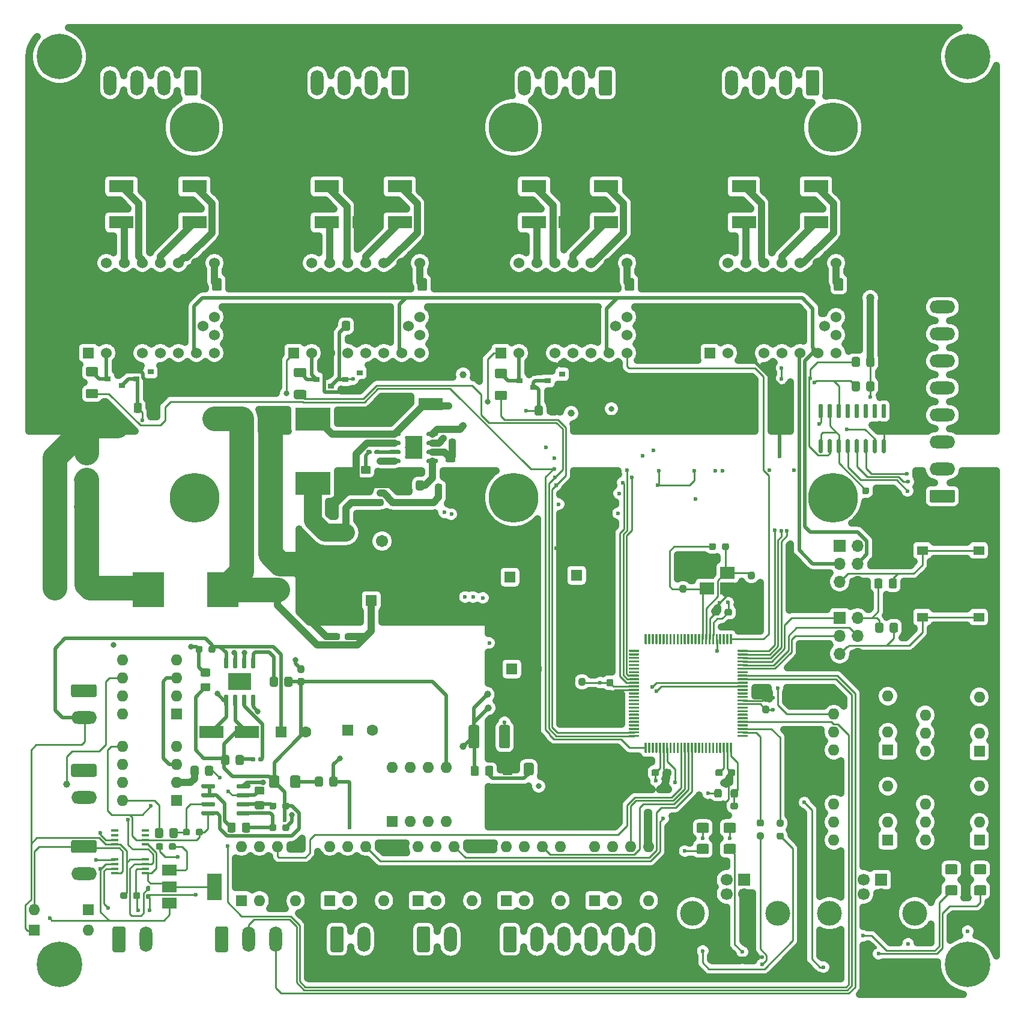
<source format=gtl>
%TF.GenerationSoftware,KiCad,Pcbnew,(5.1.10)-1*%
%TF.CreationDate,2021-11-04T11:43:44+08:00*%
%TF.ProjectId,grbl_board,6772626c-5f62-46f6-9172-642e6b696361,rev?*%
%TF.SameCoordinates,Original*%
%TF.FileFunction,Copper,L1,Top*%
%TF.FilePolarity,Positive*%
%FSLAX46Y46*%
G04 Gerber Fmt 4.6, Leading zero omitted, Abs format (unit mm)*
G04 Created by KiCad (PCBNEW (5.1.10)-1) date 2021-11-04 11:43:44*
%MOMM*%
%LPD*%
G01*
G04 APERTURE LIST*
%TA.AperFunction,SMDPad,CuDef*%
%ADD10R,1.100000X0.400000*%
%TD*%
%TA.AperFunction,ComponentPad*%
%ADD11C,3.500000*%
%TD*%
%TA.AperFunction,ComponentPad*%
%ADD12C,1.700000*%
%TD*%
%TA.AperFunction,ComponentPad*%
%ADD13R,1.700000X1.700000*%
%TD*%
%TA.AperFunction,ComponentPad*%
%ADD14C,1.524000*%
%TD*%
%TA.AperFunction,ComponentPad*%
%ADD15R,1.524000X1.524000*%
%TD*%
%TA.AperFunction,ComponentPad*%
%ADD16C,7.000000*%
%TD*%
%TA.AperFunction,ComponentPad*%
%ADD17O,3.600000X1.800000*%
%TD*%
%TA.AperFunction,ComponentPad*%
%ADD18O,1.600000X1.600000*%
%TD*%
%TA.AperFunction,ComponentPad*%
%ADD19R,1.600000X1.600000*%
%TD*%
%TA.AperFunction,SMDPad,CuDef*%
%ADD20R,2.100000X1.725000*%
%TD*%
%TA.AperFunction,ComponentPad*%
%ADD21C,0.500000*%
%TD*%
%TA.AperFunction,SMDPad,CuDef*%
%ADD22R,3.200000X2.400000*%
%TD*%
%TA.AperFunction,SMDPad,CuDef*%
%ADD23R,2.400000X3.200000*%
%TD*%
%TA.AperFunction,SMDPad,CuDef*%
%ADD24R,1.550000X1.300000*%
%TD*%
%TA.AperFunction,SMDPad,CuDef*%
%ADD25R,0.900000X0.800000*%
%TD*%
%TA.AperFunction,SMDPad,CuDef*%
%ADD26R,2.000000X1.500000*%
%TD*%
%TA.AperFunction,SMDPad,CuDef*%
%ADD27R,2.000000X3.800000*%
%TD*%
%TA.AperFunction,SMDPad,CuDef*%
%ADD28R,4.950000X3.175000*%
%TD*%
%TA.AperFunction,SMDPad,CuDef*%
%ADD29R,4.500000X5.000000*%
%TD*%
%TA.AperFunction,ComponentPad*%
%ADD30O,1.700000X1.700000*%
%TD*%
%TA.AperFunction,ComponentPad*%
%ADD31O,1.800000X3.600000*%
%TD*%
%TA.AperFunction,ComponentPad*%
%ADD32C,6.400000*%
%TD*%
%TA.AperFunction,ComponentPad*%
%ADD33C,1.710000*%
%TD*%
%TA.AperFunction,SMDPad,CuDef*%
%ADD34R,3.500000X1.800000*%
%TD*%
%TA.AperFunction,ComponentPad*%
%ADD35C,1.600000*%
%TD*%
%TA.AperFunction,ComponentPad*%
%ADD36C,2.400000*%
%TD*%
%TA.AperFunction,ComponentPad*%
%ADD37R,2.400000X2.400000*%
%TD*%
%TA.AperFunction,ViaPad*%
%ADD38C,1.200000*%
%TD*%
%TA.AperFunction,ViaPad*%
%ADD39C,0.600000*%
%TD*%
%TA.AperFunction,ViaPad*%
%ADD40C,0.800000*%
%TD*%
%TA.AperFunction,ViaPad*%
%ADD41C,1.000000*%
%TD*%
%TA.AperFunction,Conductor*%
%ADD42C,3.500000*%
%TD*%
%TA.AperFunction,Conductor*%
%ADD43C,1.000000*%
%TD*%
%TA.AperFunction,Conductor*%
%ADD44C,0.250000*%
%TD*%
%TA.AperFunction,Conductor*%
%ADD45C,0.500000*%
%TD*%
%TA.AperFunction,Conductor*%
%ADD46C,2.500000*%
%TD*%
%TA.AperFunction,Conductor*%
%ADD47C,0.100000*%
%TD*%
G04 APERTURE END LIST*
%TO.P,C50,2*%
%TO.N,GND*%
%TA.AperFunction,SMDPad,CuDef*%
G36*
G01*
X152071500Y-56880999D02*
X152071500Y-58181001D01*
G75*
G02*
X151821501Y-58431000I-249999J0D01*
G01*
X150996499Y-58431000D01*
G75*
G02*
X150746500Y-58181001I0J249999D01*
G01*
X150746500Y-56880999D01*
G75*
G02*
X150996499Y-56631000I249999J0D01*
G01*
X151821501Y-56631000D01*
G75*
G02*
X152071500Y-56880999I0J-249999D01*
G01*
G37*
%TD.AperFunction*%
%TO.P,C50,1*%
%TO.N,/VMOT*%
%TA.AperFunction,SMDPad,CuDef*%
G36*
G01*
X155196500Y-56880999D02*
X155196500Y-58181001D01*
G75*
G02*
X154946501Y-58431000I-249999J0D01*
G01*
X154121499Y-58431000D01*
G75*
G02*
X153871500Y-58181001I0J249999D01*
G01*
X153871500Y-56880999D01*
G75*
G02*
X154121499Y-56631000I249999J0D01*
G01*
X154946501Y-56631000D01*
G75*
G02*
X155196500Y-56880999I0J-249999D01*
G01*
G37*
%TD.AperFunction*%
%TD*%
%TO.P,C49,2*%
%TO.N,GND*%
%TA.AperFunction,SMDPad,CuDef*%
G36*
G01*
X122607500Y-56880999D02*
X122607500Y-58181001D01*
G75*
G02*
X122357501Y-58431000I-249999J0D01*
G01*
X121532499Y-58431000D01*
G75*
G02*
X121282500Y-58181001I0J249999D01*
G01*
X121282500Y-56880999D01*
G75*
G02*
X121532499Y-56631000I249999J0D01*
G01*
X122357501Y-56631000D01*
G75*
G02*
X122607500Y-56880999I0J-249999D01*
G01*
G37*
%TD.AperFunction*%
%TO.P,C49,1*%
%TO.N,/VMOT*%
%TA.AperFunction,SMDPad,CuDef*%
G36*
G01*
X125732500Y-56880999D02*
X125732500Y-58181001D01*
G75*
G02*
X125482501Y-58431000I-249999J0D01*
G01*
X124657499Y-58431000D01*
G75*
G02*
X124407500Y-58181001I0J249999D01*
G01*
X124407500Y-56880999D01*
G75*
G02*
X124657499Y-56631000I249999J0D01*
G01*
X125482501Y-56631000D01*
G75*
G02*
X125732500Y-56880999I0J-249999D01*
G01*
G37*
%TD.AperFunction*%
%TD*%
%TO.P,C48,2*%
%TO.N,GND*%
%TA.AperFunction,SMDPad,CuDef*%
G36*
G01*
X93397500Y-56880999D02*
X93397500Y-58181001D01*
G75*
G02*
X93147501Y-58431000I-249999J0D01*
G01*
X92322499Y-58431000D01*
G75*
G02*
X92072500Y-58181001I0J249999D01*
G01*
X92072500Y-56880999D01*
G75*
G02*
X92322499Y-56631000I249999J0D01*
G01*
X93147501Y-56631000D01*
G75*
G02*
X93397500Y-56880999I0J-249999D01*
G01*
G37*
%TD.AperFunction*%
%TO.P,C48,1*%
%TO.N,/VMOT*%
%TA.AperFunction,SMDPad,CuDef*%
G36*
G01*
X96522500Y-56880999D02*
X96522500Y-58181001D01*
G75*
G02*
X96272501Y-58431000I-249999J0D01*
G01*
X95447499Y-58431000D01*
G75*
G02*
X95197500Y-58181001I0J249999D01*
G01*
X95197500Y-56880999D01*
G75*
G02*
X95447499Y-56631000I249999J0D01*
G01*
X96272501Y-56631000D01*
G75*
G02*
X96522500Y-56880999I0J-249999D01*
G01*
G37*
%TD.AperFunction*%
%TD*%
%TO.P,C47,2*%
%TO.N,GND*%
%TA.AperFunction,SMDPad,CuDef*%
G36*
G01*
X64441500Y-56880999D02*
X64441500Y-58181001D01*
G75*
G02*
X64191501Y-58431000I-249999J0D01*
G01*
X63366499Y-58431000D01*
G75*
G02*
X63116500Y-58181001I0J249999D01*
G01*
X63116500Y-56880999D01*
G75*
G02*
X63366499Y-56631000I249999J0D01*
G01*
X64191501Y-56631000D01*
G75*
G02*
X64441500Y-56880999I0J-249999D01*
G01*
G37*
%TD.AperFunction*%
%TO.P,C47,1*%
%TO.N,/VMOT*%
%TA.AperFunction,SMDPad,CuDef*%
G36*
G01*
X67566500Y-56880999D02*
X67566500Y-58181001D01*
G75*
G02*
X67316501Y-58431000I-249999J0D01*
G01*
X66491499Y-58431000D01*
G75*
G02*
X66241500Y-58181001I0J249999D01*
G01*
X66241500Y-56880999D01*
G75*
G02*
X66491499Y-56631000I249999J0D01*
G01*
X67316501Y-56631000D01*
G75*
G02*
X67566500Y-56880999I0J-249999D01*
G01*
G37*
%TD.AperFunction*%
%TD*%
%TO.P,U22,8*%
%TO.N,/spinlde_cntrl/5V*%
%TA.AperFunction,SMDPad,CuDef*%
G36*
G01*
X69635500Y-128420000D02*
X69635500Y-128120000D01*
G75*
G02*
X69785500Y-127970000I150000J0D01*
G01*
X71435500Y-127970000D01*
G75*
G02*
X71585500Y-128120000I0J-150000D01*
G01*
X71585500Y-128420000D01*
G75*
G02*
X71435500Y-128570000I-150000J0D01*
G01*
X69785500Y-128570000D01*
G75*
G02*
X69635500Y-128420000I0J150000D01*
G01*
G37*
%TD.AperFunction*%
%TO.P,U22,7*%
%TO.N,Net-(R45-Pad1)*%
%TA.AperFunction,SMDPad,CuDef*%
G36*
G01*
X69635500Y-129690000D02*
X69635500Y-129390000D01*
G75*
G02*
X69785500Y-129240000I150000J0D01*
G01*
X71435500Y-129240000D01*
G75*
G02*
X71585500Y-129390000I0J-150000D01*
G01*
X71585500Y-129690000D01*
G75*
G02*
X71435500Y-129840000I-150000J0D01*
G01*
X69785500Y-129840000D01*
G75*
G02*
X69635500Y-129690000I0J150000D01*
G01*
G37*
%TD.AperFunction*%
%TO.P,U22,6*%
%TO.N,Net-(R43-Pad1)*%
%TA.AperFunction,SMDPad,CuDef*%
G36*
G01*
X69635500Y-130960000D02*
X69635500Y-130660000D01*
G75*
G02*
X69785500Y-130510000I150000J0D01*
G01*
X71435500Y-130510000D01*
G75*
G02*
X71585500Y-130660000I0J-150000D01*
G01*
X71585500Y-130960000D01*
G75*
G02*
X71435500Y-131110000I-150000J0D01*
G01*
X69785500Y-131110000D01*
G75*
G02*
X69635500Y-130960000I0J150000D01*
G01*
G37*
%TD.AperFunction*%
%TO.P,U22,5*%
%TO.N,Net-(R42-Pad1)*%
%TA.AperFunction,SMDPad,CuDef*%
G36*
G01*
X69635500Y-132230000D02*
X69635500Y-131930000D01*
G75*
G02*
X69785500Y-131780000I150000J0D01*
G01*
X71435500Y-131780000D01*
G75*
G02*
X71585500Y-131930000I0J-150000D01*
G01*
X71585500Y-132230000D01*
G75*
G02*
X71435500Y-132380000I-150000J0D01*
G01*
X69785500Y-132380000D01*
G75*
G02*
X69635500Y-132230000I0J150000D01*
G01*
G37*
%TD.AperFunction*%
%TO.P,U22,4*%
%TO.N,/spinlde_cntrl/GND_VFD*%
%TA.AperFunction,SMDPad,CuDef*%
G36*
G01*
X64685500Y-132230000D02*
X64685500Y-131930000D01*
G75*
G02*
X64835500Y-131780000I150000J0D01*
G01*
X66485500Y-131780000D01*
G75*
G02*
X66635500Y-131930000I0J-150000D01*
G01*
X66635500Y-132230000D01*
G75*
G02*
X66485500Y-132380000I-150000J0D01*
G01*
X64835500Y-132380000D01*
G75*
G02*
X64685500Y-132230000I0J150000D01*
G01*
G37*
%TD.AperFunction*%
%TO.P,U22,3*%
%TO.N,Net-(R40-Pad2)*%
%TA.AperFunction,SMDPad,CuDef*%
G36*
G01*
X64685500Y-130960000D02*
X64685500Y-130660000D01*
G75*
G02*
X64835500Y-130510000I150000J0D01*
G01*
X66485500Y-130510000D01*
G75*
G02*
X66635500Y-130660000I0J-150000D01*
G01*
X66635500Y-130960000D01*
G75*
G02*
X66485500Y-131110000I-150000J0D01*
G01*
X64835500Y-131110000D01*
G75*
G02*
X64685500Y-130960000I0J150000D01*
G01*
G37*
%TD.AperFunction*%
%TO.P,U22,2*%
%TO.N,/spinlde_cntrl/1V_REF*%
%TA.AperFunction,SMDPad,CuDef*%
G36*
G01*
X64685500Y-129690000D02*
X64685500Y-129390000D01*
G75*
G02*
X64835500Y-129240000I150000J0D01*
G01*
X66485500Y-129240000D01*
G75*
G02*
X66635500Y-129390000I0J-150000D01*
G01*
X66635500Y-129690000D01*
G75*
G02*
X66485500Y-129840000I-150000J0D01*
G01*
X64835500Y-129840000D01*
G75*
G02*
X64685500Y-129690000I0J150000D01*
G01*
G37*
%TD.AperFunction*%
%TO.P,U22,1*%
%TA.AperFunction,SMDPad,CuDef*%
G36*
G01*
X64685500Y-128420000D02*
X64685500Y-128120000D01*
G75*
G02*
X64835500Y-127970000I150000J0D01*
G01*
X66485500Y-127970000D01*
G75*
G02*
X66635500Y-128120000I0J-150000D01*
G01*
X66635500Y-128420000D01*
G75*
G02*
X66485500Y-128570000I-150000J0D01*
G01*
X64835500Y-128570000D01*
G75*
G02*
X64685500Y-128420000I0J150000D01*
G01*
G37*
%TD.AperFunction*%
%TD*%
D10*
%TO.P,RN1,8*%
%TO.N,/spinlde_cntrl/24V_VFD*%
X52523500Y-136484000D03*
%TO.P,RN1,7*%
%TO.N,Net-(C31-Pad1)*%
X52523500Y-135834000D03*
%TO.P,RN1,6*%
%TO.N,N/C*%
X52523500Y-135184000D03*
%TO.P,RN1,5*%
X52523500Y-134534000D03*
%TO.P,RN1,4*%
X56823500Y-134534000D03*
%TO.P,RN1,3*%
X56823500Y-135184000D03*
%TO.P,RN1,2*%
%TO.N,/spinlde_cntrl/GND_VFD*%
X56823500Y-135834000D03*
%TO.P,RN1,1*%
%TO.N,Net-(Q3-Pad2)*%
X56823500Y-136484000D03*
%TD*%
D11*
%TO.P,J17,5*%
%TO.N,Net-(J17-Pad5)*%
X153258000Y-146188000D03*
X165298000Y-146188000D03*
D12*
%TO.P,J17,4*%
%TO.N,GND*%
X160528000Y-143478000D03*
%TO.P,J17,3*%
%TO.N,Net-(J17-Pad3)*%
X158028000Y-143478000D03*
%TO.P,J17,2*%
%TO.N,Net-(J17-Pad2)*%
X158028000Y-141478000D03*
D13*
%TO.P,J17,1*%
%TO.N,Net-(FB2-Pad2)*%
X160528000Y-141478000D03*
%TD*%
D11*
%TO.P,J3,5*%
%TO.N,Net-(J3-Pad5)*%
X133954000Y-146188000D03*
X145994000Y-146188000D03*
D12*
%TO.P,J3,4*%
%TO.N,GND*%
X141224000Y-143478000D03*
%TO.P,J3,3*%
%TO.N,Net-(J3-Pad3)*%
X138724000Y-143478000D03*
%TO.P,J3,2*%
%TO.N,Net-(J3-Pad2)*%
X138724000Y-141478000D03*
D13*
%TO.P,J3,1*%
%TO.N,Net-(FB1-Pad2)*%
X141224000Y-141478000D03*
%TD*%
D14*
%TO.P,U7,JP3_1*%
%TO.N,Net-(U7-PadJP3_1)*%
X123063000Y-63373000D03*
%TO.P,U7,JP4_1*%
%TO.N,Net-(U7-PadJP4_1)*%
X124714000Y-62103000D03*
%TO.P,U7,JP5_1*%
%TO.N,Net-(U7-PadJP5_1)*%
X124714000Y-64643000D03*
D15*
%TO.P,U7,JP1_1*%
%TO.N,/grbl_controller/DIR_Z*%
X106934000Y-67183000D03*
D14*
%TO.P,U7,JP1_2*%
%TO.N,/stepper_drivers/Z_STEP*%
X109474000Y-67183000D03*
%TO.P,U7,JP1_3*%
%TO.N,GND*%
X112014000Y-67183000D03*
%TO.P,U7,JP1_4*%
%TO.N,/MISO*%
X114554000Y-67183000D03*
%TO.P,U7,JP1_5*%
%TO.N,/CS_Z*%
X117094000Y-67183000D03*
%TO.P,U7,JP1_6*%
%TO.N,/SCK*%
X119634000Y-67183000D03*
%TO.P,U7,JP1_7*%
%TO.N,/MOSI*%
X122174000Y-67183000D03*
%TO.P,U7,JP1_8*%
%TO.N,/stepper_drivers/EN*%
X124714000Y-67183000D03*
%TO.P,U7,JP2_1*%
%TO.N,/VMOT*%
X124714000Y-54483000D03*
%TO.P,U7,JP2_2*%
%TO.N,GND*%
X122174000Y-54483000D03*
%TO.P,U7,JP2_3*%
%TO.N,Net-(D22-Pad2)*%
X119634000Y-54483000D03*
%TO.P,U7,JP2_4*%
%TO.N,Net-(D26-Pad2)*%
X117094000Y-54483000D03*
%TO.P,U7,JP2_5*%
%TO.N,Net-(D30-Pad2)*%
X114554000Y-54483000D03*
%TO.P,U7,JP2_6*%
%TO.N,Net-(D34-Pad2)*%
X112014000Y-54483000D03*
%TO.P,U7,JP2_7*%
%TO.N,+5V*%
X109474000Y-54483000D03*
%TO.P,U7,JP2_8*%
%TO.N,GND*%
X106934000Y-54483000D03*
%TD*%
%TO.P,U5,JP3_1*%
%TO.N,Net-(U5-PadJP3_1)*%
X64897000Y-63373000D03*
%TO.P,U5,JP4_1*%
%TO.N,Net-(U5-PadJP4_1)*%
X66548000Y-62103000D03*
%TO.P,U5,JP5_1*%
%TO.N,Net-(U5-PadJP5_1)*%
X66548000Y-64643000D03*
D15*
%TO.P,U5,JP1_1*%
%TO.N,/grbl_controller/DIR_X*%
X48768000Y-67183000D03*
D14*
%TO.P,U5,JP1_2*%
%TO.N,/stepper_drivers/X_STEP*%
X51308000Y-67183000D03*
%TO.P,U5,JP1_3*%
%TO.N,GND*%
X53848000Y-67183000D03*
%TO.P,U5,JP1_4*%
%TO.N,/MISO*%
X56388000Y-67183000D03*
%TO.P,U5,JP1_5*%
%TO.N,/CS_X*%
X58928000Y-67183000D03*
%TO.P,U5,JP1_6*%
%TO.N,/SCK*%
X61468000Y-67183000D03*
%TO.P,U5,JP1_7*%
%TO.N,/MOSI*%
X64008000Y-67183000D03*
%TO.P,U5,JP1_8*%
%TO.N,/stepper_drivers/EN*%
X66548000Y-67183000D03*
%TO.P,U5,JP2_1*%
%TO.N,/VMOT*%
X66548000Y-54483000D03*
%TO.P,U5,JP2_2*%
%TO.N,GND*%
X64008000Y-54483000D03*
%TO.P,U5,JP2_3*%
%TO.N,Net-(D6-Pad2)*%
X61468000Y-54483000D03*
%TO.P,U5,JP2_4*%
%TO.N,Net-(D10-Pad2)*%
X58928000Y-54483000D03*
%TO.P,U5,JP2_5*%
%TO.N,Net-(D14-Pad2)*%
X56388000Y-54483000D03*
%TO.P,U5,JP2_6*%
%TO.N,Net-(D18-Pad2)*%
X53848000Y-54483000D03*
%TO.P,U5,JP2_7*%
%TO.N,+5V*%
X51308000Y-54483000D03*
%TO.P,U5,JP2_8*%
%TO.N,GND*%
X48768000Y-54483000D03*
%TD*%
D16*
%TO.P,HS1,6*%
%TO.N,Net-(HS1-Pad6)*%
X63712000Y-35368000D03*
%TO.P,HS1,1*%
%TO.N,Net-(HS1-Pad1)*%
X63712000Y-87568000D03*
%TO.P,HS1,4*%
%TO.N,Net-(HS1-Pad4)*%
X153712000Y-35368000D03*
%TO.P,HS1,3*%
%TO.N,Net-(HS1-Pad3)*%
X153712000Y-87568000D03*
%TO.P,HS1,5*%
%TO.N,Net-(HS1-Pad5)*%
X108712000Y-35368000D03*
%TO.P,HS1,2*%
%TO.N,Net-(HS1-Pad2)*%
X108712000Y-87568000D03*
%TD*%
D17*
%TO.P,J5,4*%
%TO.N,Net-(C17-Pad1)*%
X48514000Y-88900000D03*
%TO.P,J5,3*%
X48514000Y-85090000D03*
%TO.P,J5,2*%
%TO.N,GND*%
X48514000Y-81280000D03*
%TO.P,J5,1*%
%TA.AperFunction,ComponentPad*%
G36*
G01*
X46964000Y-76570000D02*
X50064000Y-76570000D01*
G75*
G02*
X50314000Y-76820000I0J-250000D01*
G01*
X50314000Y-78120000D01*
G75*
G02*
X50064000Y-78370000I-250000J0D01*
G01*
X46964000Y-78370000D01*
G75*
G02*
X46714000Y-78120000I0J250000D01*
G01*
X46714000Y-76820000D01*
G75*
G02*
X46964000Y-76570000I250000J0D01*
G01*
G37*
%TD.AperFunction*%
%TD*%
D18*
%TO.P,U15,8*%
%TO.N,+5V*%
X166751000Y-135890000D03*
%TO.P,U15,4*%
%TO.N,N/C*%
X174371000Y-128270000D03*
%TO.P,U15,7*%
%TO.N,+5V*%
X166751000Y-133350000D03*
%TO.P,U15,3*%
%TO.N,GND*%
X174371000Y-130810000D03*
%TO.P,U15,6*%
%TO.N,/aux_mcu/LIM_Y*%
X166751000Y-130810000D03*
%TO.P,U15,2*%
%TO.N,Net-(R22-Pad1)*%
X174371000Y-133350000D03*
%TO.P,U15,5*%
%TO.N,GND*%
X166751000Y-128270000D03*
D19*
%TO.P,U15,1*%
%TO.N,Net-(U15-Pad1)*%
X174371000Y-135890000D03*
%TD*%
D14*
%TO.P,U8,JP3_1*%
%TO.N,Net-(U8-PadJP3_1)*%
X152527000Y-63373000D03*
%TO.P,U8,JP4_1*%
%TO.N,Net-(U8-PadJP4_1)*%
X154178000Y-62103000D03*
%TO.P,U8,JP5_1*%
%TO.N,Net-(U8-PadJP5_1)*%
X154178000Y-64643000D03*
D15*
%TO.P,U8,JP1_1*%
%TO.N,/stepper_drivers/E_DIR*%
X136398000Y-67183000D03*
D14*
%TO.P,U8,JP1_2*%
%TO.N,/stepper_drivers/E_STEP*%
X138938000Y-67183000D03*
%TO.P,U8,JP1_3*%
%TO.N,GND*%
X141478000Y-67183000D03*
%TO.P,U8,JP1_4*%
%TO.N,/MISO*%
X144018000Y-67183000D03*
%TO.P,U8,JP1_5*%
%TO.N,/CS_E*%
X146558000Y-67183000D03*
%TO.P,U8,JP1_6*%
%TO.N,/SCK*%
X149098000Y-67183000D03*
%TO.P,U8,JP1_7*%
%TO.N,/MOSI*%
X151638000Y-67183000D03*
%TO.P,U8,JP1_8*%
%TO.N,/stepper_drivers/EN*%
X154178000Y-67183000D03*
%TO.P,U8,JP2_1*%
%TO.N,/VMOT*%
X154178000Y-54483000D03*
%TO.P,U8,JP2_2*%
%TO.N,GND*%
X151638000Y-54483000D03*
%TO.P,U8,JP2_3*%
%TO.N,Net-(D24-Pad2)*%
X149098000Y-54483000D03*
%TO.P,U8,JP2_4*%
%TO.N,Net-(D28-Pad2)*%
X146558000Y-54483000D03*
%TO.P,U8,JP2_5*%
%TO.N,Net-(D32-Pad2)*%
X144018000Y-54483000D03*
%TO.P,U8,JP2_6*%
%TO.N,Net-(D36-Pad2)*%
X141478000Y-54483000D03*
%TO.P,U8,JP2_7*%
%TO.N,+5V*%
X138938000Y-54483000D03*
%TO.P,U8,JP2_8*%
%TO.N,GND*%
X136398000Y-54483000D03*
%TD*%
%TO.P,U6,JP3_1*%
%TO.N,Net-(U6-PadJP3_1)*%
X93853000Y-63373000D03*
%TO.P,U6,JP4_1*%
%TO.N,Net-(U6-PadJP4_1)*%
X95504000Y-62103000D03*
%TO.P,U6,JP5_1*%
%TO.N,Net-(U6-PadJP5_1)*%
X95504000Y-64643000D03*
D15*
%TO.P,U6,JP1_1*%
%TO.N,/grbl_controller/DIR_Y*%
X77724000Y-67183000D03*
D14*
%TO.P,U6,JP1_2*%
%TO.N,/stepper_drivers/Y_STEP*%
X80264000Y-67183000D03*
%TO.P,U6,JP1_3*%
%TO.N,GND*%
X82804000Y-67183000D03*
%TO.P,U6,JP1_4*%
%TO.N,/MISO*%
X85344000Y-67183000D03*
%TO.P,U6,JP1_5*%
%TO.N,/CS_Y*%
X87884000Y-67183000D03*
%TO.P,U6,JP1_6*%
%TO.N,/SCK*%
X90424000Y-67183000D03*
%TO.P,U6,JP1_7*%
%TO.N,/MOSI*%
X92964000Y-67183000D03*
%TO.P,U6,JP1_8*%
%TO.N,/stepper_drivers/EN*%
X95504000Y-67183000D03*
%TO.P,U6,JP2_1*%
%TO.N,/VMOT*%
X95504000Y-54483000D03*
%TO.P,U6,JP2_2*%
%TO.N,GND*%
X92964000Y-54483000D03*
%TO.P,U6,JP2_3*%
%TO.N,Net-(D8-Pad2)*%
X90424000Y-54483000D03*
%TO.P,U6,JP2_4*%
%TO.N,Net-(D12-Pad2)*%
X87884000Y-54483000D03*
%TO.P,U6,JP2_5*%
%TO.N,Net-(D16-Pad2)*%
X85344000Y-54483000D03*
%TO.P,U6,JP2_6*%
%TO.N,Net-(D20-Pad2)*%
X82804000Y-54483000D03*
%TO.P,U6,JP2_7*%
%TO.N,+5V*%
X80264000Y-54483000D03*
%TO.P,U6,JP2_8*%
%TO.N,GND*%
X77724000Y-54483000D03*
%TD*%
D20*
%TO.P,Y1,4*%
%TO.N,GND*%
X135964000Y-98226500D03*
%TO.P,Y1,3*%
%TO.N,Net-(C7-Pad1)*%
X138864000Y-98226500D03*
%TO.P,Y1,2*%
%TO.N,GND*%
X138864000Y-100401500D03*
%TO.P,Y1,1*%
%TO.N,Net-(C6-Pad1)*%
X135964000Y-100401500D03*
%TD*%
%TO.P,U30,16*%
%TO.N,+5V*%
%TA.AperFunction,SMDPad,CuDef*%
G36*
G01*
X152169000Y-76351000D02*
X151869000Y-76351000D01*
G75*
G02*
X151719000Y-76201000I0J150000D01*
G01*
X151719000Y-74551000D01*
G75*
G02*
X151869000Y-74401000I150000J0D01*
G01*
X152169000Y-74401000D01*
G75*
G02*
X152319000Y-74551000I0J-150000D01*
G01*
X152319000Y-76201000D01*
G75*
G02*
X152169000Y-76351000I-150000J0D01*
G01*
G37*
%TD.AperFunction*%
%TO.P,U30,15*%
%TO.N,Net-(R70-Pad2)*%
%TA.AperFunction,SMDPad,CuDef*%
G36*
G01*
X153439000Y-76351000D02*
X153139000Y-76351000D01*
G75*
G02*
X152989000Y-76201000I0J150000D01*
G01*
X152989000Y-74551000D01*
G75*
G02*
X153139000Y-74401000I150000J0D01*
G01*
X153439000Y-74401000D01*
G75*
G02*
X153589000Y-74551000I0J-150000D01*
G01*
X153589000Y-76201000D01*
G75*
G02*
X153439000Y-76351000I-150000J0D01*
G01*
G37*
%TD.AperFunction*%
%TO.P,U30,14*%
%TO.N,/aux_mcu/SEL0*%
%TA.AperFunction,SMDPad,CuDef*%
G36*
G01*
X154709000Y-76351000D02*
X154409000Y-76351000D01*
G75*
G02*
X154259000Y-76201000I0J150000D01*
G01*
X154259000Y-74551000D01*
G75*
G02*
X154409000Y-74401000I150000J0D01*
G01*
X154709000Y-74401000D01*
G75*
G02*
X154859000Y-74551000I0J-150000D01*
G01*
X154859000Y-76201000D01*
G75*
G02*
X154709000Y-76351000I-150000J0D01*
G01*
G37*
%TD.AperFunction*%
%TO.P,U30,13*%
%TO.N,Net-(U30-Pad13)*%
%TA.AperFunction,SMDPad,CuDef*%
G36*
G01*
X155979000Y-76351000D02*
X155679000Y-76351000D01*
G75*
G02*
X155529000Y-76201000I0J150000D01*
G01*
X155529000Y-74551000D01*
G75*
G02*
X155679000Y-74401000I150000J0D01*
G01*
X155979000Y-74401000D01*
G75*
G02*
X156129000Y-74551000I0J-150000D01*
G01*
X156129000Y-76201000D01*
G75*
G02*
X155979000Y-76351000I-150000J0D01*
G01*
G37*
%TD.AperFunction*%
%TO.P,U30,12*%
%TO.N,Net-(U30-Pad12)*%
%TA.AperFunction,SMDPad,CuDef*%
G36*
G01*
X157249000Y-76351000D02*
X156949000Y-76351000D01*
G75*
G02*
X156799000Y-76201000I0J150000D01*
G01*
X156799000Y-74551000D01*
G75*
G02*
X156949000Y-74401000I150000J0D01*
G01*
X157249000Y-74401000D01*
G75*
G02*
X157399000Y-74551000I0J-150000D01*
G01*
X157399000Y-76201000D01*
G75*
G02*
X157249000Y-76351000I-150000J0D01*
G01*
G37*
%TD.AperFunction*%
%TO.P,U30,11*%
%TO.N,Net-(U30-Pad11)*%
%TA.AperFunction,SMDPad,CuDef*%
G36*
G01*
X158519000Y-76351000D02*
X158219000Y-76351000D01*
G75*
G02*
X158069000Y-76201000I0J150000D01*
G01*
X158069000Y-74551000D01*
G75*
G02*
X158219000Y-74401000I150000J0D01*
G01*
X158519000Y-74401000D01*
G75*
G02*
X158669000Y-74551000I0J-150000D01*
G01*
X158669000Y-76201000D01*
G75*
G02*
X158519000Y-76351000I-150000J0D01*
G01*
G37*
%TD.AperFunction*%
%TO.P,U30,10*%
%TO.N,Net-(U30-Pad10)*%
%TA.AperFunction,SMDPad,CuDef*%
G36*
G01*
X159789000Y-76351000D02*
X159489000Y-76351000D01*
G75*
G02*
X159339000Y-76201000I0J150000D01*
G01*
X159339000Y-74551000D01*
G75*
G02*
X159489000Y-74401000I150000J0D01*
G01*
X159789000Y-74401000D01*
G75*
G02*
X159939000Y-74551000I0J-150000D01*
G01*
X159939000Y-76201000D01*
G75*
G02*
X159789000Y-76351000I-150000J0D01*
G01*
G37*
%TD.AperFunction*%
%TO.P,U30,9*%
%TO.N,Net-(U30-Pad9)*%
%TA.AperFunction,SMDPad,CuDef*%
G36*
G01*
X161059000Y-76351000D02*
X160759000Y-76351000D01*
G75*
G02*
X160609000Y-76201000I0J150000D01*
G01*
X160609000Y-74551000D01*
G75*
G02*
X160759000Y-74401000I150000J0D01*
G01*
X161059000Y-74401000D01*
G75*
G02*
X161209000Y-74551000I0J-150000D01*
G01*
X161209000Y-76201000D01*
G75*
G02*
X161059000Y-76351000I-150000J0D01*
G01*
G37*
%TD.AperFunction*%
%TO.P,U30,8*%
%TO.N,GND*%
%TA.AperFunction,SMDPad,CuDef*%
G36*
G01*
X161059000Y-81301000D02*
X160759000Y-81301000D01*
G75*
G02*
X160609000Y-81151000I0J150000D01*
G01*
X160609000Y-79501000D01*
G75*
G02*
X160759000Y-79351000I150000J0D01*
G01*
X161059000Y-79351000D01*
G75*
G02*
X161209000Y-79501000I0J-150000D01*
G01*
X161209000Y-81151000D01*
G75*
G02*
X161059000Y-81301000I-150000J0D01*
G01*
G37*
%TD.AperFunction*%
%TO.P,U30,7*%
%TO.N,/aux_mcu/LIM_0*%
%TA.AperFunction,SMDPad,CuDef*%
G36*
G01*
X159789000Y-81301000D02*
X159489000Y-81301000D01*
G75*
G02*
X159339000Y-81151000I0J150000D01*
G01*
X159339000Y-79501000D01*
G75*
G02*
X159489000Y-79351000I150000J0D01*
G01*
X159789000Y-79351000D01*
G75*
G02*
X159939000Y-79501000I0J-150000D01*
G01*
X159939000Y-81151000D01*
G75*
G02*
X159789000Y-81301000I-150000J0D01*
G01*
G37*
%TD.AperFunction*%
%TO.P,U30,6*%
%TO.N,/aux_mcu/LIM_X*%
%TA.AperFunction,SMDPad,CuDef*%
G36*
G01*
X158519000Y-81301000D02*
X158219000Y-81301000D01*
G75*
G02*
X158069000Y-81151000I0J150000D01*
G01*
X158069000Y-79501000D01*
G75*
G02*
X158219000Y-79351000I150000J0D01*
G01*
X158519000Y-79351000D01*
G75*
G02*
X158669000Y-79501000I0J-150000D01*
G01*
X158669000Y-81151000D01*
G75*
G02*
X158519000Y-81301000I-150000J0D01*
G01*
G37*
%TD.AperFunction*%
%TO.P,U30,5*%
%TO.N,/aux_mcu/LIM_Y*%
%TA.AperFunction,SMDPad,CuDef*%
G36*
G01*
X157249000Y-81301000D02*
X156949000Y-81301000D01*
G75*
G02*
X156799000Y-81151000I0J150000D01*
G01*
X156799000Y-79501000D01*
G75*
G02*
X156949000Y-79351000I150000J0D01*
G01*
X157249000Y-79351000D01*
G75*
G02*
X157399000Y-79501000I0J-150000D01*
G01*
X157399000Y-81151000D01*
G75*
G02*
X157249000Y-81301000I-150000J0D01*
G01*
G37*
%TD.AperFunction*%
%TO.P,U30,4*%
%TO.N,/aux_mcu/LIM_Z*%
%TA.AperFunction,SMDPad,CuDef*%
G36*
G01*
X155979000Y-81301000D02*
X155679000Y-81301000D01*
G75*
G02*
X155529000Y-81151000I0J150000D01*
G01*
X155529000Y-79501000D01*
G75*
G02*
X155679000Y-79351000I150000J0D01*
G01*
X155979000Y-79351000D01*
G75*
G02*
X156129000Y-79501000I0J-150000D01*
G01*
X156129000Y-81151000D01*
G75*
G02*
X155979000Y-81301000I-150000J0D01*
G01*
G37*
%TD.AperFunction*%
%TO.P,U30,3*%
%TO.N,Net-(R70-Pad2)*%
%TA.AperFunction,SMDPad,CuDef*%
G36*
G01*
X154709000Y-81301000D02*
X154409000Y-81301000D01*
G75*
G02*
X154259000Y-81151000I0J150000D01*
G01*
X154259000Y-79501000D01*
G75*
G02*
X154409000Y-79351000I150000J0D01*
G01*
X154709000Y-79351000D01*
G75*
G02*
X154859000Y-79501000I0J-150000D01*
G01*
X154859000Y-81151000D01*
G75*
G02*
X154709000Y-81301000I-150000J0D01*
G01*
G37*
%TD.AperFunction*%
%TO.P,U30,2*%
%TO.N,/aux_mcu/SEL1*%
%TA.AperFunction,SMDPad,CuDef*%
G36*
G01*
X153439000Y-81301000D02*
X153139000Y-81301000D01*
G75*
G02*
X152989000Y-81151000I0J150000D01*
G01*
X152989000Y-79501000D01*
G75*
G02*
X153139000Y-79351000I150000J0D01*
G01*
X153439000Y-79351000D01*
G75*
G02*
X153589000Y-79501000I0J-150000D01*
G01*
X153589000Y-81151000D01*
G75*
G02*
X153439000Y-81301000I-150000J0D01*
G01*
G37*
%TD.AperFunction*%
%TO.P,U30,1*%
%TO.N,Net-(R70-Pad2)*%
%TA.AperFunction,SMDPad,CuDef*%
G36*
G01*
X152169000Y-81301000D02*
X151869000Y-81301000D01*
G75*
G02*
X151719000Y-81151000I0J150000D01*
G01*
X151719000Y-79501000D01*
G75*
G02*
X151869000Y-79351000I150000J0D01*
G01*
X152169000Y-79351000D01*
G75*
G02*
X152319000Y-79501000I0J-150000D01*
G01*
X152319000Y-81151000D01*
G75*
G02*
X152169000Y-81301000I-150000J0D01*
G01*
G37*
%TD.AperFunction*%
%TD*%
D10*
%TO.P,U23,8*%
%TO.N,/spinlde_cntrl/24V_VFD*%
X56823500Y-138598000D03*
%TO.P,U23,7*%
%TO.N,Net-(C32-Pad1)*%
X56823500Y-139248000D03*
%TO.P,U23,6*%
%TO.N,Net-(C32-Pad2)*%
X56823500Y-139898000D03*
%TO.P,U23,5*%
%TO.N,Net-(Q3-Pad2)*%
X56823500Y-140548000D03*
%TO.P,U23,4*%
%TO.N,/spinlde_cntrl/GND_VFD*%
X52523500Y-140548000D03*
%TO.P,U23,3*%
%TO.N,Net-(R45-Pad1)*%
X52523500Y-139898000D03*
%TO.P,U23,2*%
%TO.N,Net-(C31-Pad1)*%
X52523500Y-139248000D03*
%TO.P,U23,1*%
%TO.N,Net-(C31-Pad2)*%
X52523500Y-138598000D03*
%TD*%
D21*
%TO.P,U21,9*%
%TO.N,N/C*%
X71454000Y-112588000D03*
X71454000Y-114488000D03*
X70104000Y-112588000D03*
X70104000Y-114488000D03*
X68754000Y-112588000D03*
X68754000Y-114488000D03*
D22*
X70104000Y-113538000D03*
%TO.P,U21,8*%
%TO.N,/spinlde_cntrl/24V_VFD*%
%TA.AperFunction,SMDPad,CuDef*%
G36*
G01*
X68349000Y-111688000D02*
X68049000Y-111688000D01*
G75*
G02*
X67899000Y-111538000I0J150000D01*
G01*
X67899000Y-110238000D01*
G75*
G02*
X68049000Y-110088000I150000J0D01*
G01*
X68349000Y-110088000D01*
G75*
G02*
X68499000Y-110238000I0J-150000D01*
G01*
X68499000Y-111538000D01*
G75*
G02*
X68349000Y-111688000I-150000J0D01*
G01*
G37*
%TD.AperFunction*%
%TO.P,U21,7*%
%TO.N,Net-(D40-Pad1)*%
%TA.AperFunction,SMDPad,CuDef*%
G36*
G01*
X69619000Y-111688000D02*
X69319000Y-111688000D01*
G75*
G02*
X69169000Y-111538000I0J150000D01*
G01*
X69169000Y-110238000D01*
G75*
G02*
X69319000Y-110088000I150000J0D01*
G01*
X69619000Y-110088000D01*
G75*
G02*
X69769000Y-110238000I0J-150000D01*
G01*
X69769000Y-111538000D01*
G75*
G02*
X69619000Y-111688000I-150000J0D01*
G01*
G37*
%TD.AperFunction*%
%TO.P,U21,6*%
%TO.N,Net-(R28-Pad2)*%
%TA.AperFunction,SMDPad,CuDef*%
G36*
G01*
X70889000Y-111688000D02*
X70589000Y-111688000D01*
G75*
G02*
X70439000Y-111538000I0J150000D01*
G01*
X70439000Y-110238000D01*
G75*
G02*
X70589000Y-110088000I150000J0D01*
G01*
X70889000Y-110088000D01*
G75*
G02*
X71039000Y-110238000I0J-150000D01*
G01*
X71039000Y-111538000D01*
G75*
G02*
X70889000Y-111688000I-150000J0D01*
G01*
G37*
%TD.AperFunction*%
%TO.P,U21,5*%
%TO.N,Net-(R33-Pad1)*%
%TA.AperFunction,SMDPad,CuDef*%
G36*
G01*
X72159000Y-111688000D02*
X71859000Y-111688000D01*
G75*
G02*
X71709000Y-111538000I0J150000D01*
G01*
X71709000Y-110238000D01*
G75*
G02*
X71859000Y-110088000I150000J0D01*
G01*
X72159000Y-110088000D01*
G75*
G02*
X72309000Y-110238000I0J-150000D01*
G01*
X72309000Y-111538000D01*
G75*
G02*
X72159000Y-111688000I-150000J0D01*
G01*
G37*
%TD.AperFunction*%
%TO.P,U21,4*%
%TO.N,Net-(R37-Pad2)*%
%TA.AperFunction,SMDPad,CuDef*%
G36*
G01*
X72159000Y-116988000D02*
X71859000Y-116988000D01*
G75*
G02*
X71709000Y-116838000I0J150000D01*
G01*
X71709000Y-115538000D01*
G75*
G02*
X71859000Y-115388000I150000J0D01*
G01*
X72159000Y-115388000D01*
G75*
G02*
X72309000Y-115538000I0J-150000D01*
G01*
X72309000Y-116838000D01*
G75*
G02*
X72159000Y-116988000I-150000J0D01*
G01*
G37*
%TD.AperFunction*%
%TO.P,U21,3*%
%TO.N,Net-(C26-Pad1)*%
%TA.AperFunction,SMDPad,CuDef*%
G36*
G01*
X70889000Y-116988000D02*
X70589000Y-116988000D01*
G75*
G02*
X70439000Y-116838000I0J150000D01*
G01*
X70439000Y-115538000D01*
G75*
G02*
X70589000Y-115388000I150000J0D01*
G01*
X70889000Y-115388000D01*
G75*
G02*
X71039000Y-115538000I0J-150000D01*
G01*
X71039000Y-116838000D01*
G75*
G02*
X70889000Y-116988000I-150000J0D01*
G01*
G37*
%TD.AperFunction*%
%TO.P,U21,2*%
%TO.N,/spinlde_cntrl/GND_VFD*%
%TA.AperFunction,SMDPad,CuDef*%
G36*
G01*
X69619000Y-116988000D02*
X69319000Y-116988000D01*
G75*
G02*
X69169000Y-116838000I0J150000D01*
G01*
X69169000Y-115538000D01*
G75*
G02*
X69319000Y-115388000I150000J0D01*
G01*
X69619000Y-115388000D01*
G75*
G02*
X69769000Y-115538000I0J-150000D01*
G01*
X69769000Y-116838000D01*
G75*
G02*
X69619000Y-116988000I-150000J0D01*
G01*
G37*
%TD.AperFunction*%
%TO.P,U21,1*%
%TO.N,Net-(D40-Pad1)*%
%TA.AperFunction,SMDPad,CuDef*%
G36*
G01*
X68349000Y-116988000D02*
X68049000Y-116988000D01*
G75*
G02*
X67899000Y-116838000I0J150000D01*
G01*
X67899000Y-115538000D01*
G75*
G02*
X68049000Y-115388000I150000J0D01*
G01*
X68349000Y-115388000D01*
G75*
G02*
X68499000Y-115538000I0J-150000D01*
G01*
X68499000Y-116838000D01*
G75*
G02*
X68349000Y-116988000I-150000J0D01*
G01*
G37*
%TD.AperFunction*%
%TD*%
D18*
%TO.P,U20,8*%
%TO.N,/spinlde_cntrl/5V*%
X91567000Y-125603000D03*
%TO.P,U20,4*%
%TO.N,N/C*%
X99187000Y-133223000D03*
%TO.P,U20,7*%
%TO.N,/spinlde_cntrl/5V*%
X94107000Y-125603000D03*
%TO.P,U20,3*%
%TO.N,GND*%
X96647000Y-133223000D03*
%TO.P,U20,6*%
%TO.N,Net-(R30-Pad2)*%
X96647000Y-125603000D03*
%TO.P,U20,2*%
%TO.N,Net-(R27-Pad1)*%
X94107000Y-133223000D03*
%TO.P,U20,5*%
%TO.N,/spinlde_cntrl/GND_VFD*%
X99187000Y-125603000D03*
D19*
%TO.P,U20,1*%
%TO.N,Net-(U20-Pad1)*%
X91567000Y-133223000D03*
%TD*%
D18*
%TO.P,U19,8*%
%TO.N,/spinlde_cntrl/5V*%
X53594000Y-130302000D03*
%TO.P,U19,4*%
%TO.N,N/C*%
X61214000Y-122682000D03*
%TO.P,U19,7*%
%TO.N,/spinlde_cntrl/5V*%
X53594000Y-127762000D03*
%TO.P,U19,3*%
%TO.N,GND*%
X61214000Y-125222000D03*
%TO.P,U19,6*%
%TO.N,Net-(D39-Pad1)*%
X53594000Y-125222000D03*
%TO.P,U19,2*%
%TO.N,Net-(R26-Pad1)*%
X61214000Y-127762000D03*
%TO.P,U19,5*%
%TO.N,/spinlde_cntrl/GND_VFD*%
X53594000Y-122682000D03*
D19*
%TO.P,U19,1*%
%TO.N,Net-(U19-Pad1)*%
X61214000Y-130302000D03*
%TD*%
D18*
%TO.P,U18,8*%
%TO.N,/spinlde_cntrl/5V*%
X53594000Y-118110000D03*
%TO.P,U18,4*%
%TO.N,N/C*%
X61214000Y-110490000D03*
%TO.P,U18,7*%
%TO.N,/spinlde_cntrl/5V*%
X53594000Y-115570000D03*
%TO.P,U18,3*%
%TO.N,GND*%
X61214000Y-113030000D03*
%TO.P,U18,6*%
%TO.N,Net-(D38-Pad1)*%
X53594000Y-113030000D03*
%TO.P,U18,2*%
%TO.N,Net-(R25-Pad1)*%
X61214000Y-115570000D03*
%TO.P,U18,5*%
%TO.N,/spinlde_cntrl/GND_VFD*%
X53594000Y-110490000D03*
D19*
%TO.P,U18,1*%
%TO.N,Net-(U18-Pad1)*%
X61214000Y-118110000D03*
%TD*%
D18*
%TO.P,U17,8*%
%TO.N,+5V*%
X153860500Y-123190000D03*
%TO.P,U17,4*%
%TO.N,N/C*%
X161480500Y-115570000D03*
%TO.P,U17,7*%
%TO.N,+5V*%
X153860500Y-120650000D03*
%TO.P,U17,3*%
%TO.N,GND*%
X161480500Y-118110000D03*
%TO.P,U17,6*%
%TO.N,/aux_mcu/LIM_E*%
X153860500Y-118110000D03*
%TO.P,U17,2*%
%TO.N,Net-(R24-Pad1)*%
X161480500Y-120650000D03*
%TO.P,U17,5*%
%TO.N,GND*%
X153860500Y-115570000D03*
D19*
%TO.P,U17,1*%
%TO.N,Net-(U17-Pad1)*%
X161480500Y-123190000D03*
%TD*%
D18*
%TO.P,U16,8*%
%TO.N,+5V*%
X166751000Y-123317000D03*
%TO.P,U16,4*%
%TO.N,N/C*%
X174371000Y-115697000D03*
%TO.P,U16,7*%
%TO.N,+5V*%
X166751000Y-120777000D03*
%TO.P,U16,3*%
%TO.N,GND*%
X174371000Y-118237000D03*
%TO.P,U16,6*%
%TO.N,/aux_mcu/LIM_Z*%
X166751000Y-118237000D03*
%TO.P,U16,2*%
%TO.N,Net-(R23-Pad1)*%
X174371000Y-120777000D03*
%TO.P,U16,5*%
%TO.N,GND*%
X166751000Y-115697000D03*
D19*
%TO.P,U16,1*%
%TO.N,Net-(U16-Pad1)*%
X174371000Y-123317000D03*
%TD*%
D18*
%TO.P,U14,8*%
%TO.N,+5V*%
X153860500Y-135890000D03*
%TO.P,U14,4*%
%TO.N,N/C*%
X161480500Y-128270000D03*
%TO.P,U14,7*%
%TO.N,+5V*%
X153860500Y-133350000D03*
%TO.P,U14,3*%
%TO.N,GND*%
X161480500Y-130810000D03*
%TO.P,U14,6*%
%TO.N,/aux_mcu/LIM_X*%
X153860500Y-130810000D03*
%TO.P,U14,2*%
%TO.N,Net-(R21-Pad1)*%
X161480500Y-133350000D03*
%TO.P,U14,5*%
%TO.N,GND*%
X153860500Y-128270000D03*
D19*
%TO.P,U14,1*%
%TO.N,Net-(U14-Pad1)*%
X161480500Y-135890000D03*
%TD*%
D18*
%TO.P,U13,8*%
%TO.N,+5V*%
X82804000Y-136779000D03*
%TO.P,U13,4*%
%TO.N,N/C*%
X90424000Y-144399000D03*
%TO.P,U13,7*%
%TO.N,+5V*%
X85344000Y-136779000D03*
%TO.P,U13,3*%
%TO.N,GND*%
X87884000Y-144399000D03*
%TO.P,U13,6*%
%TO.N,/PROBE*%
X87884000Y-136779000D03*
%TO.P,U13,2*%
%TO.N,Net-(R20-Pad1)*%
X85344000Y-144399000D03*
%TO.P,U13,5*%
%TO.N,GND*%
X90424000Y-136779000D03*
D19*
%TO.P,U13,1*%
%TO.N,Net-(U13-Pad1)*%
X82804000Y-144399000D03*
%TD*%
D18*
%TO.P,U12,8*%
%TO.N,+5V*%
X70358000Y-136779000D03*
%TO.P,U12,4*%
%TO.N,N/C*%
X77978000Y-144399000D03*
%TO.P,U12,7*%
%TO.N,+5V*%
X72898000Y-136779000D03*
%TO.P,U12,3*%
%TO.N,GND*%
X75438000Y-144399000D03*
%TO.P,U12,6*%
%TO.N,/DOOR*%
X75438000Y-136779000D03*
%TO.P,U12,2*%
%TO.N,Net-(R19-Pad1)*%
X72898000Y-144399000D03*
%TO.P,U12,5*%
%TO.N,GND*%
X77978000Y-136779000D03*
D19*
%TO.P,U12,1*%
%TO.N,Net-(U12-Pad1)*%
X70358000Y-144399000D03*
%TD*%
D18*
%TO.P,U11,8*%
%TO.N,+5V*%
X95250000Y-136779000D03*
%TO.P,U11,4*%
%TO.N,N/C*%
X102870000Y-144399000D03*
%TO.P,U11,7*%
%TO.N,+5V*%
X97790000Y-136779000D03*
%TO.P,U11,3*%
%TO.N,GND*%
X100330000Y-144399000D03*
%TO.P,U11,6*%
%TO.N,/RSTABRT*%
X100330000Y-136779000D03*
%TO.P,U11,2*%
%TO.N,Net-(R18-Pad1)*%
X97790000Y-144399000D03*
%TO.P,U11,5*%
%TO.N,GND*%
X102870000Y-136779000D03*
D19*
%TO.P,U11,1*%
%TO.N,Net-(U11-Pad1)*%
X95250000Y-144399000D03*
%TD*%
D18*
%TO.P,U10,8*%
%TO.N,+5V*%
X107696000Y-136779000D03*
%TO.P,U10,4*%
%TO.N,N/C*%
X115316000Y-144399000D03*
%TO.P,U10,7*%
%TO.N,+5V*%
X110236000Y-136779000D03*
%TO.P,U10,3*%
%TO.N,GND*%
X112776000Y-144399000D03*
%TO.P,U10,6*%
%TO.N,/HOLD*%
X112776000Y-136779000D03*
%TO.P,U10,2*%
%TO.N,Net-(R17-Pad1)*%
X110236000Y-144399000D03*
%TO.P,U10,5*%
%TO.N,GND*%
X115316000Y-136779000D03*
D19*
%TO.P,U10,1*%
%TO.N,Net-(U10-Pad1)*%
X107696000Y-144399000D03*
%TD*%
D18*
%TO.P,U9,8*%
%TO.N,+5V*%
X120142000Y-136779000D03*
%TO.P,U9,4*%
%TO.N,N/C*%
X127762000Y-144399000D03*
%TO.P,U9,7*%
%TO.N,+5V*%
X122682000Y-136779000D03*
%TO.P,U9,3*%
%TO.N,GND*%
X125222000Y-144399000D03*
%TO.P,U9,6*%
%TO.N,/START*%
X125222000Y-136779000D03*
%TO.P,U9,2*%
%TO.N,Net-(R16-Pad1)*%
X122682000Y-144399000D03*
%TO.P,U9,5*%
%TO.N,GND*%
X127762000Y-136779000D03*
D19*
%TO.P,U9,1*%
%TO.N,Net-(U9-Pad1)*%
X120142000Y-144399000D03*
%TD*%
D21*
%TO.P,U4,9*%
%TO.N,N/C*%
X95565000Y-81868000D03*
X93665000Y-81868000D03*
X95565000Y-80518000D03*
X93665000Y-80518000D03*
X95565000Y-79168000D03*
X93665000Y-79168000D03*
D23*
X94615000Y-80518000D03*
%TO.P,U4,8*%
%TO.N,/VMOT*%
%TA.AperFunction,SMDPad,CuDef*%
G36*
G01*
X96465000Y-78763000D02*
X96465000Y-78463000D01*
G75*
G02*
X96615000Y-78313000I150000J0D01*
G01*
X97915000Y-78313000D01*
G75*
G02*
X98065000Y-78463000I0J-150000D01*
G01*
X98065000Y-78763000D01*
G75*
G02*
X97915000Y-78913000I-150000J0D01*
G01*
X96615000Y-78913000D01*
G75*
G02*
X96465000Y-78763000I0J150000D01*
G01*
G37*
%TD.AperFunction*%
%TO.P,U4,7*%
%TO.N,Net-(D3-Pad1)*%
%TA.AperFunction,SMDPad,CuDef*%
G36*
G01*
X96465000Y-80033000D02*
X96465000Y-79733000D01*
G75*
G02*
X96615000Y-79583000I150000J0D01*
G01*
X97915000Y-79583000D01*
G75*
G02*
X98065000Y-79733000I0J-150000D01*
G01*
X98065000Y-80033000D01*
G75*
G02*
X97915000Y-80183000I-150000J0D01*
G01*
X96615000Y-80183000D01*
G75*
G02*
X96465000Y-80033000I0J150000D01*
G01*
G37*
%TD.AperFunction*%
%TO.P,U4,6*%
%TO.N,Net-(R10-Pad1)*%
%TA.AperFunction,SMDPad,CuDef*%
G36*
G01*
X96465000Y-81303000D02*
X96465000Y-81003000D01*
G75*
G02*
X96615000Y-80853000I150000J0D01*
G01*
X97915000Y-80853000D01*
G75*
G02*
X98065000Y-81003000I0J-150000D01*
G01*
X98065000Y-81303000D01*
G75*
G02*
X97915000Y-81453000I-150000J0D01*
G01*
X96615000Y-81453000D01*
G75*
G02*
X96465000Y-81303000I0J150000D01*
G01*
G37*
%TD.AperFunction*%
%TO.P,U4,5*%
%TO.N,Net-(R11-Pad1)*%
%TA.AperFunction,SMDPad,CuDef*%
G36*
G01*
X96465000Y-82573000D02*
X96465000Y-82273000D01*
G75*
G02*
X96615000Y-82123000I150000J0D01*
G01*
X97915000Y-82123000D01*
G75*
G02*
X98065000Y-82273000I0J-150000D01*
G01*
X98065000Y-82573000D01*
G75*
G02*
X97915000Y-82723000I-150000J0D01*
G01*
X96615000Y-82723000D01*
G75*
G02*
X96465000Y-82573000I0J150000D01*
G01*
G37*
%TD.AperFunction*%
%TO.P,U4,4*%
%TO.N,Net-(R13-Pad2)*%
%TA.AperFunction,SMDPad,CuDef*%
G36*
G01*
X91165000Y-82573000D02*
X91165000Y-82273000D01*
G75*
G02*
X91315000Y-82123000I150000J0D01*
G01*
X92615000Y-82123000D01*
G75*
G02*
X92765000Y-82273000I0J-150000D01*
G01*
X92765000Y-82573000D01*
G75*
G02*
X92615000Y-82723000I-150000J0D01*
G01*
X91315000Y-82723000D01*
G75*
G02*
X91165000Y-82573000I0J150000D01*
G01*
G37*
%TD.AperFunction*%
%TO.P,U4,3*%
%TO.N,Net-(C21-Pad1)*%
%TA.AperFunction,SMDPad,CuDef*%
G36*
G01*
X91165000Y-81303000D02*
X91165000Y-81003000D01*
G75*
G02*
X91315000Y-80853000I150000J0D01*
G01*
X92615000Y-80853000D01*
G75*
G02*
X92765000Y-81003000I0J-150000D01*
G01*
X92765000Y-81303000D01*
G75*
G02*
X92615000Y-81453000I-150000J0D01*
G01*
X91315000Y-81453000D01*
G75*
G02*
X91165000Y-81303000I0J150000D01*
G01*
G37*
%TD.AperFunction*%
%TO.P,U4,2*%
%TO.N,GND*%
%TA.AperFunction,SMDPad,CuDef*%
G36*
G01*
X91165000Y-80033000D02*
X91165000Y-79733000D01*
G75*
G02*
X91315000Y-79583000I150000J0D01*
G01*
X92615000Y-79583000D01*
G75*
G02*
X92765000Y-79733000I0J-150000D01*
G01*
X92765000Y-80033000D01*
G75*
G02*
X92615000Y-80183000I-150000J0D01*
G01*
X91315000Y-80183000D01*
G75*
G02*
X91165000Y-80033000I0J150000D01*
G01*
G37*
%TD.AperFunction*%
%TO.P,U4,1*%
%TO.N,Net-(D3-Pad1)*%
%TA.AperFunction,SMDPad,CuDef*%
G36*
G01*
X91165000Y-78763000D02*
X91165000Y-78463000D01*
G75*
G02*
X91315000Y-78313000I150000J0D01*
G01*
X92615000Y-78313000D01*
G75*
G02*
X92765000Y-78463000I0J-150000D01*
G01*
X92765000Y-78763000D01*
G75*
G02*
X92615000Y-78913000I-150000J0D01*
G01*
X91315000Y-78913000D01*
G75*
G02*
X91165000Y-78763000I0J150000D01*
G01*
G37*
%TD.AperFunction*%
%TD*%
%TO.P,U2,100*%
%TO.N,/grbl_controller/AVCC*%
%TA.AperFunction,SMDPad,CuDef*%
G36*
G01*
X139500000Y-122189000D02*
X139500000Y-123514000D01*
G75*
G02*
X139425000Y-123589000I-75000J0D01*
G01*
X139275000Y-123589000D01*
G75*
G02*
X139200000Y-123514000I0J75000D01*
G01*
X139200000Y-122189000D01*
G75*
G02*
X139275000Y-122114000I75000J0D01*
G01*
X139425000Y-122114000D01*
G75*
G02*
X139500000Y-122189000I0J-75000D01*
G01*
G37*
%TD.AperFunction*%
%TO.P,U2,99*%
%TO.N,GND*%
%TA.AperFunction,SMDPad,CuDef*%
G36*
G01*
X139000000Y-122189000D02*
X139000000Y-123514000D01*
G75*
G02*
X138925000Y-123589000I-75000J0D01*
G01*
X138775000Y-123589000D01*
G75*
G02*
X138700000Y-123514000I0J75000D01*
G01*
X138700000Y-122189000D01*
G75*
G02*
X138775000Y-122114000I75000J0D01*
G01*
X138925000Y-122114000D01*
G75*
G02*
X139000000Y-122189000I0J-75000D01*
G01*
G37*
%TD.AperFunction*%
%TO.P,U2,98*%
%TO.N,Net-(C8-Pad2)*%
%TA.AperFunction,SMDPad,CuDef*%
G36*
G01*
X138500000Y-122189000D02*
X138500000Y-123514000D01*
G75*
G02*
X138425000Y-123589000I-75000J0D01*
G01*
X138275000Y-123589000D01*
G75*
G02*
X138200000Y-123514000I0J75000D01*
G01*
X138200000Y-122189000D01*
G75*
G02*
X138275000Y-122114000I75000J0D01*
G01*
X138425000Y-122114000D01*
G75*
G02*
X138500000Y-122189000I0J-75000D01*
G01*
G37*
%TD.AperFunction*%
%TO.P,U2,97*%
%TO.N,Net-(U2-Pad97)*%
%TA.AperFunction,SMDPad,CuDef*%
G36*
G01*
X138000000Y-122189000D02*
X138000000Y-123514000D01*
G75*
G02*
X137925000Y-123589000I-75000J0D01*
G01*
X137775000Y-123589000D01*
G75*
G02*
X137700000Y-123514000I0J75000D01*
G01*
X137700000Y-122189000D01*
G75*
G02*
X137775000Y-122114000I75000J0D01*
G01*
X137925000Y-122114000D01*
G75*
G02*
X138000000Y-122189000I0J-75000D01*
G01*
G37*
%TD.AperFunction*%
%TO.P,U2,96*%
%TO.N,Net-(U2-Pad96)*%
%TA.AperFunction,SMDPad,CuDef*%
G36*
G01*
X137500000Y-122189000D02*
X137500000Y-123514000D01*
G75*
G02*
X137425000Y-123589000I-75000J0D01*
G01*
X137275000Y-123589000D01*
G75*
G02*
X137200000Y-123514000I0J75000D01*
G01*
X137200000Y-122189000D01*
G75*
G02*
X137275000Y-122114000I75000J0D01*
G01*
X137425000Y-122114000D01*
G75*
G02*
X137500000Y-122189000I0J-75000D01*
G01*
G37*
%TD.AperFunction*%
%TO.P,U2,95*%
%TO.N,Net-(U2-Pad95)*%
%TA.AperFunction,SMDPad,CuDef*%
G36*
G01*
X137000000Y-122189000D02*
X137000000Y-123514000D01*
G75*
G02*
X136925000Y-123589000I-75000J0D01*
G01*
X136775000Y-123589000D01*
G75*
G02*
X136700000Y-123514000I0J75000D01*
G01*
X136700000Y-122189000D01*
G75*
G02*
X136775000Y-122114000I75000J0D01*
G01*
X136925000Y-122114000D01*
G75*
G02*
X137000000Y-122189000I0J-75000D01*
G01*
G37*
%TD.AperFunction*%
%TO.P,U2,94*%
%TO.N,Net-(U2-Pad94)*%
%TA.AperFunction,SMDPad,CuDef*%
G36*
G01*
X136500000Y-122189000D02*
X136500000Y-123514000D01*
G75*
G02*
X136425000Y-123589000I-75000J0D01*
G01*
X136275000Y-123589000D01*
G75*
G02*
X136200000Y-123514000I0J75000D01*
G01*
X136200000Y-122189000D01*
G75*
G02*
X136275000Y-122114000I75000J0D01*
G01*
X136425000Y-122114000D01*
G75*
G02*
X136500000Y-122189000I0J-75000D01*
G01*
G37*
%TD.AperFunction*%
%TO.P,U2,93*%
%TO.N,Net-(U2-Pad93)*%
%TA.AperFunction,SMDPad,CuDef*%
G36*
G01*
X136000000Y-122189000D02*
X136000000Y-123514000D01*
G75*
G02*
X135925000Y-123589000I-75000J0D01*
G01*
X135775000Y-123589000D01*
G75*
G02*
X135700000Y-123514000I0J75000D01*
G01*
X135700000Y-122189000D01*
G75*
G02*
X135775000Y-122114000I75000J0D01*
G01*
X135925000Y-122114000D01*
G75*
G02*
X136000000Y-122189000I0J-75000D01*
G01*
G37*
%TD.AperFunction*%
%TO.P,U2,92*%
%TO.N,Net-(U2-Pad92)*%
%TA.AperFunction,SMDPad,CuDef*%
G36*
G01*
X135500000Y-122189000D02*
X135500000Y-123514000D01*
G75*
G02*
X135425000Y-123589000I-75000J0D01*
G01*
X135275000Y-123589000D01*
G75*
G02*
X135200000Y-123514000I0J75000D01*
G01*
X135200000Y-122189000D01*
G75*
G02*
X135275000Y-122114000I75000J0D01*
G01*
X135425000Y-122114000D01*
G75*
G02*
X135500000Y-122189000I0J-75000D01*
G01*
G37*
%TD.AperFunction*%
%TO.P,U2,91*%
%TO.N,Net-(U2-Pad91)*%
%TA.AperFunction,SMDPad,CuDef*%
G36*
G01*
X135000000Y-122189000D02*
X135000000Y-123514000D01*
G75*
G02*
X134925000Y-123589000I-75000J0D01*
G01*
X134775000Y-123589000D01*
G75*
G02*
X134700000Y-123514000I0J75000D01*
G01*
X134700000Y-122189000D01*
G75*
G02*
X134775000Y-122114000I75000J0D01*
G01*
X134925000Y-122114000D01*
G75*
G02*
X135000000Y-122189000I0J-75000D01*
G01*
G37*
%TD.AperFunction*%
%TO.P,U2,90*%
%TO.N,Net-(U2-Pad90)*%
%TA.AperFunction,SMDPad,CuDef*%
G36*
G01*
X134500000Y-122189000D02*
X134500000Y-123514000D01*
G75*
G02*
X134425000Y-123589000I-75000J0D01*
G01*
X134275000Y-123589000D01*
G75*
G02*
X134200000Y-123514000I0J75000D01*
G01*
X134200000Y-122189000D01*
G75*
G02*
X134275000Y-122114000I75000J0D01*
G01*
X134425000Y-122114000D01*
G75*
G02*
X134500000Y-122189000I0J-75000D01*
G01*
G37*
%TD.AperFunction*%
%TO.P,U2,89*%
%TO.N,/RSTABRT*%
%TA.AperFunction,SMDPad,CuDef*%
G36*
G01*
X134000000Y-122189000D02*
X134000000Y-123514000D01*
G75*
G02*
X133925000Y-123589000I-75000J0D01*
G01*
X133775000Y-123589000D01*
G75*
G02*
X133700000Y-123514000I0J75000D01*
G01*
X133700000Y-122189000D01*
G75*
G02*
X133775000Y-122114000I75000J0D01*
G01*
X133925000Y-122114000D01*
G75*
G02*
X134000000Y-122189000I0J-75000D01*
G01*
G37*
%TD.AperFunction*%
%TO.P,U2,88*%
%TO.N,/HOLD*%
%TA.AperFunction,SMDPad,CuDef*%
G36*
G01*
X133500000Y-122189000D02*
X133500000Y-123514000D01*
G75*
G02*
X133425000Y-123589000I-75000J0D01*
G01*
X133275000Y-123589000D01*
G75*
G02*
X133200000Y-123514000I0J75000D01*
G01*
X133200000Y-122189000D01*
G75*
G02*
X133275000Y-122114000I75000J0D01*
G01*
X133425000Y-122114000D01*
G75*
G02*
X133500000Y-122189000I0J-75000D01*
G01*
G37*
%TD.AperFunction*%
%TO.P,U2,87*%
%TO.N,/START*%
%TA.AperFunction,SMDPad,CuDef*%
G36*
G01*
X133000000Y-122189000D02*
X133000000Y-123514000D01*
G75*
G02*
X132925000Y-123589000I-75000J0D01*
G01*
X132775000Y-123589000D01*
G75*
G02*
X132700000Y-123514000I0J75000D01*
G01*
X132700000Y-122189000D01*
G75*
G02*
X132775000Y-122114000I75000J0D01*
G01*
X132925000Y-122114000D01*
G75*
G02*
X133000000Y-122189000I0J-75000D01*
G01*
G37*
%TD.AperFunction*%
%TO.P,U2,86*%
%TO.N,/DOOR*%
%TA.AperFunction,SMDPad,CuDef*%
G36*
G01*
X132500000Y-122189000D02*
X132500000Y-123514000D01*
G75*
G02*
X132425000Y-123589000I-75000J0D01*
G01*
X132275000Y-123589000D01*
G75*
G02*
X132200000Y-123514000I0J75000D01*
G01*
X132200000Y-122189000D01*
G75*
G02*
X132275000Y-122114000I75000J0D01*
G01*
X132425000Y-122114000D01*
G75*
G02*
X132500000Y-122189000I0J-75000D01*
G01*
G37*
%TD.AperFunction*%
%TO.P,U2,85*%
%TO.N,Net-(U2-Pad85)*%
%TA.AperFunction,SMDPad,CuDef*%
G36*
G01*
X132000000Y-122189000D02*
X132000000Y-123514000D01*
G75*
G02*
X131925000Y-123589000I-75000J0D01*
G01*
X131775000Y-123589000D01*
G75*
G02*
X131700000Y-123514000I0J75000D01*
G01*
X131700000Y-122189000D01*
G75*
G02*
X131775000Y-122114000I75000J0D01*
G01*
X131925000Y-122114000D01*
G75*
G02*
X132000000Y-122189000I0J-75000D01*
G01*
G37*
%TD.AperFunction*%
%TO.P,U2,84*%
%TO.N,Net-(U2-Pad84)*%
%TA.AperFunction,SMDPad,CuDef*%
G36*
G01*
X131500000Y-122189000D02*
X131500000Y-123514000D01*
G75*
G02*
X131425000Y-123589000I-75000J0D01*
G01*
X131275000Y-123589000D01*
G75*
G02*
X131200000Y-123514000I0J75000D01*
G01*
X131200000Y-122189000D01*
G75*
G02*
X131275000Y-122114000I75000J0D01*
G01*
X131425000Y-122114000D01*
G75*
G02*
X131500000Y-122189000I0J-75000D01*
G01*
G37*
%TD.AperFunction*%
%TO.P,U2,83*%
%TO.N,Net-(U2-Pad83)*%
%TA.AperFunction,SMDPad,CuDef*%
G36*
G01*
X131000000Y-122189000D02*
X131000000Y-123514000D01*
G75*
G02*
X130925000Y-123589000I-75000J0D01*
G01*
X130775000Y-123589000D01*
G75*
G02*
X130700000Y-123514000I0J75000D01*
G01*
X130700000Y-122189000D01*
G75*
G02*
X130775000Y-122114000I75000J0D01*
G01*
X130925000Y-122114000D01*
G75*
G02*
X131000000Y-122189000I0J-75000D01*
G01*
G37*
%TD.AperFunction*%
%TO.P,U2,82*%
%TO.N,/PROBE*%
%TA.AperFunction,SMDPad,CuDef*%
G36*
G01*
X130500000Y-122189000D02*
X130500000Y-123514000D01*
G75*
G02*
X130425000Y-123589000I-75000J0D01*
G01*
X130275000Y-123589000D01*
G75*
G02*
X130200000Y-123514000I0J75000D01*
G01*
X130200000Y-122189000D01*
G75*
G02*
X130275000Y-122114000I75000J0D01*
G01*
X130425000Y-122114000D01*
G75*
G02*
X130500000Y-122189000I0J-75000D01*
G01*
G37*
%TD.AperFunction*%
%TO.P,U2,81*%
%TO.N,GND*%
%TA.AperFunction,SMDPad,CuDef*%
G36*
G01*
X130000000Y-122189000D02*
X130000000Y-123514000D01*
G75*
G02*
X129925000Y-123589000I-75000J0D01*
G01*
X129775000Y-123589000D01*
G75*
G02*
X129700000Y-123514000I0J75000D01*
G01*
X129700000Y-122189000D01*
G75*
G02*
X129775000Y-122114000I75000J0D01*
G01*
X129925000Y-122114000D01*
G75*
G02*
X130000000Y-122189000I0J-75000D01*
G01*
G37*
%TD.AperFunction*%
%TO.P,U2,80*%
%TO.N,+5V*%
%TA.AperFunction,SMDPad,CuDef*%
G36*
G01*
X129500000Y-122189000D02*
X129500000Y-123514000D01*
G75*
G02*
X129425000Y-123589000I-75000J0D01*
G01*
X129275000Y-123589000D01*
G75*
G02*
X129200000Y-123514000I0J75000D01*
G01*
X129200000Y-122189000D01*
G75*
G02*
X129275000Y-122114000I75000J0D01*
G01*
X129425000Y-122114000D01*
G75*
G02*
X129500000Y-122189000I0J-75000D01*
G01*
G37*
%TD.AperFunction*%
%TO.P,U2,79*%
%TO.N,Net-(U2-Pad79)*%
%TA.AperFunction,SMDPad,CuDef*%
G36*
G01*
X129000000Y-122189000D02*
X129000000Y-123514000D01*
G75*
G02*
X128925000Y-123589000I-75000J0D01*
G01*
X128775000Y-123589000D01*
G75*
G02*
X128700000Y-123514000I0J75000D01*
G01*
X128700000Y-122189000D01*
G75*
G02*
X128775000Y-122114000I75000J0D01*
G01*
X128925000Y-122114000D01*
G75*
G02*
X129000000Y-122189000I0J-75000D01*
G01*
G37*
%TD.AperFunction*%
%TO.P,U2,78*%
%TO.N,Net-(U2-Pad78)*%
%TA.AperFunction,SMDPad,CuDef*%
G36*
G01*
X128500000Y-122189000D02*
X128500000Y-123514000D01*
G75*
G02*
X128425000Y-123589000I-75000J0D01*
G01*
X128275000Y-123589000D01*
G75*
G02*
X128200000Y-123514000I0J75000D01*
G01*
X128200000Y-122189000D01*
G75*
G02*
X128275000Y-122114000I75000J0D01*
G01*
X128425000Y-122114000D01*
G75*
G02*
X128500000Y-122189000I0J-75000D01*
G01*
G37*
%TD.AperFunction*%
%TO.P,U2,77*%
%TO.N,Net-(U2-Pad77)*%
%TA.AperFunction,SMDPad,CuDef*%
G36*
G01*
X128000000Y-122189000D02*
X128000000Y-123514000D01*
G75*
G02*
X127925000Y-123589000I-75000J0D01*
G01*
X127775000Y-123589000D01*
G75*
G02*
X127700000Y-123514000I0J75000D01*
G01*
X127700000Y-122189000D01*
G75*
G02*
X127775000Y-122114000I75000J0D01*
G01*
X127925000Y-122114000D01*
G75*
G02*
X128000000Y-122189000I0J-75000D01*
G01*
G37*
%TD.AperFunction*%
%TO.P,U2,76*%
%TO.N,/grbl_controller/STEP_X*%
%TA.AperFunction,SMDPad,CuDef*%
G36*
G01*
X127500000Y-122189000D02*
X127500000Y-123514000D01*
G75*
G02*
X127425000Y-123589000I-75000J0D01*
G01*
X127275000Y-123589000D01*
G75*
G02*
X127200000Y-123514000I0J75000D01*
G01*
X127200000Y-122189000D01*
G75*
G02*
X127275000Y-122114000I75000J0D01*
G01*
X127425000Y-122114000D01*
G75*
G02*
X127500000Y-122189000I0J-75000D01*
G01*
G37*
%TD.AperFunction*%
%TO.P,U2,75*%
%TO.N,/grbl_controller/STEP_Y*%
%TA.AperFunction,SMDPad,CuDef*%
G36*
G01*
X126425000Y-121114000D02*
X126425000Y-121264000D01*
G75*
G02*
X126350000Y-121339000I-75000J0D01*
G01*
X125025000Y-121339000D01*
G75*
G02*
X124950000Y-121264000I0J75000D01*
G01*
X124950000Y-121114000D01*
G75*
G02*
X125025000Y-121039000I75000J0D01*
G01*
X126350000Y-121039000D01*
G75*
G02*
X126425000Y-121114000I0J-75000D01*
G01*
G37*
%TD.AperFunction*%
%TO.P,U2,74*%
%TO.N,/grbl_controller/STEP_Z*%
%TA.AperFunction,SMDPad,CuDef*%
G36*
G01*
X126425000Y-120614000D02*
X126425000Y-120764000D01*
G75*
G02*
X126350000Y-120839000I-75000J0D01*
G01*
X125025000Y-120839000D01*
G75*
G02*
X124950000Y-120764000I0J75000D01*
G01*
X124950000Y-120614000D01*
G75*
G02*
X125025000Y-120539000I75000J0D01*
G01*
X126350000Y-120539000D01*
G75*
G02*
X126425000Y-120614000I0J-75000D01*
G01*
G37*
%TD.AperFunction*%
%TO.P,U2,73*%
%TO.N,Net-(U2-Pad73)*%
%TA.AperFunction,SMDPad,CuDef*%
G36*
G01*
X126425000Y-120114000D02*
X126425000Y-120264000D01*
G75*
G02*
X126350000Y-120339000I-75000J0D01*
G01*
X125025000Y-120339000D01*
G75*
G02*
X124950000Y-120264000I0J75000D01*
G01*
X124950000Y-120114000D01*
G75*
G02*
X125025000Y-120039000I75000J0D01*
G01*
X126350000Y-120039000D01*
G75*
G02*
X126425000Y-120114000I0J-75000D01*
G01*
G37*
%TD.AperFunction*%
%TO.P,U2,72*%
%TO.N,Net-(U2-Pad72)*%
%TA.AperFunction,SMDPad,CuDef*%
G36*
G01*
X126425000Y-119614000D02*
X126425000Y-119764000D01*
G75*
G02*
X126350000Y-119839000I-75000J0D01*
G01*
X125025000Y-119839000D01*
G75*
G02*
X124950000Y-119764000I0J75000D01*
G01*
X124950000Y-119614000D01*
G75*
G02*
X125025000Y-119539000I75000J0D01*
G01*
X126350000Y-119539000D01*
G75*
G02*
X126425000Y-119614000I0J-75000D01*
G01*
G37*
%TD.AperFunction*%
%TO.P,U2,71*%
%TO.N,Net-(U2-Pad71)*%
%TA.AperFunction,SMDPad,CuDef*%
G36*
G01*
X126425000Y-119114000D02*
X126425000Y-119264000D01*
G75*
G02*
X126350000Y-119339000I-75000J0D01*
G01*
X125025000Y-119339000D01*
G75*
G02*
X124950000Y-119264000I0J75000D01*
G01*
X124950000Y-119114000D01*
G75*
G02*
X125025000Y-119039000I75000J0D01*
G01*
X126350000Y-119039000D01*
G75*
G02*
X126425000Y-119114000I0J-75000D01*
G01*
G37*
%TD.AperFunction*%
%TO.P,U2,70*%
%TO.N,Net-(U2-Pad70)*%
%TA.AperFunction,SMDPad,CuDef*%
G36*
G01*
X126425000Y-118614000D02*
X126425000Y-118764000D01*
G75*
G02*
X126350000Y-118839000I-75000J0D01*
G01*
X125025000Y-118839000D01*
G75*
G02*
X124950000Y-118764000I0J75000D01*
G01*
X124950000Y-118614000D01*
G75*
G02*
X125025000Y-118539000I75000J0D01*
G01*
X126350000Y-118539000D01*
G75*
G02*
X126425000Y-118614000I0J-75000D01*
G01*
G37*
%TD.AperFunction*%
%TO.P,U2,69*%
%TO.N,Net-(U2-Pad69)*%
%TA.AperFunction,SMDPad,CuDef*%
G36*
G01*
X126425000Y-118114000D02*
X126425000Y-118264000D01*
G75*
G02*
X126350000Y-118339000I-75000J0D01*
G01*
X125025000Y-118339000D01*
G75*
G02*
X124950000Y-118264000I0J75000D01*
G01*
X124950000Y-118114000D01*
G75*
G02*
X125025000Y-118039000I75000J0D01*
G01*
X126350000Y-118039000D01*
G75*
G02*
X126425000Y-118114000I0J-75000D01*
G01*
G37*
%TD.AperFunction*%
%TO.P,U2,68*%
%TO.N,Net-(U2-Pad68)*%
%TA.AperFunction,SMDPad,CuDef*%
G36*
G01*
X126425000Y-117614000D02*
X126425000Y-117764000D01*
G75*
G02*
X126350000Y-117839000I-75000J0D01*
G01*
X125025000Y-117839000D01*
G75*
G02*
X124950000Y-117764000I0J75000D01*
G01*
X124950000Y-117614000D01*
G75*
G02*
X125025000Y-117539000I75000J0D01*
G01*
X126350000Y-117539000D01*
G75*
G02*
X126425000Y-117614000I0J-75000D01*
G01*
G37*
%TD.AperFunction*%
%TO.P,U2,67*%
%TO.N,Net-(U2-Pad67)*%
%TA.AperFunction,SMDPad,CuDef*%
G36*
G01*
X126425000Y-117114000D02*
X126425000Y-117264000D01*
G75*
G02*
X126350000Y-117339000I-75000J0D01*
G01*
X125025000Y-117339000D01*
G75*
G02*
X124950000Y-117264000I0J75000D01*
G01*
X124950000Y-117114000D01*
G75*
G02*
X125025000Y-117039000I75000J0D01*
G01*
X126350000Y-117039000D01*
G75*
G02*
X126425000Y-117114000I0J-75000D01*
G01*
G37*
%TD.AperFunction*%
%TO.P,U2,66*%
%TO.N,Net-(U2-Pad66)*%
%TA.AperFunction,SMDPad,CuDef*%
G36*
G01*
X126425000Y-116614000D02*
X126425000Y-116764000D01*
G75*
G02*
X126350000Y-116839000I-75000J0D01*
G01*
X125025000Y-116839000D01*
G75*
G02*
X124950000Y-116764000I0J75000D01*
G01*
X124950000Y-116614000D01*
G75*
G02*
X125025000Y-116539000I75000J0D01*
G01*
X126350000Y-116539000D01*
G75*
G02*
X126425000Y-116614000I0J-75000D01*
G01*
G37*
%TD.AperFunction*%
%TO.P,U2,65*%
%TO.N,Net-(U2-Pad65)*%
%TA.AperFunction,SMDPad,CuDef*%
G36*
G01*
X126425000Y-116114000D02*
X126425000Y-116264000D01*
G75*
G02*
X126350000Y-116339000I-75000J0D01*
G01*
X125025000Y-116339000D01*
G75*
G02*
X124950000Y-116264000I0J75000D01*
G01*
X124950000Y-116114000D01*
G75*
G02*
X125025000Y-116039000I75000J0D01*
G01*
X126350000Y-116039000D01*
G75*
G02*
X126425000Y-116114000I0J-75000D01*
G01*
G37*
%TD.AperFunction*%
%TO.P,U2,64*%
%TO.N,Net-(U2-Pad64)*%
%TA.AperFunction,SMDPad,CuDef*%
G36*
G01*
X126425000Y-115614000D02*
X126425000Y-115764000D01*
G75*
G02*
X126350000Y-115839000I-75000J0D01*
G01*
X125025000Y-115839000D01*
G75*
G02*
X124950000Y-115764000I0J75000D01*
G01*
X124950000Y-115614000D01*
G75*
G02*
X125025000Y-115539000I75000J0D01*
G01*
X126350000Y-115539000D01*
G75*
G02*
X126425000Y-115614000I0J-75000D01*
G01*
G37*
%TD.AperFunction*%
%TO.P,U2,63*%
%TO.N,Net-(U2-Pad63)*%
%TA.AperFunction,SMDPad,CuDef*%
G36*
G01*
X126425000Y-115114000D02*
X126425000Y-115264000D01*
G75*
G02*
X126350000Y-115339000I-75000J0D01*
G01*
X125025000Y-115339000D01*
G75*
G02*
X124950000Y-115264000I0J75000D01*
G01*
X124950000Y-115114000D01*
G75*
G02*
X125025000Y-115039000I75000J0D01*
G01*
X126350000Y-115039000D01*
G75*
G02*
X126425000Y-115114000I0J-75000D01*
G01*
G37*
%TD.AperFunction*%
%TO.P,U2,62*%
%TO.N,GND*%
%TA.AperFunction,SMDPad,CuDef*%
G36*
G01*
X126425000Y-114614000D02*
X126425000Y-114764000D01*
G75*
G02*
X126350000Y-114839000I-75000J0D01*
G01*
X125025000Y-114839000D01*
G75*
G02*
X124950000Y-114764000I0J75000D01*
G01*
X124950000Y-114614000D01*
G75*
G02*
X125025000Y-114539000I75000J0D01*
G01*
X126350000Y-114539000D01*
G75*
G02*
X126425000Y-114614000I0J-75000D01*
G01*
G37*
%TD.AperFunction*%
%TO.P,U2,61*%
%TO.N,+5V*%
%TA.AperFunction,SMDPad,CuDef*%
G36*
G01*
X126425000Y-114114000D02*
X126425000Y-114264000D01*
G75*
G02*
X126350000Y-114339000I-75000J0D01*
G01*
X125025000Y-114339000D01*
G75*
G02*
X124950000Y-114264000I0J75000D01*
G01*
X124950000Y-114114000D01*
G75*
G02*
X125025000Y-114039000I75000J0D01*
G01*
X126350000Y-114039000D01*
G75*
G02*
X126425000Y-114114000I0J-75000D01*
G01*
G37*
%TD.AperFunction*%
%TO.P,U2,60*%
%TO.N,/grbl_controller/DIR_X*%
%TA.AperFunction,SMDPad,CuDef*%
G36*
G01*
X126425000Y-113614000D02*
X126425000Y-113764000D01*
G75*
G02*
X126350000Y-113839000I-75000J0D01*
G01*
X125025000Y-113839000D01*
G75*
G02*
X124950000Y-113764000I0J75000D01*
G01*
X124950000Y-113614000D01*
G75*
G02*
X125025000Y-113539000I75000J0D01*
G01*
X126350000Y-113539000D01*
G75*
G02*
X126425000Y-113614000I0J-75000D01*
G01*
G37*
%TD.AperFunction*%
%TO.P,U2,59*%
%TO.N,/grbl_controller/DIR_Y*%
%TA.AperFunction,SMDPad,CuDef*%
G36*
G01*
X126425000Y-113114000D02*
X126425000Y-113264000D01*
G75*
G02*
X126350000Y-113339000I-75000J0D01*
G01*
X125025000Y-113339000D01*
G75*
G02*
X124950000Y-113264000I0J75000D01*
G01*
X124950000Y-113114000D01*
G75*
G02*
X125025000Y-113039000I75000J0D01*
G01*
X126350000Y-113039000D01*
G75*
G02*
X126425000Y-113114000I0J-75000D01*
G01*
G37*
%TD.AperFunction*%
%TO.P,U2,58*%
%TO.N,/grbl_controller/DIR_Z*%
%TA.AperFunction,SMDPad,CuDef*%
G36*
G01*
X126425000Y-112614000D02*
X126425000Y-112764000D01*
G75*
G02*
X126350000Y-112839000I-75000J0D01*
G01*
X125025000Y-112839000D01*
G75*
G02*
X124950000Y-112764000I0J75000D01*
G01*
X124950000Y-112614000D01*
G75*
G02*
X125025000Y-112539000I75000J0D01*
G01*
X126350000Y-112539000D01*
G75*
G02*
X126425000Y-112614000I0J-75000D01*
G01*
G37*
%TD.AperFunction*%
%TO.P,U2,57*%
%TO.N,Net-(U2-Pad57)*%
%TA.AperFunction,SMDPad,CuDef*%
G36*
G01*
X126425000Y-112114000D02*
X126425000Y-112264000D01*
G75*
G02*
X126350000Y-112339000I-75000J0D01*
G01*
X125025000Y-112339000D01*
G75*
G02*
X124950000Y-112264000I0J75000D01*
G01*
X124950000Y-112114000D01*
G75*
G02*
X125025000Y-112039000I75000J0D01*
G01*
X126350000Y-112039000D01*
G75*
G02*
X126425000Y-112114000I0J-75000D01*
G01*
G37*
%TD.AperFunction*%
%TO.P,U2,56*%
%TO.N,Net-(U2-Pad56)*%
%TA.AperFunction,SMDPad,CuDef*%
G36*
G01*
X126425000Y-111614000D02*
X126425000Y-111764000D01*
G75*
G02*
X126350000Y-111839000I-75000J0D01*
G01*
X125025000Y-111839000D01*
G75*
G02*
X124950000Y-111764000I0J75000D01*
G01*
X124950000Y-111614000D01*
G75*
G02*
X125025000Y-111539000I75000J0D01*
G01*
X126350000Y-111539000D01*
G75*
G02*
X126425000Y-111614000I0J-75000D01*
G01*
G37*
%TD.AperFunction*%
%TO.P,U2,55*%
%TO.N,Net-(U2-Pad55)*%
%TA.AperFunction,SMDPad,CuDef*%
G36*
G01*
X126425000Y-111114000D02*
X126425000Y-111264000D01*
G75*
G02*
X126350000Y-111339000I-75000J0D01*
G01*
X125025000Y-111339000D01*
G75*
G02*
X124950000Y-111264000I0J75000D01*
G01*
X124950000Y-111114000D01*
G75*
G02*
X125025000Y-111039000I75000J0D01*
G01*
X126350000Y-111039000D01*
G75*
G02*
X126425000Y-111114000I0J-75000D01*
G01*
G37*
%TD.AperFunction*%
%TO.P,U2,54*%
%TO.N,Net-(U2-Pad54)*%
%TA.AperFunction,SMDPad,CuDef*%
G36*
G01*
X126425000Y-110614000D02*
X126425000Y-110764000D01*
G75*
G02*
X126350000Y-110839000I-75000J0D01*
G01*
X125025000Y-110839000D01*
G75*
G02*
X124950000Y-110764000I0J75000D01*
G01*
X124950000Y-110614000D01*
G75*
G02*
X125025000Y-110539000I75000J0D01*
G01*
X126350000Y-110539000D01*
G75*
G02*
X126425000Y-110614000I0J-75000D01*
G01*
G37*
%TD.AperFunction*%
%TO.P,U2,53*%
%TO.N,Net-(U2-Pad53)*%
%TA.AperFunction,SMDPad,CuDef*%
G36*
G01*
X126425000Y-110114000D02*
X126425000Y-110264000D01*
G75*
G02*
X126350000Y-110339000I-75000J0D01*
G01*
X125025000Y-110339000D01*
G75*
G02*
X124950000Y-110264000I0J75000D01*
G01*
X124950000Y-110114000D01*
G75*
G02*
X125025000Y-110039000I75000J0D01*
G01*
X126350000Y-110039000D01*
G75*
G02*
X126425000Y-110114000I0J-75000D01*
G01*
G37*
%TD.AperFunction*%
%TO.P,U2,52*%
%TO.N,Net-(U2-Pad52)*%
%TA.AperFunction,SMDPad,CuDef*%
G36*
G01*
X126425000Y-109614000D02*
X126425000Y-109764000D01*
G75*
G02*
X126350000Y-109839000I-75000J0D01*
G01*
X125025000Y-109839000D01*
G75*
G02*
X124950000Y-109764000I0J75000D01*
G01*
X124950000Y-109614000D01*
G75*
G02*
X125025000Y-109539000I75000J0D01*
G01*
X126350000Y-109539000D01*
G75*
G02*
X126425000Y-109614000I0J-75000D01*
G01*
G37*
%TD.AperFunction*%
%TO.P,U2,51*%
%TO.N,Net-(U2-Pad51)*%
%TA.AperFunction,SMDPad,CuDef*%
G36*
G01*
X126425000Y-109114000D02*
X126425000Y-109264000D01*
G75*
G02*
X126350000Y-109339000I-75000J0D01*
G01*
X125025000Y-109339000D01*
G75*
G02*
X124950000Y-109264000I0J75000D01*
G01*
X124950000Y-109114000D01*
G75*
G02*
X125025000Y-109039000I75000J0D01*
G01*
X126350000Y-109039000D01*
G75*
G02*
X126425000Y-109114000I0J-75000D01*
G01*
G37*
%TD.AperFunction*%
%TO.P,U2,50*%
%TO.N,Net-(U2-Pad50)*%
%TA.AperFunction,SMDPad,CuDef*%
G36*
G01*
X127500000Y-106864000D02*
X127500000Y-108189000D01*
G75*
G02*
X127425000Y-108264000I-75000J0D01*
G01*
X127275000Y-108264000D01*
G75*
G02*
X127200000Y-108189000I0J75000D01*
G01*
X127200000Y-106864000D01*
G75*
G02*
X127275000Y-106789000I75000J0D01*
G01*
X127425000Y-106789000D01*
G75*
G02*
X127500000Y-106864000I0J-75000D01*
G01*
G37*
%TD.AperFunction*%
%TO.P,U2,49*%
%TO.N,Net-(U2-Pad49)*%
%TA.AperFunction,SMDPad,CuDef*%
G36*
G01*
X128000000Y-106864000D02*
X128000000Y-108189000D01*
G75*
G02*
X127925000Y-108264000I-75000J0D01*
G01*
X127775000Y-108264000D01*
G75*
G02*
X127700000Y-108189000I0J75000D01*
G01*
X127700000Y-106864000D01*
G75*
G02*
X127775000Y-106789000I75000J0D01*
G01*
X127925000Y-106789000D01*
G75*
G02*
X128000000Y-106864000I0J-75000D01*
G01*
G37*
%TD.AperFunction*%
%TO.P,U2,48*%
%TO.N,Net-(U2-Pad48)*%
%TA.AperFunction,SMDPad,CuDef*%
G36*
G01*
X128500000Y-106864000D02*
X128500000Y-108189000D01*
G75*
G02*
X128425000Y-108264000I-75000J0D01*
G01*
X128275000Y-108264000D01*
G75*
G02*
X128200000Y-108189000I0J75000D01*
G01*
X128200000Y-106864000D01*
G75*
G02*
X128275000Y-106789000I75000J0D01*
G01*
X128425000Y-106789000D01*
G75*
G02*
X128500000Y-106864000I0J-75000D01*
G01*
G37*
%TD.AperFunction*%
%TO.P,U2,47*%
%TO.N,Net-(U2-Pad47)*%
%TA.AperFunction,SMDPad,CuDef*%
G36*
G01*
X129000000Y-106864000D02*
X129000000Y-108189000D01*
G75*
G02*
X128925000Y-108264000I-75000J0D01*
G01*
X128775000Y-108264000D01*
G75*
G02*
X128700000Y-108189000I0J75000D01*
G01*
X128700000Y-106864000D01*
G75*
G02*
X128775000Y-106789000I75000J0D01*
G01*
X128925000Y-106789000D01*
G75*
G02*
X129000000Y-106864000I0J-75000D01*
G01*
G37*
%TD.AperFunction*%
%TO.P,U2,46*%
%TO.N,Net-(U2-Pad46)*%
%TA.AperFunction,SMDPad,CuDef*%
G36*
G01*
X129500000Y-106864000D02*
X129500000Y-108189000D01*
G75*
G02*
X129425000Y-108264000I-75000J0D01*
G01*
X129275000Y-108264000D01*
G75*
G02*
X129200000Y-108189000I0J75000D01*
G01*
X129200000Y-106864000D01*
G75*
G02*
X129275000Y-106789000I75000J0D01*
G01*
X129425000Y-106789000D01*
G75*
G02*
X129500000Y-106864000I0J-75000D01*
G01*
G37*
%TD.AperFunction*%
%TO.P,U2,45*%
%TO.N,Net-(U2-Pad45)*%
%TA.AperFunction,SMDPad,CuDef*%
G36*
G01*
X130000000Y-106864000D02*
X130000000Y-108189000D01*
G75*
G02*
X129925000Y-108264000I-75000J0D01*
G01*
X129775000Y-108264000D01*
G75*
G02*
X129700000Y-108189000I0J75000D01*
G01*
X129700000Y-106864000D01*
G75*
G02*
X129775000Y-106789000I75000J0D01*
G01*
X129925000Y-106789000D01*
G75*
G02*
X130000000Y-106864000I0J-75000D01*
G01*
G37*
%TD.AperFunction*%
%TO.P,U2,44*%
%TO.N,Net-(U2-Pad44)*%
%TA.AperFunction,SMDPad,CuDef*%
G36*
G01*
X130500000Y-106864000D02*
X130500000Y-108189000D01*
G75*
G02*
X130425000Y-108264000I-75000J0D01*
G01*
X130275000Y-108264000D01*
G75*
G02*
X130200000Y-108189000I0J75000D01*
G01*
X130200000Y-106864000D01*
G75*
G02*
X130275000Y-106789000I75000J0D01*
G01*
X130425000Y-106789000D01*
G75*
G02*
X130500000Y-106864000I0J-75000D01*
G01*
G37*
%TD.AperFunction*%
%TO.P,U2,43*%
%TO.N,Net-(U2-Pad43)*%
%TA.AperFunction,SMDPad,CuDef*%
G36*
G01*
X131000000Y-106864000D02*
X131000000Y-108189000D01*
G75*
G02*
X130925000Y-108264000I-75000J0D01*
G01*
X130775000Y-108264000D01*
G75*
G02*
X130700000Y-108189000I0J75000D01*
G01*
X130700000Y-106864000D01*
G75*
G02*
X130775000Y-106789000I75000J0D01*
G01*
X130925000Y-106789000D01*
G75*
G02*
X131000000Y-106864000I0J-75000D01*
G01*
G37*
%TD.AperFunction*%
%TO.P,U2,42*%
%TO.N,Net-(U2-Pad42)*%
%TA.AperFunction,SMDPad,CuDef*%
G36*
G01*
X131500000Y-106864000D02*
X131500000Y-108189000D01*
G75*
G02*
X131425000Y-108264000I-75000J0D01*
G01*
X131275000Y-108264000D01*
G75*
G02*
X131200000Y-108189000I0J75000D01*
G01*
X131200000Y-106864000D01*
G75*
G02*
X131275000Y-106789000I75000J0D01*
G01*
X131425000Y-106789000D01*
G75*
G02*
X131500000Y-106864000I0J-75000D01*
G01*
G37*
%TD.AperFunction*%
%TO.P,U2,41*%
%TO.N,Net-(U2-Pad41)*%
%TA.AperFunction,SMDPad,CuDef*%
G36*
G01*
X132000000Y-106864000D02*
X132000000Y-108189000D01*
G75*
G02*
X131925000Y-108264000I-75000J0D01*
G01*
X131775000Y-108264000D01*
G75*
G02*
X131700000Y-108189000I0J75000D01*
G01*
X131700000Y-106864000D01*
G75*
G02*
X131775000Y-106789000I75000J0D01*
G01*
X131925000Y-106789000D01*
G75*
G02*
X132000000Y-106864000I0J-75000D01*
G01*
G37*
%TD.AperFunction*%
%TO.P,U2,40*%
%TO.N,Net-(U2-Pad40)*%
%TA.AperFunction,SMDPad,CuDef*%
G36*
G01*
X132500000Y-106864000D02*
X132500000Y-108189000D01*
G75*
G02*
X132425000Y-108264000I-75000J0D01*
G01*
X132275000Y-108264000D01*
G75*
G02*
X132200000Y-108189000I0J75000D01*
G01*
X132200000Y-106864000D01*
G75*
G02*
X132275000Y-106789000I75000J0D01*
G01*
X132425000Y-106789000D01*
G75*
G02*
X132500000Y-106864000I0J-75000D01*
G01*
G37*
%TD.AperFunction*%
%TO.P,U2,39*%
%TO.N,Net-(U2-Pad39)*%
%TA.AperFunction,SMDPad,CuDef*%
G36*
G01*
X133000000Y-106864000D02*
X133000000Y-108189000D01*
G75*
G02*
X132925000Y-108264000I-75000J0D01*
G01*
X132775000Y-108264000D01*
G75*
G02*
X132700000Y-108189000I0J75000D01*
G01*
X132700000Y-106864000D01*
G75*
G02*
X132775000Y-106789000I75000J0D01*
G01*
X132925000Y-106789000D01*
G75*
G02*
X133000000Y-106864000I0J-75000D01*
G01*
G37*
%TD.AperFunction*%
%TO.P,U2,38*%
%TO.N,Net-(U2-Pad38)*%
%TA.AperFunction,SMDPad,CuDef*%
G36*
G01*
X133500000Y-106864000D02*
X133500000Y-108189000D01*
G75*
G02*
X133425000Y-108264000I-75000J0D01*
G01*
X133275000Y-108264000D01*
G75*
G02*
X133200000Y-108189000I0J75000D01*
G01*
X133200000Y-106864000D01*
G75*
G02*
X133275000Y-106789000I75000J0D01*
G01*
X133425000Y-106789000D01*
G75*
G02*
X133500000Y-106864000I0J-75000D01*
G01*
G37*
%TD.AperFunction*%
%TO.P,U2,37*%
%TO.N,Net-(U2-Pad37)*%
%TA.AperFunction,SMDPad,CuDef*%
G36*
G01*
X134000000Y-106864000D02*
X134000000Y-108189000D01*
G75*
G02*
X133925000Y-108264000I-75000J0D01*
G01*
X133775000Y-108264000D01*
G75*
G02*
X133700000Y-108189000I0J75000D01*
G01*
X133700000Y-106864000D01*
G75*
G02*
X133775000Y-106789000I75000J0D01*
G01*
X133925000Y-106789000D01*
G75*
G02*
X134000000Y-106864000I0J-75000D01*
G01*
G37*
%TD.AperFunction*%
%TO.P,U2,36*%
%TO.N,Net-(U2-Pad36)*%
%TA.AperFunction,SMDPad,CuDef*%
G36*
G01*
X134500000Y-106864000D02*
X134500000Y-108189000D01*
G75*
G02*
X134425000Y-108264000I-75000J0D01*
G01*
X134275000Y-108264000D01*
G75*
G02*
X134200000Y-108189000I0J75000D01*
G01*
X134200000Y-106864000D01*
G75*
G02*
X134275000Y-106789000I75000J0D01*
G01*
X134425000Y-106789000D01*
G75*
G02*
X134500000Y-106864000I0J-75000D01*
G01*
G37*
%TD.AperFunction*%
%TO.P,U2,35*%
%TO.N,Net-(U2-Pad35)*%
%TA.AperFunction,SMDPad,CuDef*%
G36*
G01*
X135000000Y-106864000D02*
X135000000Y-108189000D01*
G75*
G02*
X134925000Y-108264000I-75000J0D01*
G01*
X134775000Y-108264000D01*
G75*
G02*
X134700000Y-108189000I0J75000D01*
G01*
X134700000Y-106864000D01*
G75*
G02*
X134775000Y-106789000I75000J0D01*
G01*
X134925000Y-106789000D01*
G75*
G02*
X135000000Y-106864000I0J-75000D01*
G01*
G37*
%TD.AperFunction*%
%TO.P,U2,34*%
%TO.N,Net-(C6-Pad1)*%
%TA.AperFunction,SMDPad,CuDef*%
G36*
G01*
X135500000Y-106864000D02*
X135500000Y-108189000D01*
G75*
G02*
X135425000Y-108264000I-75000J0D01*
G01*
X135275000Y-108264000D01*
G75*
G02*
X135200000Y-108189000I0J75000D01*
G01*
X135200000Y-106864000D01*
G75*
G02*
X135275000Y-106789000I75000J0D01*
G01*
X135425000Y-106789000D01*
G75*
G02*
X135500000Y-106864000I0J-75000D01*
G01*
G37*
%TD.AperFunction*%
%TO.P,U2,33*%
%TO.N,Net-(C7-Pad1)*%
%TA.AperFunction,SMDPad,CuDef*%
G36*
G01*
X136000000Y-106864000D02*
X136000000Y-108189000D01*
G75*
G02*
X135925000Y-108264000I-75000J0D01*
G01*
X135775000Y-108264000D01*
G75*
G02*
X135700000Y-108189000I0J75000D01*
G01*
X135700000Y-106864000D01*
G75*
G02*
X135775000Y-106789000I75000J0D01*
G01*
X135925000Y-106789000D01*
G75*
G02*
X136000000Y-106864000I0J-75000D01*
G01*
G37*
%TD.AperFunction*%
%TO.P,U2,32*%
%TO.N,GND*%
%TA.AperFunction,SMDPad,CuDef*%
G36*
G01*
X136500000Y-106864000D02*
X136500000Y-108189000D01*
G75*
G02*
X136425000Y-108264000I-75000J0D01*
G01*
X136275000Y-108264000D01*
G75*
G02*
X136200000Y-108189000I0J75000D01*
G01*
X136200000Y-106864000D01*
G75*
G02*
X136275000Y-106789000I75000J0D01*
G01*
X136425000Y-106789000D01*
G75*
G02*
X136500000Y-106864000I0J-75000D01*
G01*
G37*
%TD.AperFunction*%
%TO.P,U2,31*%
%TO.N,+5V*%
%TA.AperFunction,SMDPad,CuDef*%
G36*
G01*
X137000000Y-106864000D02*
X137000000Y-108189000D01*
G75*
G02*
X136925000Y-108264000I-75000J0D01*
G01*
X136775000Y-108264000D01*
G75*
G02*
X136700000Y-108189000I0J75000D01*
G01*
X136700000Y-106864000D01*
G75*
G02*
X136775000Y-106789000I75000J0D01*
G01*
X136925000Y-106789000D01*
G75*
G02*
X137000000Y-106864000I0J-75000D01*
G01*
G37*
%TD.AperFunction*%
%TO.P,U2,30*%
%TO.N,/grbl_controller/RESET*%
%TA.AperFunction,SMDPad,CuDef*%
G36*
G01*
X137500000Y-106864000D02*
X137500000Y-108189000D01*
G75*
G02*
X137425000Y-108264000I-75000J0D01*
G01*
X137275000Y-108264000D01*
G75*
G02*
X137200000Y-108189000I0J75000D01*
G01*
X137200000Y-106864000D01*
G75*
G02*
X137275000Y-106789000I75000J0D01*
G01*
X137425000Y-106789000D01*
G75*
G02*
X137500000Y-106864000I0J-75000D01*
G01*
G37*
%TD.AperFunction*%
%TO.P,U2,29*%
%TO.N,Net-(U2-Pad29)*%
%TA.AperFunction,SMDPad,CuDef*%
G36*
G01*
X138000000Y-106864000D02*
X138000000Y-108189000D01*
G75*
G02*
X137925000Y-108264000I-75000J0D01*
G01*
X137775000Y-108264000D01*
G75*
G02*
X137700000Y-108189000I0J75000D01*
G01*
X137700000Y-106864000D01*
G75*
G02*
X137775000Y-106789000I75000J0D01*
G01*
X137925000Y-106789000D01*
G75*
G02*
X138000000Y-106864000I0J-75000D01*
G01*
G37*
%TD.AperFunction*%
%TO.P,U2,28*%
%TO.N,Net-(U2-Pad28)*%
%TA.AperFunction,SMDPad,CuDef*%
G36*
G01*
X138500000Y-106864000D02*
X138500000Y-108189000D01*
G75*
G02*
X138425000Y-108264000I-75000J0D01*
G01*
X138275000Y-108264000D01*
G75*
G02*
X138200000Y-108189000I0J75000D01*
G01*
X138200000Y-106864000D01*
G75*
G02*
X138275000Y-106789000I75000J0D01*
G01*
X138425000Y-106789000D01*
G75*
G02*
X138500000Y-106864000I0J-75000D01*
G01*
G37*
%TD.AperFunction*%
%TO.P,U2,27*%
%TO.N,Net-(U2-Pad27)*%
%TA.AperFunction,SMDPad,CuDef*%
G36*
G01*
X139000000Y-106864000D02*
X139000000Y-108189000D01*
G75*
G02*
X138925000Y-108264000I-75000J0D01*
G01*
X138775000Y-108264000D01*
G75*
G02*
X138700000Y-108189000I0J75000D01*
G01*
X138700000Y-106864000D01*
G75*
G02*
X138775000Y-106789000I75000J0D01*
G01*
X138925000Y-106789000D01*
G75*
G02*
X139000000Y-106864000I0J-75000D01*
G01*
G37*
%TD.AperFunction*%
%TO.P,U2,26*%
%TO.N,/stepper_drivers/EN*%
%TA.AperFunction,SMDPad,CuDef*%
G36*
G01*
X139500000Y-106864000D02*
X139500000Y-108189000D01*
G75*
G02*
X139425000Y-108264000I-75000J0D01*
G01*
X139275000Y-108264000D01*
G75*
G02*
X139200000Y-108189000I0J75000D01*
G01*
X139200000Y-106864000D01*
G75*
G02*
X139275000Y-106789000I75000J0D01*
G01*
X139425000Y-106789000D01*
G75*
G02*
X139500000Y-106864000I0J-75000D01*
G01*
G37*
%TD.AperFunction*%
%TO.P,U2,25*%
%TO.N,/grbl_controller/LIM_Z*%
%TA.AperFunction,SMDPad,CuDef*%
G36*
G01*
X141750000Y-109114000D02*
X141750000Y-109264000D01*
G75*
G02*
X141675000Y-109339000I-75000J0D01*
G01*
X140350000Y-109339000D01*
G75*
G02*
X140275000Y-109264000I0J75000D01*
G01*
X140275000Y-109114000D01*
G75*
G02*
X140350000Y-109039000I75000J0D01*
G01*
X141675000Y-109039000D01*
G75*
G02*
X141750000Y-109114000I0J-75000D01*
G01*
G37*
%TD.AperFunction*%
%TO.P,U2,24*%
%TO.N,/grbl_controller/LIM_Y*%
%TA.AperFunction,SMDPad,CuDef*%
G36*
G01*
X141750000Y-109614000D02*
X141750000Y-109764000D01*
G75*
G02*
X141675000Y-109839000I-75000J0D01*
G01*
X140350000Y-109839000D01*
G75*
G02*
X140275000Y-109764000I0J75000D01*
G01*
X140275000Y-109614000D01*
G75*
G02*
X140350000Y-109539000I75000J0D01*
G01*
X141675000Y-109539000D01*
G75*
G02*
X141750000Y-109614000I0J-75000D01*
G01*
G37*
%TD.AperFunction*%
%TO.P,U2,23*%
%TO.N,/grbl_controller/LIM_X*%
%TA.AperFunction,SMDPad,CuDef*%
G36*
G01*
X141750000Y-110114000D02*
X141750000Y-110264000D01*
G75*
G02*
X141675000Y-110339000I-75000J0D01*
G01*
X140350000Y-110339000D01*
G75*
G02*
X140275000Y-110264000I0J75000D01*
G01*
X140275000Y-110114000D01*
G75*
G02*
X140350000Y-110039000I75000J0D01*
G01*
X141675000Y-110039000D01*
G75*
G02*
X141750000Y-110114000I0J-75000D01*
G01*
G37*
%TD.AperFunction*%
%TO.P,U2,22*%
%TO.N,/grbl_controller/MISO*%
%TA.AperFunction,SMDPad,CuDef*%
G36*
G01*
X141750000Y-110614000D02*
X141750000Y-110764000D01*
G75*
G02*
X141675000Y-110839000I-75000J0D01*
G01*
X140350000Y-110839000D01*
G75*
G02*
X140275000Y-110764000I0J75000D01*
G01*
X140275000Y-110614000D01*
G75*
G02*
X140350000Y-110539000I75000J0D01*
G01*
X141675000Y-110539000D01*
G75*
G02*
X141750000Y-110614000I0J-75000D01*
G01*
G37*
%TD.AperFunction*%
%TO.P,U2,21*%
%TO.N,/grbl_controller/MOSI*%
%TA.AperFunction,SMDPad,CuDef*%
G36*
G01*
X141750000Y-111114000D02*
X141750000Y-111264000D01*
G75*
G02*
X141675000Y-111339000I-75000J0D01*
G01*
X140350000Y-111339000D01*
G75*
G02*
X140275000Y-111264000I0J75000D01*
G01*
X140275000Y-111114000D01*
G75*
G02*
X140350000Y-111039000I75000J0D01*
G01*
X141675000Y-111039000D01*
G75*
G02*
X141750000Y-111114000I0J-75000D01*
G01*
G37*
%TD.AperFunction*%
%TO.P,U2,20*%
%TO.N,/grbl_controller/SCK*%
%TA.AperFunction,SMDPad,CuDef*%
G36*
G01*
X141750000Y-111614000D02*
X141750000Y-111764000D01*
G75*
G02*
X141675000Y-111839000I-75000J0D01*
G01*
X140350000Y-111839000D01*
G75*
G02*
X140275000Y-111764000I0J75000D01*
G01*
X140275000Y-111614000D01*
G75*
G02*
X140350000Y-111539000I75000J0D01*
G01*
X141675000Y-111539000D01*
G75*
G02*
X141750000Y-111614000I0J-75000D01*
G01*
G37*
%TD.AperFunction*%
%TO.P,U2,19*%
%TO.N,Net-(U2-Pad19)*%
%TA.AperFunction,SMDPad,CuDef*%
G36*
G01*
X141750000Y-112114000D02*
X141750000Y-112264000D01*
G75*
G02*
X141675000Y-112339000I-75000J0D01*
G01*
X140350000Y-112339000D01*
G75*
G02*
X140275000Y-112264000I0J75000D01*
G01*
X140275000Y-112114000D01*
G75*
G02*
X140350000Y-112039000I75000J0D01*
G01*
X141675000Y-112039000D01*
G75*
G02*
X141750000Y-112114000I0J-75000D01*
G01*
G37*
%TD.AperFunction*%
%TO.P,U2,18*%
%TO.N,/grbl_controller/COOL_MIST*%
%TA.AperFunction,SMDPad,CuDef*%
G36*
G01*
X141750000Y-112614000D02*
X141750000Y-112764000D01*
G75*
G02*
X141675000Y-112839000I-75000J0D01*
G01*
X140350000Y-112839000D01*
G75*
G02*
X140275000Y-112764000I0J75000D01*
G01*
X140275000Y-112614000D01*
G75*
G02*
X140350000Y-112539000I75000J0D01*
G01*
X141675000Y-112539000D01*
G75*
G02*
X141750000Y-112614000I0J-75000D01*
G01*
G37*
%TD.AperFunction*%
%TO.P,U2,17*%
%TO.N,/grbl_controller/COOL_FLOOD*%
%TA.AperFunction,SMDPad,CuDef*%
G36*
G01*
X141750000Y-113114000D02*
X141750000Y-113264000D01*
G75*
G02*
X141675000Y-113339000I-75000J0D01*
G01*
X140350000Y-113339000D01*
G75*
G02*
X140275000Y-113264000I0J75000D01*
G01*
X140275000Y-113114000D01*
G75*
G02*
X140350000Y-113039000I75000J0D01*
G01*
X141675000Y-113039000D01*
G75*
G02*
X141750000Y-113114000I0J-75000D01*
G01*
G37*
%TD.AperFunction*%
%TO.P,U2,16*%
%TO.N,/grbl_controller/SPINDLE_PWM*%
%TA.AperFunction,SMDPad,CuDef*%
G36*
G01*
X141750000Y-113614000D02*
X141750000Y-113764000D01*
G75*
G02*
X141675000Y-113839000I-75000J0D01*
G01*
X140350000Y-113839000D01*
G75*
G02*
X140275000Y-113764000I0J75000D01*
G01*
X140275000Y-113614000D01*
G75*
G02*
X140350000Y-113539000I75000J0D01*
G01*
X141675000Y-113539000D01*
G75*
G02*
X141750000Y-113614000I0J-75000D01*
G01*
G37*
%TD.AperFunction*%
%TO.P,U2,15*%
%TO.N,/grbl_controller/SPINDLE_EN*%
%TA.AperFunction,SMDPad,CuDef*%
G36*
G01*
X141750000Y-114114000D02*
X141750000Y-114264000D01*
G75*
G02*
X141675000Y-114339000I-75000J0D01*
G01*
X140350000Y-114339000D01*
G75*
G02*
X140275000Y-114264000I0J75000D01*
G01*
X140275000Y-114114000D01*
G75*
G02*
X140350000Y-114039000I75000J0D01*
G01*
X141675000Y-114039000D01*
G75*
G02*
X141750000Y-114114000I0J-75000D01*
G01*
G37*
%TD.AperFunction*%
%TO.P,U2,14*%
%TO.N,Net-(U2-Pad14)*%
%TA.AperFunction,SMDPad,CuDef*%
G36*
G01*
X141750000Y-114614000D02*
X141750000Y-114764000D01*
G75*
G02*
X141675000Y-114839000I-75000J0D01*
G01*
X140350000Y-114839000D01*
G75*
G02*
X140275000Y-114764000I0J75000D01*
G01*
X140275000Y-114614000D01*
G75*
G02*
X140350000Y-114539000I75000J0D01*
G01*
X141675000Y-114539000D01*
G75*
G02*
X141750000Y-114614000I0J-75000D01*
G01*
G37*
%TD.AperFunction*%
%TO.P,U2,13*%
%TO.N,Net-(U2-Pad13)*%
%TA.AperFunction,SMDPad,CuDef*%
G36*
G01*
X141750000Y-115114000D02*
X141750000Y-115264000D01*
G75*
G02*
X141675000Y-115339000I-75000J0D01*
G01*
X140350000Y-115339000D01*
G75*
G02*
X140275000Y-115264000I0J75000D01*
G01*
X140275000Y-115114000D01*
G75*
G02*
X140350000Y-115039000I75000J0D01*
G01*
X141675000Y-115039000D01*
G75*
G02*
X141750000Y-115114000I0J-75000D01*
G01*
G37*
%TD.AperFunction*%
%TO.P,U2,12*%
%TO.N,Net-(U2-Pad12)*%
%TA.AperFunction,SMDPad,CuDef*%
G36*
G01*
X141750000Y-115614000D02*
X141750000Y-115764000D01*
G75*
G02*
X141675000Y-115839000I-75000J0D01*
G01*
X140350000Y-115839000D01*
G75*
G02*
X140275000Y-115764000I0J75000D01*
G01*
X140275000Y-115614000D01*
G75*
G02*
X140350000Y-115539000I75000J0D01*
G01*
X141675000Y-115539000D01*
G75*
G02*
X141750000Y-115614000I0J-75000D01*
G01*
G37*
%TD.AperFunction*%
%TO.P,U2,11*%
%TO.N,GND*%
%TA.AperFunction,SMDPad,CuDef*%
G36*
G01*
X141750000Y-116114000D02*
X141750000Y-116264000D01*
G75*
G02*
X141675000Y-116339000I-75000J0D01*
G01*
X140350000Y-116339000D01*
G75*
G02*
X140275000Y-116264000I0J75000D01*
G01*
X140275000Y-116114000D01*
G75*
G02*
X140350000Y-116039000I75000J0D01*
G01*
X141675000Y-116039000D01*
G75*
G02*
X141750000Y-116114000I0J-75000D01*
G01*
G37*
%TD.AperFunction*%
%TO.P,U2,10*%
%TO.N,+5V*%
%TA.AperFunction,SMDPad,CuDef*%
G36*
G01*
X141750000Y-116614000D02*
X141750000Y-116764000D01*
G75*
G02*
X141675000Y-116839000I-75000J0D01*
G01*
X140350000Y-116839000D01*
G75*
G02*
X140275000Y-116764000I0J75000D01*
G01*
X140275000Y-116614000D01*
G75*
G02*
X140350000Y-116539000I75000J0D01*
G01*
X141675000Y-116539000D01*
G75*
G02*
X141750000Y-116614000I0J-75000D01*
G01*
G37*
%TD.AperFunction*%
%TO.P,U2,9*%
%TO.N,Net-(U2-Pad9)*%
%TA.AperFunction,SMDPad,CuDef*%
G36*
G01*
X141750000Y-117114000D02*
X141750000Y-117264000D01*
G75*
G02*
X141675000Y-117339000I-75000J0D01*
G01*
X140350000Y-117339000D01*
G75*
G02*
X140275000Y-117264000I0J75000D01*
G01*
X140275000Y-117114000D01*
G75*
G02*
X140350000Y-117039000I75000J0D01*
G01*
X141675000Y-117039000D01*
G75*
G02*
X141750000Y-117114000I0J-75000D01*
G01*
G37*
%TD.AperFunction*%
%TO.P,U2,8*%
%TO.N,Net-(U2-Pad8)*%
%TA.AperFunction,SMDPad,CuDef*%
G36*
G01*
X141750000Y-117614000D02*
X141750000Y-117764000D01*
G75*
G02*
X141675000Y-117839000I-75000J0D01*
G01*
X140350000Y-117839000D01*
G75*
G02*
X140275000Y-117764000I0J75000D01*
G01*
X140275000Y-117614000D01*
G75*
G02*
X140350000Y-117539000I75000J0D01*
G01*
X141675000Y-117539000D01*
G75*
G02*
X141750000Y-117614000I0J-75000D01*
G01*
G37*
%TD.AperFunction*%
%TO.P,U2,7*%
%TO.N,Net-(U2-Pad7)*%
%TA.AperFunction,SMDPad,CuDef*%
G36*
G01*
X141750000Y-118114000D02*
X141750000Y-118264000D01*
G75*
G02*
X141675000Y-118339000I-75000J0D01*
G01*
X140350000Y-118339000D01*
G75*
G02*
X140275000Y-118264000I0J75000D01*
G01*
X140275000Y-118114000D01*
G75*
G02*
X140350000Y-118039000I75000J0D01*
G01*
X141675000Y-118039000D01*
G75*
G02*
X141750000Y-118114000I0J-75000D01*
G01*
G37*
%TD.AperFunction*%
%TO.P,U2,6*%
%TO.N,Net-(U2-Pad6)*%
%TA.AperFunction,SMDPad,CuDef*%
G36*
G01*
X141750000Y-118614000D02*
X141750000Y-118764000D01*
G75*
G02*
X141675000Y-118839000I-75000J0D01*
G01*
X140350000Y-118839000D01*
G75*
G02*
X140275000Y-118764000I0J75000D01*
G01*
X140275000Y-118614000D01*
G75*
G02*
X140350000Y-118539000I75000J0D01*
G01*
X141675000Y-118539000D01*
G75*
G02*
X141750000Y-118614000I0J-75000D01*
G01*
G37*
%TD.AperFunction*%
%TO.P,U2,5*%
%TO.N,/grbl_controller/SPINDLE_DIR*%
%TA.AperFunction,SMDPad,CuDef*%
G36*
G01*
X141750000Y-119114000D02*
X141750000Y-119264000D01*
G75*
G02*
X141675000Y-119339000I-75000J0D01*
G01*
X140350000Y-119339000D01*
G75*
G02*
X140275000Y-119264000I0J75000D01*
G01*
X140275000Y-119114000D01*
G75*
G02*
X140350000Y-119039000I75000J0D01*
G01*
X141675000Y-119039000D01*
G75*
G02*
X141750000Y-119114000I0J-75000D01*
G01*
G37*
%TD.AperFunction*%
%TO.P,U2,4*%
%TO.N,Net-(U2-Pad4)*%
%TA.AperFunction,SMDPad,CuDef*%
G36*
G01*
X141750000Y-119614000D02*
X141750000Y-119764000D01*
G75*
G02*
X141675000Y-119839000I-75000J0D01*
G01*
X140350000Y-119839000D01*
G75*
G02*
X140275000Y-119764000I0J75000D01*
G01*
X140275000Y-119614000D01*
G75*
G02*
X140350000Y-119539000I75000J0D01*
G01*
X141675000Y-119539000D01*
G75*
G02*
X141750000Y-119614000I0J-75000D01*
G01*
G37*
%TD.AperFunction*%
%TO.P,U2,3*%
%TO.N,/grbl_controller/TX0*%
%TA.AperFunction,SMDPad,CuDef*%
G36*
G01*
X141750000Y-120114000D02*
X141750000Y-120264000D01*
G75*
G02*
X141675000Y-120339000I-75000J0D01*
G01*
X140350000Y-120339000D01*
G75*
G02*
X140275000Y-120264000I0J75000D01*
G01*
X140275000Y-120114000D01*
G75*
G02*
X140350000Y-120039000I75000J0D01*
G01*
X141675000Y-120039000D01*
G75*
G02*
X141750000Y-120114000I0J-75000D01*
G01*
G37*
%TD.AperFunction*%
%TO.P,U2,2*%
%TO.N,/grbl_controller/RX0*%
%TA.AperFunction,SMDPad,CuDef*%
G36*
G01*
X141750000Y-120614000D02*
X141750000Y-120764000D01*
G75*
G02*
X141675000Y-120839000I-75000J0D01*
G01*
X140350000Y-120839000D01*
G75*
G02*
X140275000Y-120764000I0J75000D01*
G01*
X140275000Y-120614000D01*
G75*
G02*
X140350000Y-120539000I75000J0D01*
G01*
X141675000Y-120539000D01*
G75*
G02*
X141750000Y-120614000I0J-75000D01*
G01*
G37*
%TD.AperFunction*%
%TO.P,U2,1*%
%TO.N,Net-(U2-Pad1)*%
%TA.AperFunction,SMDPad,CuDef*%
G36*
G01*
X141750000Y-121114000D02*
X141750000Y-121264000D01*
G75*
G02*
X141675000Y-121339000I-75000J0D01*
G01*
X140350000Y-121339000D01*
G75*
G02*
X140275000Y-121264000I0J75000D01*
G01*
X140275000Y-121114000D01*
G75*
G02*
X140350000Y-121039000I75000J0D01*
G01*
X141675000Y-121039000D01*
G75*
G02*
X141750000Y-121114000I0J-75000D01*
G01*
G37*
%TD.AperFunction*%
%TD*%
D24*
%TO.P,SW2,2*%
%TO.N,GND*%
X174282000Y-99532000D03*
%TO.P,SW2,1*%
%TO.N,/aux_mcu/RESET*%
X174282000Y-95032000D03*
X166332000Y-95032000D03*
%TO.P,SW2,2*%
%TO.N,GND*%
X166332000Y-99532000D03*
%TD*%
%TO.P,SW1,2*%
%TO.N,GND*%
X174282000Y-108930000D03*
%TO.P,SW1,1*%
%TO.N,/grbl_controller/RESET*%
X174282000Y-104430000D03*
X166332000Y-104430000D03*
%TO.P,SW1,2*%
%TO.N,GND*%
X166332000Y-108930000D03*
%TD*%
%TO.P,R70,2*%
%TO.N,Net-(R70-Pad2)*%
%TA.AperFunction,SMDPad,CuDef*%
G36*
G01*
X158833000Y-86376500D02*
X158833000Y-86851500D01*
G75*
G02*
X158595500Y-87089000I-237500J0D01*
G01*
X158095500Y-87089000D01*
G75*
G02*
X157858000Y-86851500I0J237500D01*
G01*
X157858000Y-86376500D01*
G75*
G02*
X158095500Y-86139000I237500J0D01*
G01*
X158595500Y-86139000D01*
G75*
G02*
X158833000Y-86376500I0J-237500D01*
G01*
G37*
%TD.AperFunction*%
%TO.P,R70,1*%
%TO.N,GND*%
%TA.AperFunction,SMDPad,CuDef*%
G36*
G01*
X160658000Y-86376500D02*
X160658000Y-86851500D01*
G75*
G02*
X160420500Y-87089000I-237500J0D01*
G01*
X159920500Y-87089000D01*
G75*
G02*
X159683000Y-86851500I0J237500D01*
G01*
X159683000Y-86376500D01*
G75*
G02*
X159920500Y-86139000I237500J0D01*
G01*
X160420500Y-86139000D01*
G75*
G02*
X160658000Y-86376500I0J-237500D01*
G01*
G37*
%TD.AperFunction*%
%TD*%
%TO.P,R69,2*%
%TO.N,/grbl_controller/STEP_Z*%
%TA.AperFunction,SMDPad,CuDef*%
G36*
G01*
X106309000Y-72528000D02*
X107559000Y-72528000D01*
G75*
G02*
X107809000Y-72778000I0J-250000D01*
G01*
X107809000Y-73578000D01*
G75*
G02*
X107559000Y-73828000I-250000J0D01*
G01*
X106309000Y-73828000D01*
G75*
G02*
X106059000Y-73578000I0J250000D01*
G01*
X106059000Y-72778000D01*
G75*
G02*
X106309000Y-72528000I250000J0D01*
G01*
G37*
%TD.AperFunction*%
%TO.P,R69,1*%
%TO.N,/stepper_drivers/Z_STEP*%
%TA.AperFunction,SMDPad,CuDef*%
G36*
G01*
X106309000Y-69428000D02*
X107559000Y-69428000D01*
G75*
G02*
X107809000Y-69678000I0J-250000D01*
G01*
X107809000Y-70478000D01*
G75*
G02*
X107559000Y-70728000I-250000J0D01*
G01*
X106309000Y-70728000D01*
G75*
G02*
X106059000Y-70478000I0J250000D01*
G01*
X106059000Y-69678000D01*
G75*
G02*
X106309000Y-69428000I250000J0D01*
G01*
G37*
%TD.AperFunction*%
%TD*%
%TO.P,R68,2*%
%TO.N,/grbl_controller/STEP_Y*%
%TA.AperFunction,SMDPad,CuDef*%
G36*
G01*
X77988000Y-72401000D02*
X79238000Y-72401000D01*
G75*
G02*
X79488000Y-72651000I0J-250000D01*
G01*
X79488000Y-73451000D01*
G75*
G02*
X79238000Y-73701000I-250000J0D01*
G01*
X77988000Y-73701000D01*
G75*
G02*
X77738000Y-73451000I0J250000D01*
G01*
X77738000Y-72651000D01*
G75*
G02*
X77988000Y-72401000I250000J0D01*
G01*
G37*
%TD.AperFunction*%
%TO.P,R68,1*%
%TO.N,/stepper_drivers/Y_STEP*%
%TA.AperFunction,SMDPad,CuDef*%
G36*
G01*
X77988000Y-69301000D02*
X79238000Y-69301000D01*
G75*
G02*
X79488000Y-69551000I0J-250000D01*
G01*
X79488000Y-70351000D01*
G75*
G02*
X79238000Y-70601000I-250000J0D01*
G01*
X77988000Y-70601000D01*
G75*
G02*
X77738000Y-70351000I0J250000D01*
G01*
X77738000Y-69551000D01*
G75*
G02*
X77988000Y-69301000I250000J0D01*
G01*
G37*
%TD.AperFunction*%
%TD*%
%TO.P,R67,2*%
%TO.N,/aux_mcu/SEL0*%
%TA.AperFunction,SMDPad,CuDef*%
G36*
G01*
X157538000Y-71431999D02*
X157538000Y-72332001D01*
G75*
G02*
X157288001Y-72582000I-249999J0D01*
G01*
X156637999Y-72582000D01*
G75*
G02*
X156388000Y-72332001I0J249999D01*
G01*
X156388000Y-71431999D01*
G75*
G02*
X156637999Y-71182000I249999J0D01*
G01*
X157288001Y-71182000D01*
G75*
G02*
X157538000Y-71431999I0J-249999D01*
G01*
G37*
%TD.AperFunction*%
%TO.P,R67,1*%
%TO.N,+5V*%
%TA.AperFunction,SMDPad,CuDef*%
G36*
G01*
X159588000Y-71431999D02*
X159588000Y-72332001D01*
G75*
G02*
X159338001Y-72582000I-249999J0D01*
G01*
X158687999Y-72582000D01*
G75*
G02*
X158438000Y-72332001I0J249999D01*
G01*
X158438000Y-71431999D01*
G75*
G02*
X158687999Y-71182000I249999J0D01*
G01*
X159338001Y-71182000D01*
G75*
G02*
X159588000Y-71431999I0J-249999D01*
G01*
G37*
%TD.AperFunction*%
%TD*%
%TO.P,R66,2*%
%TO.N,GND*%
%TA.AperFunction,SMDPad,CuDef*%
G36*
G01*
X113734000Y-75761001D02*
X113734000Y-74860999D01*
G75*
G02*
X113983999Y-74611000I249999J0D01*
G01*
X114634001Y-74611000D01*
G75*
G02*
X114884000Y-74860999I0J-249999D01*
G01*
X114884000Y-75761001D01*
G75*
G02*
X114634001Y-76011000I-249999J0D01*
G01*
X113983999Y-76011000D01*
G75*
G02*
X113734000Y-75761001I0J249999D01*
G01*
G37*
%TD.AperFunction*%
%TO.P,R66,1*%
%TO.N,/aux_mcu/Z_EN*%
%TA.AperFunction,SMDPad,CuDef*%
G36*
G01*
X111684000Y-75761001D02*
X111684000Y-74860999D01*
G75*
G02*
X111933999Y-74611000I249999J0D01*
G01*
X112584001Y-74611000D01*
G75*
G02*
X112834000Y-74860999I0J-249999D01*
G01*
X112834000Y-75761001D01*
G75*
G02*
X112584001Y-76011000I-249999J0D01*
G01*
X111933999Y-76011000D01*
G75*
G02*
X111684000Y-75761001I0J249999D01*
G01*
G37*
%TD.AperFunction*%
%TD*%
%TO.P,R65,2*%
%TO.N,GND*%
%TA.AperFunction,SMDPad,CuDef*%
G36*
G01*
X83624000Y-62922999D02*
X83624000Y-63823001D01*
G75*
G02*
X83374001Y-64073000I-249999J0D01*
G01*
X82723999Y-64073000D01*
G75*
G02*
X82474000Y-63823001I0J249999D01*
G01*
X82474000Y-62922999D01*
G75*
G02*
X82723999Y-62673000I249999J0D01*
G01*
X83374001Y-62673000D01*
G75*
G02*
X83624000Y-62922999I0J-249999D01*
G01*
G37*
%TD.AperFunction*%
%TO.P,R65,1*%
%TO.N,/aux_mcu/Y_EN*%
%TA.AperFunction,SMDPad,CuDef*%
G36*
G01*
X85674000Y-62922999D02*
X85674000Y-63823001D01*
G75*
G02*
X85424001Y-64073000I-249999J0D01*
G01*
X84773999Y-64073000D01*
G75*
G02*
X84524000Y-63823001I0J249999D01*
G01*
X84524000Y-62922999D01*
G75*
G02*
X84773999Y-62673000I249999J0D01*
G01*
X85424001Y-62673000D01*
G75*
G02*
X85674000Y-62922999I0J-249999D01*
G01*
G37*
%TD.AperFunction*%
%TD*%
%TO.P,R64,2*%
%TO.N,/aux_mcu/SEL1*%
%TA.AperFunction,SMDPad,CuDef*%
G36*
G01*
X157538000Y-68002999D02*
X157538000Y-68903001D01*
G75*
G02*
X157288001Y-69153000I-249999J0D01*
G01*
X156637999Y-69153000D01*
G75*
G02*
X156388000Y-68903001I0J249999D01*
G01*
X156388000Y-68002999D01*
G75*
G02*
X156637999Y-67753000I249999J0D01*
G01*
X157288001Y-67753000D01*
G75*
G02*
X157538000Y-68002999I0J-249999D01*
G01*
G37*
%TD.AperFunction*%
%TO.P,R64,1*%
%TO.N,+5V*%
%TA.AperFunction,SMDPad,CuDef*%
G36*
G01*
X159588000Y-68002999D02*
X159588000Y-68903001D01*
G75*
G02*
X159338001Y-69153000I-249999J0D01*
G01*
X158687999Y-69153000D01*
G75*
G02*
X158438000Y-68903001I0J249999D01*
G01*
X158438000Y-68002999D01*
G75*
G02*
X158687999Y-67753000I249999J0D01*
G01*
X159338001Y-67753000D01*
G75*
G02*
X159588000Y-68002999I0J-249999D01*
G01*
G37*
%TD.AperFunction*%
%TD*%
%TO.P,R62,2*%
%TO.N,/grbl_controller/STEP_X*%
%TA.AperFunction,SMDPad,CuDef*%
G36*
G01*
X48651000Y-72274000D02*
X49901000Y-72274000D01*
G75*
G02*
X50151000Y-72524000I0J-250000D01*
G01*
X50151000Y-73324000D01*
G75*
G02*
X49901000Y-73574000I-250000J0D01*
G01*
X48651000Y-73574000D01*
G75*
G02*
X48401000Y-73324000I0J250000D01*
G01*
X48401000Y-72524000D01*
G75*
G02*
X48651000Y-72274000I250000J0D01*
G01*
G37*
%TD.AperFunction*%
%TO.P,R62,1*%
%TO.N,/stepper_drivers/X_STEP*%
%TA.AperFunction,SMDPad,CuDef*%
G36*
G01*
X48651000Y-69174000D02*
X49901000Y-69174000D01*
G75*
G02*
X50151000Y-69424000I0J-250000D01*
G01*
X50151000Y-70224000D01*
G75*
G02*
X49901000Y-70474000I-250000J0D01*
G01*
X48651000Y-70474000D01*
G75*
G02*
X48401000Y-70224000I0J250000D01*
G01*
X48401000Y-69424000D01*
G75*
G02*
X48651000Y-69174000I250000J0D01*
G01*
G37*
%TD.AperFunction*%
%TD*%
%TO.P,R61,2*%
%TO.N,GND*%
%TA.AperFunction,SMDPad,CuDef*%
G36*
G01*
X57219000Y-75380001D02*
X57219000Y-74479999D01*
G75*
G02*
X57468999Y-74230000I249999J0D01*
G01*
X58119001Y-74230000D01*
G75*
G02*
X58369000Y-74479999I0J-249999D01*
G01*
X58369000Y-75380001D01*
G75*
G02*
X58119001Y-75630000I-249999J0D01*
G01*
X57468999Y-75630000D01*
G75*
G02*
X57219000Y-75380001I0J249999D01*
G01*
G37*
%TD.AperFunction*%
%TO.P,R61,1*%
%TO.N,/aux_mcu/X_EN*%
%TA.AperFunction,SMDPad,CuDef*%
G36*
G01*
X55169000Y-75380001D02*
X55169000Y-74479999D01*
G75*
G02*
X55418999Y-74230000I249999J0D01*
G01*
X56069001Y-74230000D01*
G75*
G02*
X56319000Y-74479999I0J-249999D01*
G01*
X56319000Y-75380001D01*
G75*
G02*
X56069001Y-75630000I-249999J0D01*
G01*
X55418999Y-75630000D01*
G75*
G02*
X55169000Y-75380001I0J249999D01*
G01*
G37*
%TD.AperFunction*%
%TD*%
%TO.P,R53,2*%
%TO.N,/aux_mcu/RESET*%
%TA.AperFunction,SMDPad,CuDef*%
G36*
G01*
X161613000Y-100145001D02*
X161613000Y-99244999D01*
G75*
G02*
X161862999Y-98995000I249999J0D01*
G01*
X162513001Y-98995000D01*
G75*
G02*
X162763000Y-99244999I0J-249999D01*
G01*
X162763000Y-100145001D01*
G75*
G02*
X162513001Y-100395000I-249999J0D01*
G01*
X161862999Y-100395000D01*
G75*
G02*
X161613000Y-100145001I0J249999D01*
G01*
G37*
%TD.AperFunction*%
%TO.P,R53,1*%
%TO.N,+5V*%
%TA.AperFunction,SMDPad,CuDef*%
G36*
G01*
X159563000Y-100145001D02*
X159563000Y-99244999D01*
G75*
G02*
X159812999Y-98995000I249999J0D01*
G01*
X160463001Y-98995000D01*
G75*
G02*
X160713000Y-99244999I0J-249999D01*
G01*
X160713000Y-100145001D01*
G75*
G02*
X160463001Y-100395000I-249999J0D01*
G01*
X159812999Y-100395000D01*
G75*
G02*
X159563000Y-100145001I0J249999D01*
G01*
G37*
%TD.AperFunction*%
%TD*%
%TO.P,R50,2*%
%TO.N,/spinlde_cntrl/5V*%
%TA.AperFunction,SMDPad,CuDef*%
G36*
G01*
X82746000Y-128085001D02*
X82746000Y-127184999D01*
G75*
G02*
X82995999Y-126935000I249999J0D01*
G01*
X83646001Y-126935000D01*
G75*
G02*
X83896000Y-127184999I0J-249999D01*
G01*
X83896000Y-128085001D01*
G75*
G02*
X83646001Y-128335000I-249999J0D01*
G01*
X82995999Y-128335000D01*
G75*
G02*
X82746000Y-128085001I0J249999D01*
G01*
G37*
%TD.AperFunction*%
%TO.P,R50,1*%
%TO.N,Net-(D43-Pad2)*%
%TA.AperFunction,SMDPad,CuDef*%
G36*
G01*
X80696000Y-128085001D02*
X80696000Y-127184999D01*
G75*
G02*
X80945999Y-126935000I249999J0D01*
G01*
X81596001Y-126935000D01*
G75*
G02*
X81846000Y-127184999I0J-249999D01*
G01*
X81846000Y-128085001D01*
G75*
G02*
X81596001Y-128335000I-249999J0D01*
G01*
X80945999Y-128335000D01*
G75*
G02*
X80696000Y-128085001I0J249999D01*
G01*
G37*
%TD.AperFunction*%
%TD*%
%TO.P,R47,2*%
%TO.N,Net-(C31-Pad2)*%
%TA.AperFunction,SMDPad,CuDef*%
G36*
G01*
X59288500Y-136541500D02*
X59288500Y-137016500D01*
G75*
G02*
X59051000Y-137254000I-237500J0D01*
G01*
X58551000Y-137254000D01*
G75*
G02*
X58313500Y-137016500I0J237500D01*
G01*
X58313500Y-136541500D01*
G75*
G02*
X58551000Y-136304000I237500J0D01*
G01*
X59051000Y-136304000D01*
G75*
G02*
X59288500Y-136541500I0J-237500D01*
G01*
G37*
%TD.AperFunction*%
%TO.P,R47,1*%
%TO.N,Net-(Q3-Pad1)*%
%TA.AperFunction,SMDPad,CuDef*%
G36*
G01*
X61113500Y-136541500D02*
X61113500Y-137016500D01*
G75*
G02*
X60876000Y-137254000I-237500J0D01*
G01*
X60376000Y-137254000D01*
G75*
G02*
X60138500Y-137016500I0J237500D01*
G01*
X60138500Y-136541500D01*
G75*
G02*
X60376000Y-136304000I237500J0D01*
G01*
X60876000Y-136304000D01*
G75*
G02*
X61113500Y-136541500I0J-237500D01*
G01*
G37*
%TD.AperFunction*%
%TD*%
%TO.P,R46,2*%
%TO.N,Net-(C32-Pad2)*%
%TA.AperFunction,SMDPad,CuDef*%
G36*
G01*
X55098500Y-143938000D02*
X55098500Y-143463000D01*
G75*
G02*
X55336000Y-143225500I237500J0D01*
G01*
X55836000Y-143225500D01*
G75*
G02*
X56073500Y-143463000I0J-237500D01*
G01*
X56073500Y-143938000D01*
G75*
G02*
X55836000Y-144175500I-237500J0D01*
G01*
X55336000Y-144175500D01*
G75*
G02*
X55098500Y-143938000I0J237500D01*
G01*
G37*
%TD.AperFunction*%
%TO.P,R46,1*%
%TO.N,/spinlde_cntrl/24V_VFD*%
%TA.AperFunction,SMDPad,CuDef*%
G36*
G01*
X53273500Y-143938000D02*
X53273500Y-143463000D01*
G75*
G02*
X53511000Y-143225500I237500J0D01*
G01*
X54011000Y-143225500D01*
G75*
G02*
X54248500Y-143463000I0J-237500D01*
G01*
X54248500Y-143938000D01*
G75*
G02*
X54011000Y-144175500I-237500J0D01*
G01*
X53511000Y-144175500D01*
G75*
G02*
X53273500Y-143938000I0J237500D01*
G01*
G37*
%TD.AperFunction*%
%TD*%
%TO.P,R45,2*%
%TO.N,Net-(R43-Pad1)*%
%TA.AperFunction,SMDPad,CuDef*%
G36*
G01*
X72447999Y-130371000D02*
X73348001Y-130371000D01*
G75*
G02*
X73598000Y-130620999I0J-249999D01*
G01*
X73598000Y-131271001D01*
G75*
G02*
X73348001Y-131521000I-249999J0D01*
G01*
X72447999Y-131521000D01*
G75*
G02*
X72198000Y-131271001I0J249999D01*
G01*
X72198000Y-130620999D01*
G75*
G02*
X72447999Y-130371000I249999J0D01*
G01*
G37*
%TD.AperFunction*%
%TO.P,R45,1*%
%TO.N,Net-(R45-Pad1)*%
%TA.AperFunction,SMDPad,CuDef*%
G36*
G01*
X72447999Y-128321000D02*
X73348001Y-128321000D01*
G75*
G02*
X73598000Y-128570999I0J-249999D01*
G01*
X73598000Y-129221001D01*
G75*
G02*
X73348001Y-129471000I-249999J0D01*
G01*
X72447999Y-129471000D01*
G75*
G02*
X72198000Y-129221001I0J249999D01*
G01*
X72198000Y-128570999D01*
G75*
G02*
X72447999Y-128321000I249999J0D01*
G01*
G37*
%TD.AperFunction*%
%TD*%
%TO.P,R44,2*%
%TO.N,Net-(R42-Pad1)*%
%TA.AperFunction,SMDPad,CuDef*%
G36*
G01*
X70427000Y-134562001D02*
X70427000Y-133661999D01*
G75*
G02*
X70676999Y-133412000I249999J0D01*
G01*
X71327001Y-133412000D01*
G75*
G02*
X71577000Y-133661999I0J-249999D01*
G01*
X71577000Y-134562001D01*
G75*
G02*
X71327001Y-134812000I-249999J0D01*
G01*
X70676999Y-134812000D01*
G75*
G02*
X70427000Y-134562001I0J249999D01*
G01*
G37*
%TD.AperFunction*%
%TO.P,R44,1*%
%TO.N,/spinlde_cntrl/1V_REF*%
%TA.AperFunction,SMDPad,CuDef*%
G36*
G01*
X68377000Y-134562001D02*
X68377000Y-133661999D01*
G75*
G02*
X68626999Y-133412000I249999J0D01*
G01*
X69277001Y-133412000D01*
G75*
G02*
X69527000Y-133661999I0J-249999D01*
G01*
X69527000Y-134562001D01*
G75*
G02*
X69277001Y-134812000I-249999J0D01*
G01*
X68626999Y-134812000D01*
G75*
G02*
X68377000Y-134562001I0J249999D01*
G01*
G37*
%TD.AperFunction*%
%TD*%
%TO.P,R43,2*%
%TO.N,/spinlde_cntrl/GND_VFD*%
%TA.AperFunction,SMDPad,CuDef*%
G36*
G01*
X76117000Y-131301500D02*
X76117000Y-130826500D01*
G75*
G02*
X76354500Y-130589000I237500J0D01*
G01*
X76854500Y-130589000D01*
G75*
G02*
X77092000Y-130826500I0J-237500D01*
G01*
X77092000Y-131301500D01*
G75*
G02*
X76854500Y-131539000I-237500J0D01*
G01*
X76354500Y-131539000D01*
G75*
G02*
X76117000Y-131301500I0J237500D01*
G01*
G37*
%TD.AperFunction*%
%TO.P,R43,1*%
%TO.N,Net-(R43-Pad1)*%
%TA.AperFunction,SMDPad,CuDef*%
G36*
G01*
X74292000Y-131301500D02*
X74292000Y-130826500D01*
G75*
G02*
X74529500Y-130589000I237500J0D01*
G01*
X75029500Y-130589000D01*
G75*
G02*
X75267000Y-130826500I0J-237500D01*
G01*
X75267000Y-131301500D01*
G75*
G02*
X75029500Y-131539000I-237500J0D01*
G01*
X74529500Y-131539000D01*
G75*
G02*
X74292000Y-131301500I0J237500D01*
G01*
G37*
%TD.AperFunction*%
%TD*%
%TO.P,R42,2*%
%TO.N,Net-(C30-Pad1)*%
%TA.AperFunction,SMDPad,CuDef*%
G36*
G01*
X76117000Y-134349500D02*
X76117000Y-133874500D01*
G75*
G02*
X76354500Y-133637000I237500J0D01*
G01*
X76854500Y-133637000D01*
G75*
G02*
X77092000Y-133874500I0J-237500D01*
G01*
X77092000Y-134349500D01*
G75*
G02*
X76854500Y-134587000I-237500J0D01*
G01*
X76354500Y-134587000D01*
G75*
G02*
X76117000Y-134349500I0J237500D01*
G01*
G37*
%TD.AperFunction*%
%TO.P,R42,1*%
%TO.N,Net-(R42-Pad1)*%
%TA.AperFunction,SMDPad,CuDef*%
G36*
G01*
X74292000Y-134349500D02*
X74292000Y-133874500D01*
G75*
G02*
X74529500Y-133637000I237500J0D01*
G01*
X75029500Y-133637000D01*
G75*
G02*
X75267000Y-133874500I0J-237500D01*
G01*
X75267000Y-134349500D01*
G75*
G02*
X75029500Y-134587000I-237500J0D01*
G01*
X74529500Y-134587000D01*
G75*
G02*
X74292000Y-134349500I0J237500D01*
G01*
G37*
%TD.AperFunction*%
%TD*%
%TO.P,R41,2*%
%TO.N,/spinlde_cntrl/GND_VFD*%
%TA.AperFunction,SMDPad,CuDef*%
G36*
G01*
X63925000Y-134984500D02*
X63925000Y-134509500D01*
G75*
G02*
X64162500Y-134272000I237500J0D01*
G01*
X64662500Y-134272000D01*
G75*
G02*
X64900000Y-134509500I0J-237500D01*
G01*
X64900000Y-134984500D01*
G75*
G02*
X64662500Y-135222000I-237500J0D01*
G01*
X64162500Y-135222000D01*
G75*
G02*
X63925000Y-134984500I0J237500D01*
G01*
G37*
%TD.AperFunction*%
%TO.P,R41,1*%
%TO.N,Net-(R40-Pad2)*%
%TA.AperFunction,SMDPad,CuDef*%
G36*
G01*
X62100000Y-134984500D02*
X62100000Y-134509500D01*
G75*
G02*
X62337500Y-134272000I237500J0D01*
G01*
X62837500Y-134272000D01*
G75*
G02*
X63075000Y-134509500I0J-237500D01*
G01*
X63075000Y-134984500D01*
G75*
G02*
X62837500Y-135222000I-237500J0D01*
G01*
X62337500Y-135222000D01*
G75*
G02*
X62100000Y-134984500I0J237500D01*
G01*
G37*
%TD.AperFunction*%
%TD*%
%TO.P,R40,2*%
%TO.N,Net-(R40-Pad2)*%
%TA.AperFunction,SMDPad,CuDef*%
G36*
G01*
X60203500Y-135324001D02*
X60203500Y-134423999D01*
G75*
G02*
X60453499Y-134174000I249999J0D01*
G01*
X61103501Y-134174000D01*
G75*
G02*
X61353500Y-134423999I0J-249999D01*
G01*
X61353500Y-135324001D01*
G75*
G02*
X61103501Y-135574000I-249999J0D01*
G01*
X60453499Y-135574000D01*
G75*
G02*
X60203500Y-135324001I0J249999D01*
G01*
G37*
%TD.AperFunction*%
%TO.P,R40,1*%
%TO.N,/spinlde_cntrl/5V*%
%TA.AperFunction,SMDPad,CuDef*%
G36*
G01*
X58153500Y-135324001D02*
X58153500Y-134423999D01*
G75*
G02*
X58403499Y-134174000I249999J0D01*
G01*
X59053501Y-134174000D01*
G75*
G02*
X59303500Y-134423999I0J-249999D01*
G01*
X59303500Y-135324001D01*
G75*
G02*
X59053501Y-135574000I-249999J0D01*
G01*
X58403499Y-135574000D01*
G75*
G02*
X58153500Y-135324001I0J249999D01*
G01*
G37*
%TD.AperFunction*%
%TD*%
%TO.P,R35,2*%
%TO.N,/spinlde_cntrl/GND_VFD*%
%TA.AperFunction,SMDPad,CuDef*%
G36*
G01*
X68638000Y-124136999D02*
X68638000Y-125037001D01*
G75*
G02*
X68388001Y-125287000I-249999J0D01*
G01*
X67737999Y-125287000D01*
G75*
G02*
X67488000Y-125037001I0J249999D01*
G01*
X67488000Y-124136999D01*
G75*
G02*
X67737999Y-123887000I249999J0D01*
G01*
X68388001Y-123887000D01*
G75*
G02*
X68638000Y-124136999I0J-249999D01*
G01*
G37*
%TD.AperFunction*%
%TO.P,R35,1*%
%TO.N,Net-(C26-Pad2)*%
%TA.AperFunction,SMDPad,CuDef*%
G36*
G01*
X70688000Y-124136999D02*
X70688000Y-125037001D01*
G75*
G02*
X70438001Y-125287000I-249999J0D01*
G01*
X69787999Y-125287000D01*
G75*
G02*
X69538000Y-125037001I0J249999D01*
G01*
X69538000Y-124136999D01*
G75*
G02*
X69787999Y-123887000I249999J0D01*
G01*
X70438001Y-123887000D01*
G75*
G02*
X70688000Y-124136999I0J-249999D01*
G01*
G37*
%TD.AperFunction*%
%TD*%
%TO.P,R33,2*%
%TO.N,/spinlde_cntrl/GND_VFD*%
%TA.AperFunction,SMDPad,CuDef*%
G36*
G01*
X76396000Y-113988001D02*
X76396000Y-113087999D01*
G75*
G02*
X76645999Y-112838000I249999J0D01*
G01*
X77296001Y-112838000D01*
G75*
G02*
X77546000Y-113087999I0J-249999D01*
G01*
X77546000Y-113988001D01*
G75*
G02*
X77296001Y-114238000I-249999J0D01*
G01*
X76645999Y-114238000D01*
G75*
G02*
X76396000Y-113988001I0J249999D01*
G01*
G37*
%TD.AperFunction*%
%TO.P,R33,1*%
%TO.N,Net-(R33-Pad1)*%
%TA.AperFunction,SMDPad,CuDef*%
G36*
G01*
X74346000Y-113988001D02*
X74346000Y-113087999D01*
G75*
G02*
X74595999Y-112838000I249999J0D01*
G01*
X75246001Y-112838000D01*
G75*
G02*
X75496000Y-113087999I0J-249999D01*
G01*
X75496000Y-113988001D01*
G75*
G02*
X75246001Y-114238000I-249999J0D01*
G01*
X74595999Y-114238000D01*
G75*
G02*
X74346000Y-113988001I0J249999D01*
G01*
G37*
%TD.AperFunction*%
%TD*%
%TO.P,R29,2*%
%TO.N,/spinlde_cntrl/GND_VFD*%
%TA.AperFunction,SMDPad,CuDef*%
G36*
G01*
X64827999Y-113734000D02*
X65728001Y-113734000D01*
G75*
G02*
X65978000Y-113983999I0J-249999D01*
G01*
X65978000Y-114634001D01*
G75*
G02*
X65728001Y-114884000I-249999J0D01*
G01*
X64827999Y-114884000D01*
G75*
G02*
X64578000Y-114634001I0J249999D01*
G01*
X64578000Y-113983999D01*
G75*
G02*
X64827999Y-113734000I249999J0D01*
G01*
G37*
%TD.AperFunction*%
%TO.P,R29,1*%
%TO.N,Net-(R28-Pad2)*%
%TA.AperFunction,SMDPad,CuDef*%
G36*
G01*
X64827999Y-111684000D02*
X65728001Y-111684000D01*
G75*
G02*
X65978000Y-111933999I0J-249999D01*
G01*
X65978000Y-112584001D01*
G75*
G02*
X65728001Y-112834000I-249999J0D01*
G01*
X64827999Y-112834000D01*
G75*
G02*
X64578000Y-112584001I0J249999D01*
G01*
X64578000Y-111933999D01*
G75*
G02*
X64827999Y-111684000I249999J0D01*
G01*
G37*
%TD.AperFunction*%
%TD*%
%TO.P,R28,2*%
%TO.N,Net-(R28-Pad2)*%
%TA.AperFunction,SMDPad,CuDef*%
G36*
G01*
X64853000Y-108728500D02*
X64853000Y-109203500D01*
G75*
G02*
X64615500Y-109441000I-237500J0D01*
G01*
X64115500Y-109441000D01*
G75*
G02*
X63878000Y-109203500I0J237500D01*
G01*
X63878000Y-108728500D01*
G75*
G02*
X64115500Y-108491000I237500J0D01*
G01*
X64615500Y-108491000D01*
G75*
G02*
X64853000Y-108728500I0J-237500D01*
G01*
G37*
%TD.AperFunction*%
%TO.P,R28,1*%
%TO.N,/spinlde_cntrl/24V_VFD*%
%TA.AperFunction,SMDPad,CuDef*%
G36*
G01*
X66678000Y-108728500D02*
X66678000Y-109203500D01*
G75*
G02*
X66440500Y-109441000I-237500J0D01*
G01*
X65940500Y-109441000D01*
G75*
G02*
X65703000Y-109203500I0J237500D01*
G01*
X65703000Y-108728500D01*
G75*
G02*
X65940500Y-108491000I237500J0D01*
G01*
X66440500Y-108491000D01*
G75*
G02*
X66678000Y-108728500I0J-237500D01*
G01*
G37*
%TD.AperFunction*%
%TD*%
%TO.P,R26,2*%
%TO.N,/grbl_controller/SPINDLE_DIR*%
%TA.AperFunction,SMDPad,CuDef*%
G36*
G01*
X65220000Y-126561001D02*
X65220000Y-125660999D01*
G75*
G02*
X65469999Y-125411000I249999J0D01*
G01*
X66120001Y-125411000D01*
G75*
G02*
X66370000Y-125660999I0J-249999D01*
G01*
X66370000Y-126561001D01*
G75*
G02*
X66120001Y-126811000I-249999J0D01*
G01*
X65469999Y-126811000D01*
G75*
G02*
X65220000Y-126561001I0J249999D01*
G01*
G37*
%TD.AperFunction*%
%TO.P,R26,1*%
%TO.N,Net-(R26-Pad1)*%
%TA.AperFunction,SMDPad,CuDef*%
G36*
G01*
X63170000Y-126561001D02*
X63170000Y-125660999D01*
G75*
G02*
X63419999Y-125411000I249999J0D01*
G01*
X64070001Y-125411000D01*
G75*
G02*
X64320000Y-125660999I0J-249999D01*
G01*
X64320000Y-126561001D01*
G75*
G02*
X64070001Y-126811000I-249999J0D01*
G01*
X63419999Y-126811000D01*
G75*
G02*
X63170000Y-126561001I0J249999D01*
G01*
G37*
%TD.AperFunction*%
%TD*%
%TO.P,R15,2*%
%TO.N,+5V*%
%TA.AperFunction,SMDPad,CuDef*%
G36*
G01*
X103817000Y-125660999D02*
X103817000Y-126561001D01*
G75*
G02*
X103567001Y-126811000I-249999J0D01*
G01*
X102916999Y-126811000D01*
G75*
G02*
X102667000Y-126561001I0J249999D01*
G01*
X102667000Y-125660999D01*
G75*
G02*
X102916999Y-125411000I249999J0D01*
G01*
X103567001Y-125411000D01*
G75*
G02*
X103817000Y-125660999I0J-249999D01*
G01*
G37*
%TD.AperFunction*%
%TO.P,R15,1*%
%TO.N,Net-(D4-Pad2)*%
%TA.AperFunction,SMDPad,CuDef*%
G36*
G01*
X105867000Y-125660999D02*
X105867000Y-126561001D01*
G75*
G02*
X105617001Y-126811000I-249999J0D01*
G01*
X104966999Y-126811000D01*
G75*
G02*
X104717000Y-126561001I0J249999D01*
G01*
X104717000Y-125660999D01*
G75*
G02*
X104966999Y-125411000I249999J0D01*
G01*
X105617001Y-125411000D01*
G75*
G02*
X105867000Y-125660999I0J-249999D01*
G01*
G37*
%TD.AperFunction*%
%TD*%
%TO.P,R14,2*%
%TO.N,GND*%
%TA.AperFunction,SMDPad,CuDef*%
G36*
G01*
X99485000Y-86343500D02*
X99485000Y-85868500D01*
G75*
G02*
X99722500Y-85631000I237500J0D01*
G01*
X100222500Y-85631000D01*
G75*
G02*
X100460000Y-85868500I0J-237500D01*
G01*
X100460000Y-86343500D01*
G75*
G02*
X100222500Y-86581000I-237500J0D01*
G01*
X99722500Y-86581000D01*
G75*
G02*
X99485000Y-86343500I0J237500D01*
G01*
G37*
%TD.AperFunction*%
%TO.P,R14,1*%
%TO.N,Net-(R13-Pad2)*%
%TA.AperFunction,SMDPad,CuDef*%
G36*
G01*
X97660000Y-86343500D02*
X97660000Y-85868500D01*
G75*
G02*
X97897500Y-85631000I237500J0D01*
G01*
X98397500Y-85631000D01*
G75*
G02*
X98635000Y-85868500I0J-237500D01*
G01*
X98635000Y-86343500D01*
G75*
G02*
X98397500Y-86581000I-237500J0D01*
G01*
X97897500Y-86581000D01*
G75*
G02*
X97660000Y-86343500I0J237500D01*
G01*
G37*
%TD.AperFunction*%
%TD*%
%TO.P,R13,2*%
%TO.N,Net-(R13-Pad2)*%
%TA.AperFunction,SMDPad,CuDef*%
G36*
G01*
X91230000Y-88502500D02*
X91230000Y-88027500D01*
G75*
G02*
X91467500Y-87790000I237500J0D01*
G01*
X91967500Y-87790000D01*
G75*
G02*
X92205000Y-88027500I0J-237500D01*
G01*
X92205000Y-88502500D01*
G75*
G02*
X91967500Y-88740000I-237500J0D01*
G01*
X91467500Y-88740000D01*
G75*
G02*
X91230000Y-88502500I0J237500D01*
G01*
G37*
%TD.AperFunction*%
%TO.P,R13,1*%
%TO.N,Net-(C24-Pad1)*%
%TA.AperFunction,SMDPad,CuDef*%
G36*
G01*
X89405000Y-88502500D02*
X89405000Y-88027500D01*
G75*
G02*
X89642500Y-87790000I237500J0D01*
G01*
X90142500Y-87790000D01*
G75*
G02*
X90380000Y-88027500I0J-237500D01*
G01*
X90380000Y-88502500D01*
G75*
G02*
X90142500Y-88740000I-237500J0D01*
G01*
X89642500Y-88740000D01*
G75*
G02*
X89405000Y-88502500I0J237500D01*
G01*
G37*
%TD.AperFunction*%
%TD*%
%TO.P,R12,2*%
%TO.N,GND*%
%TA.AperFunction,SMDPad,CuDef*%
G36*
G01*
X87433999Y-85159000D02*
X88334001Y-85159000D01*
G75*
G02*
X88584000Y-85408999I0J-249999D01*
G01*
X88584000Y-86059001D01*
G75*
G02*
X88334001Y-86309000I-249999J0D01*
G01*
X87433999Y-86309000D01*
G75*
G02*
X87184000Y-86059001I0J249999D01*
G01*
X87184000Y-85408999D01*
G75*
G02*
X87433999Y-85159000I249999J0D01*
G01*
G37*
%TD.AperFunction*%
%TO.P,R12,1*%
%TO.N,Net-(C21-Pad2)*%
%TA.AperFunction,SMDPad,CuDef*%
G36*
G01*
X87433999Y-83109000D02*
X88334001Y-83109000D01*
G75*
G02*
X88584000Y-83358999I0J-249999D01*
G01*
X88584000Y-84009001D01*
G75*
G02*
X88334001Y-84259000I-249999J0D01*
G01*
X87433999Y-84259000D01*
G75*
G02*
X87184000Y-84009001I0J249999D01*
G01*
X87184000Y-83358999D01*
G75*
G02*
X87433999Y-83109000I249999J0D01*
G01*
G37*
%TD.AperFunction*%
%TD*%
%TO.P,R11,2*%
%TO.N,GND*%
%TA.AperFunction,SMDPad,CuDef*%
G36*
G01*
X94038000Y-85401999D02*
X94038000Y-86302001D01*
G75*
G02*
X93788001Y-86552000I-249999J0D01*
G01*
X93137999Y-86552000D01*
G75*
G02*
X92888000Y-86302001I0J249999D01*
G01*
X92888000Y-85401999D01*
G75*
G02*
X93137999Y-85152000I249999J0D01*
G01*
X93788001Y-85152000D01*
G75*
G02*
X94038000Y-85401999I0J-249999D01*
G01*
G37*
%TD.AperFunction*%
%TO.P,R11,1*%
%TO.N,Net-(R11-Pad1)*%
%TA.AperFunction,SMDPad,CuDef*%
G36*
G01*
X96088000Y-85401999D02*
X96088000Y-86302001D01*
G75*
G02*
X95838001Y-86552000I-249999J0D01*
G01*
X95187999Y-86552000D01*
G75*
G02*
X94938000Y-86302001I0J249999D01*
G01*
X94938000Y-85401999D01*
G75*
G02*
X95187999Y-85152000I249999J0D01*
G01*
X95838001Y-85152000D01*
G75*
G02*
X96088000Y-85401999I0J-249999D01*
G01*
G37*
%TD.AperFunction*%
%TD*%
%TO.P,R10,2*%
%TO.N,GND*%
%TA.AperFunction,SMDPad,CuDef*%
G36*
G01*
X99371999Y-83508000D02*
X100272001Y-83508000D01*
G75*
G02*
X100522000Y-83757999I0J-249999D01*
G01*
X100522000Y-84408001D01*
G75*
G02*
X100272001Y-84658000I-249999J0D01*
G01*
X99371999Y-84658000D01*
G75*
G02*
X99122000Y-84408001I0J249999D01*
G01*
X99122000Y-83757999D01*
G75*
G02*
X99371999Y-83508000I249999J0D01*
G01*
G37*
%TD.AperFunction*%
%TO.P,R10,1*%
%TO.N,Net-(R10-Pad1)*%
%TA.AperFunction,SMDPad,CuDef*%
G36*
G01*
X99371999Y-81458000D02*
X100272001Y-81458000D01*
G75*
G02*
X100522000Y-81707999I0J-249999D01*
G01*
X100522000Y-82358001D01*
G75*
G02*
X100272001Y-82608000I-249999J0D01*
G01*
X99371999Y-82608000D01*
G75*
G02*
X99122000Y-82358001I0J249999D01*
G01*
X99122000Y-81707999D01*
G75*
G02*
X99371999Y-81458000I249999J0D01*
G01*
G37*
%TD.AperFunction*%
%TD*%
%TO.P,R9,2*%
%TO.N,Net-(R10-Pad1)*%
%TA.AperFunction,SMDPad,CuDef*%
G36*
G01*
X99838500Y-79268500D02*
X100313500Y-79268500D01*
G75*
G02*
X100551000Y-79506000I0J-237500D01*
G01*
X100551000Y-80006000D01*
G75*
G02*
X100313500Y-80243500I-237500J0D01*
G01*
X99838500Y-80243500D01*
G75*
G02*
X99601000Y-80006000I0J237500D01*
G01*
X99601000Y-79506000D01*
G75*
G02*
X99838500Y-79268500I237500J0D01*
G01*
G37*
%TD.AperFunction*%
%TO.P,R9,1*%
%TO.N,/VMOT*%
%TA.AperFunction,SMDPad,CuDef*%
G36*
G01*
X99838500Y-77443500D02*
X100313500Y-77443500D01*
G75*
G02*
X100551000Y-77681000I0J-237500D01*
G01*
X100551000Y-78181000D01*
G75*
G02*
X100313500Y-78418500I-237500J0D01*
G01*
X99838500Y-78418500D01*
G75*
G02*
X99601000Y-78181000I0J237500D01*
G01*
X99601000Y-77681000D01*
G75*
G02*
X99838500Y-77443500I237500J0D01*
G01*
G37*
%TD.AperFunction*%
%TD*%
%TO.P,R8,2*%
%TO.N,/grbl_controller/RESET*%
%TA.AperFunction,SMDPad,CuDef*%
G36*
G01*
X161740000Y-106368001D02*
X161740000Y-105467999D01*
G75*
G02*
X161989999Y-105218000I249999J0D01*
G01*
X162640001Y-105218000D01*
G75*
G02*
X162890000Y-105467999I0J-249999D01*
G01*
X162890000Y-106368001D01*
G75*
G02*
X162640001Y-106618000I-249999J0D01*
G01*
X161989999Y-106618000D01*
G75*
G02*
X161740000Y-106368001I0J249999D01*
G01*
G37*
%TD.AperFunction*%
%TO.P,R8,1*%
%TO.N,+5V*%
%TA.AperFunction,SMDPad,CuDef*%
G36*
G01*
X159690000Y-106368001D02*
X159690000Y-105467999D01*
G75*
G02*
X159939999Y-105218000I249999J0D01*
G01*
X160590001Y-105218000D01*
G75*
G02*
X160840000Y-105467999I0J-249999D01*
G01*
X160840000Y-106368001D01*
G75*
G02*
X160590001Y-106618000I-249999J0D01*
G01*
X159939999Y-106618000D01*
G75*
G02*
X159690000Y-106368001I0J249999D01*
G01*
G37*
%TD.AperFunction*%
%TD*%
%TO.P,R6,2*%
%TO.N,Net-(R6-Pad2)*%
%TA.AperFunction,SMDPad,CuDef*%
G36*
G01*
X146066500Y-134814500D02*
X146541500Y-134814500D01*
G75*
G02*
X146779000Y-135052000I0J-237500D01*
G01*
X146779000Y-135552000D01*
G75*
G02*
X146541500Y-135789500I-237500J0D01*
G01*
X146066500Y-135789500D01*
G75*
G02*
X145829000Y-135552000I0J237500D01*
G01*
X145829000Y-135052000D01*
G75*
G02*
X146066500Y-134814500I237500J0D01*
G01*
G37*
%TD.AperFunction*%
%TO.P,R6,1*%
%TO.N,/grbl_controller/TX0*%
%TA.AperFunction,SMDPad,CuDef*%
G36*
G01*
X146066500Y-132989500D02*
X146541500Y-132989500D01*
G75*
G02*
X146779000Y-133227000I0J-237500D01*
G01*
X146779000Y-133727000D01*
G75*
G02*
X146541500Y-133964500I-237500J0D01*
G01*
X146066500Y-133964500D01*
G75*
G02*
X145829000Y-133727000I0J237500D01*
G01*
X145829000Y-133227000D01*
G75*
G02*
X146066500Y-132989500I237500J0D01*
G01*
G37*
%TD.AperFunction*%
%TD*%
%TO.P,R5,2*%
%TO.N,Net-(R5-Pad2)*%
%TA.AperFunction,SMDPad,CuDef*%
G36*
G01*
X143272500Y-134791000D02*
X143747500Y-134791000D01*
G75*
G02*
X143985000Y-135028500I0J-237500D01*
G01*
X143985000Y-135528500D01*
G75*
G02*
X143747500Y-135766000I-237500J0D01*
G01*
X143272500Y-135766000D01*
G75*
G02*
X143035000Y-135528500I0J237500D01*
G01*
X143035000Y-135028500D01*
G75*
G02*
X143272500Y-134791000I237500J0D01*
G01*
G37*
%TD.AperFunction*%
%TO.P,R5,1*%
%TO.N,/grbl_controller/RX0*%
%TA.AperFunction,SMDPad,CuDef*%
G36*
G01*
X143272500Y-132966000D02*
X143747500Y-132966000D01*
G75*
G02*
X143985000Y-133203500I0J-237500D01*
G01*
X143985000Y-133703500D01*
G75*
G02*
X143747500Y-133941000I-237500J0D01*
G01*
X143272500Y-133941000D01*
G75*
G02*
X143035000Y-133703500I0J237500D01*
G01*
X143035000Y-133203500D01*
G75*
G02*
X143272500Y-132966000I237500J0D01*
G01*
G37*
%TD.AperFunction*%
%TD*%
%TO.P,R3,2*%
%TO.N,Net-(C7-Pad1)*%
%TA.AperFunction,SMDPad,CuDef*%
G36*
G01*
X138093000Y-94725500D02*
X138093000Y-94250500D01*
G75*
G02*
X138330500Y-94013000I237500J0D01*
G01*
X138830500Y-94013000D01*
G75*
G02*
X139068000Y-94250500I0J-237500D01*
G01*
X139068000Y-94725500D01*
G75*
G02*
X138830500Y-94963000I-237500J0D01*
G01*
X138330500Y-94963000D01*
G75*
G02*
X138093000Y-94725500I0J237500D01*
G01*
G37*
%TD.AperFunction*%
%TO.P,R3,1*%
%TO.N,Net-(C6-Pad1)*%
%TA.AperFunction,SMDPad,CuDef*%
G36*
G01*
X136268000Y-94725500D02*
X136268000Y-94250500D01*
G75*
G02*
X136505500Y-94013000I237500J0D01*
G01*
X137005500Y-94013000D01*
G75*
G02*
X137243000Y-94250500I0J-237500D01*
G01*
X137243000Y-94725500D01*
G75*
G02*
X137005500Y-94963000I-237500J0D01*
G01*
X136505500Y-94963000D01*
G75*
G02*
X136268000Y-94725500I0J237500D01*
G01*
G37*
%TD.AperFunction*%
%TD*%
D25*
%TO.P,Q7,3*%
%TO.N,/stepper_drivers/Z_STEP*%
X109515400Y-71056500D03*
%TO.P,Q7,2*%
%TO.N,GND*%
X111515400Y-70106500D03*
%TO.P,Q7,1*%
%TO.N,/aux_mcu/Z_EN*%
X111515400Y-72006500D03*
%TD*%
%TO.P,Q6,3*%
%TO.N,/stepper_drivers/Y_STEP*%
X80940400Y-70916800D03*
%TO.P,Q6,2*%
%TO.N,GND*%
X82940400Y-69966800D03*
%TO.P,Q6,1*%
%TO.N,/aux_mcu/Y_EN*%
X82940400Y-71866800D03*
%TD*%
%TO.P,Q5,3*%
%TO.N,/stepper_drivers/X_STEP*%
X51476400Y-70815200D03*
%TO.P,Q5,2*%
%TO.N,GND*%
X53476400Y-69865200D03*
%TO.P,Q5,1*%
%TO.N,/aux_mcu/X_EN*%
X53476400Y-71765200D03*
%TD*%
D26*
%TO.P,Q3,1*%
%TO.N,Net-(Q3-Pad1)*%
X60223000Y-140130500D03*
%TO.P,Q3,3*%
%TO.N,Net-(C31-Pad1)*%
X60223000Y-144730500D03*
%TO.P,Q3,2*%
%TO.N,Net-(Q3-Pad2)*%
X60223000Y-142430500D03*
D27*
X66523000Y-142430500D03*
%TD*%
D28*
%TO.P,L3,2*%
%TO.N,Net-(C24-Pad1)*%
X80391000Y-85533500D03*
%TO.P,L3,1*%
%TO.N,Net-(D3-Pad1)*%
X80391000Y-76518500D03*
%TD*%
D29*
%TO.P,L2,2*%
%TO.N,/VMOT*%
X67734000Y-100584000D03*
%TO.P,L2,1*%
%TO.N,Net-(C17-Pad1)*%
X57234000Y-100584000D03*
%TD*%
%TO.P,L1,2*%
%TO.N,/grbl_controller/AVCC*%
%TA.AperFunction,SMDPad,CuDef*%
G36*
G01*
X139309000Y-129636001D02*
X139309000Y-128935999D01*
G75*
G02*
X139558999Y-128686000I249999J0D01*
G01*
X140109001Y-128686000D01*
G75*
G02*
X140359000Y-128935999I0J-249999D01*
G01*
X140359000Y-129636001D01*
G75*
G02*
X140109001Y-129886000I-249999J0D01*
G01*
X139558999Y-129886000D01*
G75*
G02*
X139309000Y-129636001I0J249999D01*
G01*
G37*
%TD.AperFunction*%
%TO.P,L1,1*%
%TO.N,+5V*%
%TA.AperFunction,SMDPad,CuDef*%
G36*
G01*
X137009000Y-129636001D02*
X137009000Y-128935999D01*
G75*
G02*
X137258999Y-128686000I249999J0D01*
G01*
X137809001Y-128686000D01*
G75*
G02*
X138059000Y-128935999I0J-249999D01*
G01*
X138059000Y-129636001D01*
G75*
G02*
X137809001Y-129886000I-249999J0D01*
G01*
X137258999Y-129886000D01*
G75*
G02*
X137009000Y-129636001I0J249999D01*
G01*
G37*
%TD.AperFunction*%
%TD*%
D30*
%TO.P,J18,6*%
%TO.N,GND*%
X157226000Y-99441000D03*
%TO.P,J18,5*%
%TO.N,/aux_mcu/RESET*%
X154686000Y-99441000D03*
%TO.P,J18,4*%
%TO.N,/MOSI*%
X157226000Y-96901000D03*
%TO.P,J18,3*%
%TO.N,/SCK*%
X154686000Y-96901000D03*
%TO.P,J18,2*%
%TO.N,+5V*%
X157226000Y-94361000D03*
D13*
%TO.P,J18,1*%
%TO.N,/MISO*%
X154686000Y-94361000D03*
%TD*%
D17*
%TO.P,J16,2*%
%TO.N,Net-(J16-Pad2)*%
X48133000Y-140589000D03*
%TO.P,J16,1*%
%TO.N,/spinlde_cntrl/GND_VFD*%
%TA.AperFunction,ComponentPad*%
G36*
G01*
X46583000Y-135879000D02*
X49683000Y-135879000D01*
G75*
G02*
X49933000Y-136129000I0J-250000D01*
G01*
X49933000Y-137429000D01*
G75*
G02*
X49683000Y-137679000I-250000J0D01*
G01*
X46583000Y-137679000D01*
G75*
G02*
X46333000Y-137429000I0J250000D01*
G01*
X46333000Y-136129000D01*
G75*
G02*
X46583000Y-135879000I250000J0D01*
G01*
G37*
%TD.AperFunction*%
%TD*%
%TO.P,J15,2*%
%TO.N,Net-(J15-Pad2)*%
X48133000Y-129857500D03*
%TO.P,J15,1*%
%TO.N,Net-(J15-Pad1)*%
%TA.AperFunction,ComponentPad*%
G36*
G01*
X46583000Y-125147500D02*
X49683000Y-125147500D01*
G75*
G02*
X49933000Y-125397500I0J-250000D01*
G01*
X49933000Y-126697500D01*
G75*
G02*
X49683000Y-126947500I-250000J0D01*
G01*
X46583000Y-126947500D01*
G75*
G02*
X46333000Y-126697500I0J250000D01*
G01*
X46333000Y-125397500D01*
G75*
G02*
X46583000Y-125147500I250000J0D01*
G01*
G37*
%TD.AperFunction*%
%TD*%
%TO.P,J14,2*%
%TO.N,/spinlde_cntrl/24V_VFD*%
X48133000Y-118618000D03*
%TO.P,J14,1*%
%TO.N,/spinlde_cntrl/GND_VFD*%
%TA.AperFunction,ComponentPad*%
G36*
G01*
X46583000Y-113908000D02*
X49683000Y-113908000D01*
G75*
G02*
X49933000Y-114158000I0J-250000D01*
G01*
X49933000Y-115458000D01*
G75*
G02*
X49683000Y-115708000I-250000J0D01*
G01*
X46583000Y-115708000D01*
G75*
G02*
X46333000Y-115458000I0J250000D01*
G01*
X46333000Y-114158000D01*
G75*
G02*
X46583000Y-113908000I250000J0D01*
G01*
G37*
%TD.AperFunction*%
%TD*%
%TO.P,J13,8*%
%TO.N,Net-(J13-Pad8)*%
X169164000Y-60706000D03*
%TO.P,J13,7*%
%TO.N,+12V*%
X169164000Y-64516000D03*
%TO.P,J13,6*%
%TO.N,Net-(J13-Pad6)*%
X169164000Y-68326000D03*
%TO.P,J13,5*%
%TO.N,+12V*%
X169164000Y-72136000D03*
%TO.P,J13,4*%
%TO.N,Net-(J13-Pad4)*%
X169164000Y-75946000D03*
%TO.P,J13,3*%
%TO.N,+12V*%
X169164000Y-79756000D03*
%TO.P,J13,2*%
%TO.N,Net-(J13-Pad2)*%
X169164000Y-83566000D03*
%TO.P,J13,1*%
%TO.N,+12V*%
%TA.AperFunction,ComponentPad*%
G36*
G01*
X170714000Y-88276000D02*
X167614000Y-88276000D01*
G75*
G02*
X167364000Y-88026000I0J250000D01*
G01*
X167364000Y-86726000D01*
G75*
G02*
X167614000Y-86476000I250000J0D01*
G01*
X170714000Y-86476000D01*
G75*
G02*
X170964000Y-86726000I0J-250000D01*
G01*
X170964000Y-88026000D01*
G75*
G02*
X170714000Y-88276000I-250000J0D01*
G01*
G37*
%TD.AperFunction*%
%TD*%
D31*
%TO.P,J12,6*%
%TO.N,Net-(J12-Pad6)*%
X127254000Y-149860000D03*
%TO.P,J12,5*%
%TO.N,+12V*%
X123444000Y-149860000D03*
%TO.P,J12,4*%
%TO.N,Net-(J12-Pad4)*%
X119634000Y-149860000D03*
%TO.P,J12,3*%
%TO.N,+12V*%
X115824000Y-149860000D03*
%TO.P,J12,2*%
%TO.N,Net-(J12-Pad2)*%
X112014000Y-149860000D03*
%TO.P,J12,1*%
%TO.N,+12V*%
%TA.AperFunction,ComponentPad*%
G36*
G01*
X107304000Y-151410000D02*
X107304000Y-148310000D01*
G75*
G02*
X107554000Y-148060000I250000J0D01*
G01*
X108854000Y-148060000D01*
G75*
G02*
X109104000Y-148310000I0J-250000D01*
G01*
X109104000Y-151410000D01*
G75*
G02*
X108854000Y-151660000I-250000J0D01*
G01*
X107554000Y-151660000D01*
G75*
G02*
X107304000Y-151410000I0J250000D01*
G01*
G37*
%TD.AperFunction*%
%TD*%
%TO.P,J11,2*%
%TO.N,Net-(J11-Pad2)*%
X99822000Y-149860000D03*
%TO.P,J11,1*%
%TO.N,+12V*%
%TA.AperFunction,ComponentPad*%
G36*
G01*
X95112000Y-151410000D02*
X95112000Y-148310000D01*
G75*
G02*
X95362000Y-148060000I250000J0D01*
G01*
X96662000Y-148060000D01*
G75*
G02*
X96912000Y-148310000I0J-250000D01*
G01*
X96912000Y-151410000D01*
G75*
G02*
X96662000Y-151660000I-250000J0D01*
G01*
X95362000Y-151660000D01*
G75*
G02*
X95112000Y-151410000I0J250000D01*
G01*
G37*
%TD.AperFunction*%
%TD*%
%TO.P,J10,2*%
%TO.N,Net-(J10-Pad2)*%
X87630000Y-149860000D03*
%TO.P,J10,1*%
%TO.N,+12V*%
%TA.AperFunction,ComponentPad*%
G36*
G01*
X82920000Y-151410000D02*
X82920000Y-148310000D01*
G75*
G02*
X83170000Y-148060000I250000J0D01*
G01*
X84470000Y-148060000D01*
G75*
G02*
X84720000Y-148310000I0J-250000D01*
G01*
X84720000Y-151410000D01*
G75*
G02*
X84470000Y-151660000I-250000J0D01*
G01*
X83170000Y-151660000D01*
G75*
G02*
X82920000Y-151410000I0J250000D01*
G01*
G37*
%TD.AperFunction*%
%TD*%
%TO.P,J9,4*%
%TO.N,Net-(D36-Pad2)*%
X139446000Y-29083000D03*
%TO.P,J9,3*%
%TO.N,Net-(D32-Pad2)*%
X143256000Y-29083000D03*
%TO.P,J9,2*%
%TO.N,Net-(D28-Pad2)*%
X147066000Y-29083000D03*
%TO.P,J9,1*%
%TO.N,Net-(D24-Pad2)*%
%TA.AperFunction,ComponentPad*%
G36*
G01*
X151776000Y-27533000D02*
X151776000Y-30633000D01*
G75*
G02*
X151526000Y-30883000I-250000J0D01*
G01*
X150226000Y-30883000D01*
G75*
G02*
X149976000Y-30633000I0J250000D01*
G01*
X149976000Y-27533000D01*
G75*
G02*
X150226000Y-27283000I250000J0D01*
G01*
X151526000Y-27283000D01*
G75*
G02*
X151776000Y-27533000I0J-250000D01*
G01*
G37*
%TD.AperFunction*%
%TD*%
%TO.P,J8,4*%
%TO.N,Net-(D34-Pad2)*%
X110236000Y-29083000D03*
%TO.P,J8,3*%
%TO.N,Net-(D30-Pad2)*%
X114046000Y-29083000D03*
%TO.P,J8,2*%
%TO.N,Net-(D26-Pad2)*%
X117856000Y-29083000D03*
%TO.P,J8,1*%
%TO.N,Net-(D22-Pad2)*%
%TA.AperFunction,ComponentPad*%
G36*
G01*
X122566000Y-27533000D02*
X122566000Y-30633000D01*
G75*
G02*
X122316000Y-30883000I-250000J0D01*
G01*
X121016000Y-30883000D01*
G75*
G02*
X120766000Y-30633000I0J250000D01*
G01*
X120766000Y-27533000D01*
G75*
G02*
X121016000Y-27283000I250000J0D01*
G01*
X122316000Y-27283000D01*
G75*
G02*
X122566000Y-27533000I0J-250000D01*
G01*
G37*
%TD.AperFunction*%
%TD*%
%TO.P,J7,4*%
%TO.N,Net-(D20-Pad2)*%
X81026000Y-29083000D03*
%TO.P,J7,3*%
%TO.N,Net-(D16-Pad2)*%
X84836000Y-29083000D03*
%TO.P,J7,2*%
%TO.N,Net-(D12-Pad2)*%
X88646000Y-29083000D03*
%TO.P,J7,1*%
%TO.N,Net-(D8-Pad2)*%
%TA.AperFunction,ComponentPad*%
G36*
G01*
X93356000Y-27533000D02*
X93356000Y-30633000D01*
G75*
G02*
X93106000Y-30883000I-250000J0D01*
G01*
X91806000Y-30883000D01*
G75*
G02*
X91556000Y-30633000I0J250000D01*
G01*
X91556000Y-27533000D01*
G75*
G02*
X91806000Y-27283000I250000J0D01*
G01*
X93106000Y-27283000D01*
G75*
G02*
X93356000Y-27533000I0J-250000D01*
G01*
G37*
%TD.AperFunction*%
%TD*%
%TO.P,J6,4*%
%TO.N,Net-(D18-Pad2)*%
X51816000Y-29083000D03*
%TO.P,J6,3*%
%TO.N,Net-(D14-Pad2)*%
X55626000Y-29083000D03*
%TO.P,J6,2*%
%TO.N,Net-(D10-Pad2)*%
X59436000Y-29083000D03*
%TO.P,J6,1*%
%TO.N,Net-(D6-Pad2)*%
%TA.AperFunction,ComponentPad*%
G36*
G01*
X64146000Y-27533000D02*
X64146000Y-30633000D01*
G75*
G02*
X63896000Y-30883000I-250000J0D01*
G01*
X62596000Y-30883000D01*
G75*
G02*
X62346000Y-30633000I0J250000D01*
G01*
X62346000Y-27533000D01*
G75*
G02*
X62596000Y-27283000I250000J0D01*
G01*
X63896000Y-27283000D01*
G75*
G02*
X64146000Y-27533000I0J-250000D01*
G01*
G37*
%TD.AperFunction*%
%TD*%
D30*
%TO.P,J4,6*%
%TO.N,GND*%
X157226000Y-109601000D03*
%TO.P,J4,5*%
%TO.N,/grbl_controller/RESET*%
X154686000Y-109601000D03*
%TO.P,J4,4*%
%TO.N,/grbl_controller/MOSI*%
X157226000Y-107061000D03*
%TO.P,J4,3*%
%TO.N,/grbl_controller/SCK*%
X154686000Y-107061000D03*
%TO.P,J4,2*%
%TO.N,+5V*%
X157226000Y-104521000D03*
D13*
%TO.P,J4,1*%
%TO.N,/grbl_controller/MISO*%
X154686000Y-104521000D03*
%TD*%
D31*
%TO.P,J2,2*%
%TO.N,+12V*%
X56896000Y-149860000D03*
%TO.P,J2,1*%
%TO.N,GND*%
%TA.AperFunction,ComponentPad*%
G36*
G01*
X52186000Y-151410000D02*
X52186000Y-148310000D01*
G75*
G02*
X52436000Y-148060000I250000J0D01*
G01*
X53736000Y-148060000D01*
G75*
G02*
X53986000Y-148310000I0J-250000D01*
G01*
X53986000Y-151410000D01*
G75*
G02*
X53736000Y-151660000I-250000J0D01*
G01*
X52436000Y-151660000D01*
G75*
G02*
X52186000Y-151410000I0J250000D01*
G01*
G37*
%TD.AperFunction*%
%TD*%
%TO.P,J1,3*%
%TO.N,/grbl_controller/COOL_MIST*%
X75184000Y-149860000D03*
%TO.P,J1,2*%
%TO.N,/grbl_controller/COOL_FLOOD*%
X71374000Y-149860000D03*
%TO.P,J1,1*%
%TO.N,GND*%
%TA.AperFunction,ComponentPad*%
G36*
G01*
X66664000Y-151410000D02*
X66664000Y-148310000D01*
G75*
G02*
X66914000Y-148060000I250000J0D01*
G01*
X68214000Y-148060000D01*
G75*
G02*
X68464000Y-148310000I0J-250000D01*
G01*
X68464000Y-151410000D01*
G75*
G02*
X68214000Y-151660000I-250000J0D01*
G01*
X66914000Y-151660000D01*
G75*
G02*
X66664000Y-151410000I0J250000D01*
G01*
G37*
%TD.AperFunction*%
%TD*%
D32*
%TO.P,H4,1*%
%TO.N,N/C*%
X172720000Y-153416000D03*
%TD*%
%TO.P,H3,1*%
%TO.N,N/C*%
X44704000Y-25400000D03*
%TD*%
%TO.P,H2,1*%
%TO.N,N/C*%
X44704000Y-153416000D03*
%TD*%
%TO.P,H1,1*%
%TO.N,N/C*%
X172720000Y-25400000D03*
%TD*%
%TO.P,F2,2*%
%TO.N,Net-(C22-Pad1)*%
%TA.AperFunction,SMDPad,CuDef*%
G36*
G01*
X106708000Y-122685000D02*
X106708000Y-119885000D01*
G75*
G02*
X106958000Y-119635000I250000J0D01*
G01*
X107933000Y-119635000D01*
G75*
G02*
X108183000Y-119885000I0J-250000D01*
G01*
X108183000Y-122685000D01*
G75*
G02*
X107933000Y-122935000I-250000J0D01*
G01*
X106958000Y-122935000D01*
G75*
G02*
X106708000Y-122685000I0J250000D01*
G01*
G37*
%TD.AperFunction*%
%TO.P,F2,1*%
%TO.N,+5V*%
%TA.AperFunction,SMDPad,CuDef*%
G36*
G01*
X102383000Y-122685000D02*
X102383000Y-119885000D01*
G75*
G02*
X102633000Y-119635000I250000J0D01*
G01*
X103608000Y-119635000D01*
G75*
G02*
X103858000Y-119885000I0J-250000D01*
G01*
X103858000Y-122685000D01*
G75*
G02*
X103608000Y-122935000I-250000J0D01*
G01*
X102633000Y-122935000D01*
G75*
G02*
X102383000Y-122685000I0J250000D01*
G01*
G37*
%TD.AperFunction*%
%TD*%
D33*
%TO.P,F1,2*%
%TO.N,Net-(C24-Pad1)*%
X85070000Y-92526000D03*
%TO.P,F1,1*%
%TO.N,+12V*%
X90170000Y-93726000D03*
%TD*%
D25*
%TO.P,D48,1*%
%TO.N,/aux_mcu/Z_EN*%
X113554000Y-71120000D03*
%TO.P,D48,*%
%TO.N,*%
X115554000Y-70170000D03*
%TO.P,D48,2*%
%TO.N,GND*%
X115554000Y-72070000D03*
%TD*%
%TO.P,D47,1*%
%TO.N,/aux_mcu/Y_EN*%
X85004400Y-70916800D03*
%TO.P,D47,*%
%TO.N,*%
X87004400Y-69966800D03*
%TO.P,D47,2*%
%TO.N,GND*%
X87004400Y-71866800D03*
%TD*%
%TO.P,D46,1*%
%TO.N,/aux_mcu/X_EN*%
X55540400Y-70815200D03*
%TO.P,D46,*%
%TO.N,*%
X57540400Y-69865200D03*
%TO.P,D46,2*%
%TO.N,GND*%
X57540400Y-71765200D03*
%TD*%
%TO.P,D45,2*%
%TO.N,Net-(D45-Pad2)*%
%TA.AperFunction,SMDPad,CuDef*%
G36*
G01*
X175123000Y-140703000D02*
X173873000Y-140703000D01*
G75*
G02*
X173623000Y-140453000I0J250000D01*
G01*
X173623000Y-139528000D01*
G75*
G02*
X173873000Y-139278000I250000J0D01*
G01*
X175123000Y-139278000D01*
G75*
G02*
X175373000Y-139528000I0J-250000D01*
G01*
X175373000Y-140453000D01*
G75*
G02*
X175123000Y-140703000I-250000J0D01*
G01*
G37*
%TD.AperFunction*%
%TO.P,D45,1*%
%TO.N,Net-(D45-Pad1)*%
%TA.AperFunction,SMDPad,CuDef*%
G36*
G01*
X175123000Y-143678000D02*
X173873000Y-143678000D01*
G75*
G02*
X173623000Y-143428000I0J250000D01*
G01*
X173623000Y-142503000D01*
G75*
G02*
X173873000Y-142253000I250000J0D01*
G01*
X175123000Y-142253000D01*
G75*
G02*
X175373000Y-142503000I0J-250000D01*
G01*
X175373000Y-143428000D01*
G75*
G02*
X175123000Y-143678000I-250000J0D01*
G01*
G37*
%TD.AperFunction*%
%TD*%
%TO.P,D44,2*%
%TO.N,Net-(D44-Pad2)*%
%TA.AperFunction,SMDPad,CuDef*%
G36*
G01*
X171059000Y-140703000D02*
X169809000Y-140703000D01*
G75*
G02*
X169559000Y-140453000I0J250000D01*
G01*
X169559000Y-139528000D01*
G75*
G02*
X169809000Y-139278000I250000J0D01*
G01*
X171059000Y-139278000D01*
G75*
G02*
X171309000Y-139528000I0J-250000D01*
G01*
X171309000Y-140453000D01*
G75*
G02*
X171059000Y-140703000I-250000J0D01*
G01*
G37*
%TD.AperFunction*%
%TO.P,D44,1*%
%TO.N,Net-(D44-Pad1)*%
%TA.AperFunction,SMDPad,CuDef*%
G36*
G01*
X171059000Y-143678000D02*
X169809000Y-143678000D01*
G75*
G02*
X169559000Y-143428000I0J250000D01*
G01*
X169559000Y-142503000D01*
G75*
G02*
X169809000Y-142253000I250000J0D01*
G01*
X171059000Y-142253000D01*
G75*
G02*
X171309000Y-142503000I0J-250000D01*
G01*
X171309000Y-143428000D01*
G75*
G02*
X171059000Y-143678000I-250000J0D01*
G01*
G37*
%TD.AperFunction*%
%TD*%
%TO.P,D43,2*%
%TO.N,Net-(D43-Pad2)*%
%TA.AperFunction,SMDPad,CuDef*%
G36*
G01*
X77229000Y-128260000D02*
X77229000Y-127010000D01*
G75*
G02*
X77479000Y-126760000I250000J0D01*
G01*
X78404000Y-126760000D01*
G75*
G02*
X78654000Y-127010000I0J-250000D01*
G01*
X78654000Y-128260000D01*
G75*
G02*
X78404000Y-128510000I-250000J0D01*
G01*
X77479000Y-128510000D01*
G75*
G02*
X77229000Y-128260000I0J250000D01*
G01*
G37*
%TD.AperFunction*%
%TO.P,D43,1*%
%TO.N,/spinlde_cntrl/GND_VFD*%
%TA.AperFunction,SMDPad,CuDef*%
G36*
G01*
X74254000Y-128260000D02*
X74254000Y-127010000D01*
G75*
G02*
X74504000Y-126760000I250000J0D01*
G01*
X75429000Y-126760000D01*
G75*
G02*
X75679000Y-127010000I0J-250000D01*
G01*
X75679000Y-128260000D01*
G75*
G02*
X75429000Y-128510000I-250000J0D01*
G01*
X74504000Y-128510000D01*
G75*
G02*
X74254000Y-128260000I0J250000D01*
G01*
G37*
%TD.AperFunction*%
%TD*%
D18*
%TO.P,D42,2*%
%TO.N,/spinlde_cntrl/GND_VFD*%
X41148000Y-145669000D03*
D19*
%TO.P,D42,1*%
%TO.N,Net-(D41-Pad2)*%
X48768000Y-145669000D03*
%TD*%
D18*
%TO.P,D41,2*%
%TO.N,Net-(D41-Pad2)*%
X48768000Y-148526500D03*
D19*
%TO.P,D41,1*%
%TO.N,/spinlde_cntrl/24V_VFD*%
X41148000Y-148526500D03*
%TD*%
D34*
%TO.P,D40,2*%
%TO.N,/spinlde_cntrl/GND_VFD*%
X71080000Y-120650000D03*
%TO.P,D40,1*%
%TO.N,Net-(D40-Pad1)*%
X66080000Y-120650000D03*
%TD*%
%TO.P,D37,2*%
%TO.N,GND*%
X136184000Y-48768000D03*
%TO.P,D37,1*%
%TO.N,Net-(D36-Pad2)*%
X141184000Y-48768000D03*
%TD*%
%TO.P,D35,2*%
%TO.N,GND*%
X106593000Y-48768000D03*
%TO.P,D35,1*%
%TO.N,Net-(D34-Pad2)*%
X111593000Y-48768000D03*
%TD*%
%TO.P,D33,2*%
%TO.N,GND*%
X136184000Y-43688000D03*
%TO.P,D33,1*%
%TO.N,Net-(D32-Pad2)*%
X141184000Y-43688000D03*
%TD*%
%TO.P,D31,2*%
%TO.N,GND*%
X106593000Y-43688000D03*
%TO.P,D31,1*%
%TO.N,Net-(D30-Pad2)*%
X111593000Y-43688000D03*
%TD*%
%TO.P,D29,2*%
%TO.N,GND*%
X146344000Y-48768000D03*
%TO.P,D29,1*%
%TO.N,Net-(D28-Pad2)*%
X151344000Y-48768000D03*
%TD*%
%TO.P,D27,2*%
%TO.N,GND*%
X116753000Y-48768000D03*
%TO.P,D27,1*%
%TO.N,Net-(D26-Pad2)*%
X121753000Y-48768000D03*
%TD*%
%TO.P,D25,2*%
%TO.N,GND*%
X146344000Y-43688000D03*
%TO.P,D25,1*%
%TO.N,Net-(D24-Pad2)*%
X151344000Y-43688000D03*
%TD*%
%TO.P,D23,2*%
%TO.N,GND*%
X116753000Y-43688000D03*
%TO.P,D23,1*%
%TO.N,Net-(D22-Pad2)*%
X121753000Y-43688000D03*
%TD*%
%TO.P,D21,2*%
%TO.N,GND*%
X77383000Y-48768000D03*
%TO.P,D21,1*%
%TO.N,Net-(D20-Pad2)*%
X82383000Y-48768000D03*
%TD*%
%TO.P,D19,2*%
%TO.N,GND*%
X48427000Y-48768000D03*
%TO.P,D19,1*%
%TO.N,Net-(D18-Pad2)*%
X53427000Y-48768000D03*
%TD*%
%TO.P,D17,2*%
%TO.N,GND*%
X77383000Y-43688000D03*
%TO.P,D17,1*%
%TO.N,Net-(D16-Pad2)*%
X82383000Y-43688000D03*
%TD*%
%TO.P,D15,2*%
%TO.N,GND*%
X48427000Y-43688000D03*
%TO.P,D15,1*%
%TO.N,Net-(D14-Pad2)*%
X53427000Y-43688000D03*
%TD*%
%TO.P,D13,2*%
%TO.N,GND*%
X87670000Y-48768000D03*
%TO.P,D13,1*%
%TO.N,Net-(D12-Pad2)*%
X92670000Y-48768000D03*
%TD*%
%TO.P,D11,2*%
%TO.N,GND*%
X58714000Y-48768000D03*
%TO.P,D11,1*%
%TO.N,Net-(D10-Pad2)*%
X63714000Y-48768000D03*
%TD*%
%TO.P,D9,2*%
%TO.N,GND*%
X87670000Y-43688000D03*
%TO.P,D9,1*%
%TO.N,Net-(D8-Pad2)*%
X92670000Y-43688000D03*
%TD*%
%TO.P,D7,2*%
%TO.N,GND*%
X58714000Y-43688000D03*
%TO.P,D7,1*%
%TO.N,Net-(D6-Pad2)*%
X63714000Y-43688000D03*
%TD*%
%TO.P,D4,2*%
%TO.N,Net-(D4-Pad2)*%
%TA.AperFunction,SMDPad,CuDef*%
G36*
G01*
X110122000Y-126482000D02*
X110122000Y-125232000D01*
G75*
G02*
X110372000Y-124982000I250000J0D01*
G01*
X111297000Y-124982000D01*
G75*
G02*
X111547000Y-125232000I0J-250000D01*
G01*
X111547000Y-126482000D01*
G75*
G02*
X111297000Y-126732000I-250000J0D01*
G01*
X110372000Y-126732000D01*
G75*
G02*
X110122000Y-126482000I0J250000D01*
G01*
G37*
%TD.AperFunction*%
%TO.P,D4,1*%
%TO.N,GND*%
%TA.AperFunction,SMDPad,CuDef*%
G36*
G01*
X107147000Y-126482000D02*
X107147000Y-125232000D01*
G75*
G02*
X107397000Y-124982000I250000J0D01*
G01*
X108322000Y-124982000D01*
G75*
G02*
X108572000Y-125232000I0J-250000D01*
G01*
X108572000Y-126482000D01*
G75*
G02*
X108322000Y-126732000I-250000J0D01*
G01*
X107397000Y-126732000D01*
G75*
G02*
X107147000Y-126482000I0J250000D01*
G01*
G37*
%TD.AperFunction*%
%TD*%
%TO.P,D3,2*%
%TO.N,GND*%
X91988000Y-74422000D03*
%TO.P,D3,1*%
%TO.N,Net-(D3-Pad1)*%
X96988000Y-74422000D03*
%TD*%
%TO.P,D2,2*%
%TO.N,Net-(D2-Pad2)*%
%TA.AperFunction,SMDPad,CuDef*%
G36*
G01*
X139817000Y-134861000D02*
X138567000Y-134861000D01*
G75*
G02*
X138317000Y-134611000I0J250000D01*
G01*
X138317000Y-133686000D01*
G75*
G02*
X138567000Y-133436000I250000J0D01*
G01*
X139817000Y-133436000D01*
G75*
G02*
X140067000Y-133686000I0J-250000D01*
G01*
X140067000Y-134611000D01*
G75*
G02*
X139817000Y-134861000I-250000J0D01*
G01*
G37*
%TD.AperFunction*%
%TO.P,D2,1*%
%TO.N,Net-(D2-Pad1)*%
%TA.AperFunction,SMDPad,CuDef*%
G36*
G01*
X139817000Y-137836000D02*
X138567000Y-137836000D01*
G75*
G02*
X138317000Y-137586000I0J250000D01*
G01*
X138317000Y-136661000D01*
G75*
G02*
X138567000Y-136411000I250000J0D01*
G01*
X139817000Y-136411000D01*
G75*
G02*
X140067000Y-136661000I0J-250000D01*
G01*
X140067000Y-137586000D01*
G75*
G02*
X139817000Y-137836000I-250000J0D01*
G01*
G37*
%TD.AperFunction*%
%TD*%
%TO.P,D1,2*%
%TO.N,Net-(D1-Pad2)*%
%TA.AperFunction,SMDPad,CuDef*%
G36*
G01*
X136007000Y-134861000D02*
X134757000Y-134861000D01*
G75*
G02*
X134507000Y-134611000I0J250000D01*
G01*
X134507000Y-133686000D01*
G75*
G02*
X134757000Y-133436000I250000J0D01*
G01*
X136007000Y-133436000D01*
G75*
G02*
X136257000Y-133686000I0J-250000D01*
G01*
X136257000Y-134611000D01*
G75*
G02*
X136007000Y-134861000I-250000J0D01*
G01*
G37*
%TD.AperFunction*%
%TO.P,D1,1*%
%TO.N,Net-(D1-Pad1)*%
%TA.AperFunction,SMDPad,CuDef*%
G36*
G01*
X136007000Y-137836000D02*
X134757000Y-137836000D01*
G75*
G02*
X134507000Y-137586000I0J250000D01*
G01*
X134507000Y-136661000D01*
G75*
G02*
X134757000Y-136411000I250000J0D01*
G01*
X136007000Y-136411000D01*
G75*
G02*
X136257000Y-136661000I0J-250000D01*
G01*
X136257000Y-137586000D01*
G75*
G02*
X136007000Y-137836000I-250000J0D01*
G01*
G37*
%TD.AperFunction*%
%TD*%
%TO.P,C40,2*%
%TO.N,GND*%
%TA.AperFunction,SMDPad,CuDef*%
G36*
G01*
X122063500Y-114904000D02*
X122538500Y-114904000D01*
G75*
G02*
X122776000Y-115141500I0J-237500D01*
G01*
X122776000Y-115716500D01*
G75*
G02*
X122538500Y-115954000I-237500J0D01*
G01*
X122063500Y-115954000D01*
G75*
G02*
X121826000Y-115716500I0J237500D01*
G01*
X121826000Y-115141500D01*
G75*
G02*
X122063500Y-114904000I237500J0D01*
G01*
G37*
%TD.AperFunction*%
%TO.P,C40,1*%
%TO.N,+5V*%
%TA.AperFunction,SMDPad,CuDef*%
G36*
G01*
X122063500Y-113154000D02*
X122538500Y-113154000D01*
G75*
G02*
X122776000Y-113391500I0J-237500D01*
G01*
X122776000Y-113966500D01*
G75*
G02*
X122538500Y-114204000I-237500J0D01*
G01*
X122063500Y-114204000D01*
G75*
G02*
X121826000Y-113966500I0J237500D01*
G01*
X121826000Y-113391500D01*
G75*
G02*
X122063500Y-113154000I237500J0D01*
G01*
G37*
%TD.AperFunction*%
%TD*%
%TO.P,C33,2*%
%TO.N,/spinlde_cntrl/GND_VFD*%
%TA.AperFunction,SMDPad,CuDef*%
G36*
G01*
X78502500Y-112999000D02*
X78977500Y-112999000D01*
G75*
G02*
X79215000Y-113236500I0J-237500D01*
G01*
X79215000Y-113811500D01*
G75*
G02*
X78977500Y-114049000I-237500J0D01*
G01*
X78502500Y-114049000D01*
G75*
G02*
X78265000Y-113811500I0J237500D01*
G01*
X78265000Y-113236500D01*
G75*
G02*
X78502500Y-112999000I237500J0D01*
G01*
G37*
%TD.AperFunction*%
%TO.P,C33,1*%
%TO.N,/spinlde_cntrl/12V*%
%TA.AperFunction,SMDPad,CuDef*%
G36*
G01*
X78502500Y-111249000D02*
X78977500Y-111249000D01*
G75*
G02*
X79215000Y-111486500I0J-237500D01*
G01*
X79215000Y-112061500D01*
G75*
G02*
X78977500Y-112299000I-237500J0D01*
G01*
X78502500Y-112299000D01*
G75*
G02*
X78265000Y-112061500I0J237500D01*
G01*
X78265000Y-111486500D01*
G75*
G02*
X78502500Y-111249000I237500J0D01*
G01*
G37*
%TD.AperFunction*%
%TD*%
%TO.P,C32,2*%
%TO.N,Net-(C32-Pad2)*%
%TA.AperFunction,SMDPad,CuDef*%
G36*
G01*
X57058500Y-143456000D02*
X57368500Y-143456000D01*
G75*
G02*
X57523500Y-143611000I0J-155000D01*
G01*
X57523500Y-144036000D01*
G75*
G02*
X57368500Y-144191000I-155000J0D01*
G01*
X57058500Y-144191000D01*
G75*
G02*
X56903500Y-144036000I0J155000D01*
G01*
X56903500Y-143611000D01*
G75*
G02*
X57058500Y-143456000I155000J0D01*
G01*
G37*
%TD.AperFunction*%
%TO.P,C32,1*%
%TO.N,Net-(C32-Pad1)*%
%TA.AperFunction,SMDPad,CuDef*%
G36*
G01*
X57058500Y-142321000D02*
X57368500Y-142321000D01*
G75*
G02*
X57523500Y-142476000I0J-155000D01*
G01*
X57523500Y-142901000D01*
G75*
G02*
X57368500Y-143056000I-155000J0D01*
G01*
X57058500Y-143056000D01*
G75*
G02*
X56903500Y-142901000I0J155000D01*
G01*
X56903500Y-142476000D01*
G75*
G02*
X57058500Y-142321000I155000J0D01*
G01*
G37*
%TD.AperFunction*%
%TD*%
D35*
%TO.P,C29,2*%
%TO.N,/spinlde_cntrl/GND_VFD*%
X88844000Y-120396000D03*
D19*
%TO.P,C29,1*%
%TO.N,/spinlde_cntrl/12V*%
X85344000Y-120396000D03*
%TD*%
%TO.P,C26,2*%
%TO.N,Net-(C26-Pad2)*%
%TA.AperFunction,SMDPad,CuDef*%
G36*
G01*
X72317000Y-124305000D02*
X72317000Y-124615000D01*
G75*
G02*
X72162000Y-124770000I-155000J0D01*
G01*
X71737000Y-124770000D01*
G75*
G02*
X71582000Y-124615000I0J155000D01*
G01*
X71582000Y-124305000D01*
G75*
G02*
X71737000Y-124150000I155000J0D01*
G01*
X72162000Y-124150000D01*
G75*
G02*
X72317000Y-124305000I0J-155000D01*
G01*
G37*
%TD.AperFunction*%
%TO.P,C26,1*%
%TO.N,Net-(C26-Pad1)*%
%TA.AperFunction,SMDPad,CuDef*%
G36*
G01*
X73452000Y-124305000D02*
X73452000Y-124615000D01*
G75*
G02*
X73297000Y-124770000I-155000J0D01*
G01*
X72872000Y-124770000D01*
G75*
G02*
X72717000Y-124615000I0J155000D01*
G01*
X72717000Y-124305000D01*
G75*
G02*
X72872000Y-124150000I155000J0D01*
G01*
X73297000Y-124150000D01*
G75*
G02*
X73452000Y-124305000I0J-155000D01*
G01*
G37*
%TD.AperFunction*%
%TD*%
D35*
%TO.P,C25,2*%
%TO.N,/spinlde_cntrl/GND_VFD*%
X79446000Y-120650000D03*
D19*
%TO.P,C25,1*%
%TO.N,/spinlde_cntrl/24V_VFD*%
X75946000Y-120650000D03*
%TD*%
D35*
%TO.P,C24,2*%
%TO.N,GND*%
X111704000Y-98806000D03*
D19*
%TO.P,C24,1*%
%TO.N,Net-(C24-Pad1)*%
X108204000Y-98806000D03*
%TD*%
D35*
%TO.P,C23,2*%
%TO.N,GND*%
X111958000Y-111760000D03*
D19*
%TO.P,C23,1*%
%TO.N,Net-(C22-Pad1)*%
X108458000Y-111760000D03*
%TD*%
%TO.P,C21,2*%
%TO.N,Net-(C21-Pad2)*%
%TA.AperFunction,SMDPad,CuDef*%
G36*
G01*
X88700000Y-80998000D02*
X88700000Y-81308000D01*
G75*
G02*
X88545000Y-81463000I-155000J0D01*
G01*
X88120000Y-81463000D01*
G75*
G02*
X87965000Y-81308000I0J155000D01*
G01*
X87965000Y-80998000D01*
G75*
G02*
X88120000Y-80843000I155000J0D01*
G01*
X88545000Y-80843000D01*
G75*
G02*
X88700000Y-80998000I0J-155000D01*
G01*
G37*
%TD.AperFunction*%
%TO.P,C21,1*%
%TO.N,Net-(C21-Pad1)*%
%TA.AperFunction,SMDPad,CuDef*%
G36*
G01*
X89835000Y-80998000D02*
X89835000Y-81308000D01*
G75*
G02*
X89680000Y-81463000I-155000J0D01*
G01*
X89255000Y-81463000D01*
G75*
G02*
X89100000Y-81308000I0J155000D01*
G01*
X89100000Y-80998000D01*
G75*
G02*
X89255000Y-80843000I155000J0D01*
G01*
X89680000Y-80843000D01*
G75*
G02*
X89835000Y-80998000I0J-155000D01*
G01*
G37*
%TD.AperFunction*%
%TD*%
%TO.P,C20,2*%
%TO.N,GND*%
%TA.AperFunction,SMDPad,CuDef*%
G36*
G01*
X84232000Y-106950500D02*
X84232000Y-107425500D01*
G75*
G02*
X83994500Y-107663000I-237500J0D01*
G01*
X83419500Y-107663000D01*
G75*
G02*
X83182000Y-107425500I0J237500D01*
G01*
X83182000Y-106950500D01*
G75*
G02*
X83419500Y-106713000I237500J0D01*
G01*
X83994500Y-106713000D01*
G75*
G02*
X84232000Y-106950500I0J-237500D01*
G01*
G37*
%TD.AperFunction*%
%TO.P,C20,1*%
%TO.N,/VMOT*%
%TA.AperFunction,SMDPad,CuDef*%
G36*
G01*
X85982000Y-106950500D02*
X85982000Y-107425500D01*
G75*
G02*
X85744500Y-107663000I-237500J0D01*
G01*
X85169500Y-107663000D01*
G75*
G02*
X84932000Y-107425500I0J237500D01*
G01*
X84932000Y-106950500D01*
G75*
G02*
X85169500Y-106713000I237500J0D01*
G01*
X85744500Y-106713000D01*
G75*
G02*
X85982000Y-106950500I0J-237500D01*
G01*
G37*
%TD.AperFunction*%
%TD*%
D35*
%TO.P,C19,2*%
%TO.N,GND*%
X92146000Y-102108000D03*
D19*
%TO.P,C19,1*%
%TO.N,/VMOT*%
X88646000Y-102108000D03*
%TD*%
D36*
%TO.P,C18,2*%
%TO.N,GND*%
X80438000Y-100584000D03*
D37*
%TO.P,C18,1*%
%TO.N,/VMOT*%
X75438000Y-100584000D03*
%TD*%
D36*
%TO.P,C17,2*%
%TO.N,GND*%
X44022000Y-100330000D03*
D37*
%TO.P,C17,1*%
%TO.N,Net-(C17-Pad1)*%
X49022000Y-100330000D03*
%TD*%
D35*
%TO.P,C15,2*%
%TO.N,GND*%
X121102000Y-98552000D03*
D19*
%TO.P,C15,1*%
%TO.N,/VMOT*%
X117602000Y-98552000D03*
%TD*%
%TO.P,C14,2*%
%TO.N,GND*%
%TA.AperFunction,SMDPad,CuDef*%
G36*
G01*
X138588000Y-130826500D02*
X138588000Y-131301500D01*
G75*
G02*
X138350500Y-131539000I-237500J0D01*
G01*
X137775500Y-131539000D01*
G75*
G02*
X137538000Y-131301500I0J237500D01*
G01*
X137538000Y-130826500D01*
G75*
G02*
X137775500Y-130589000I237500J0D01*
G01*
X138350500Y-130589000D01*
G75*
G02*
X138588000Y-130826500I0J-237500D01*
G01*
G37*
%TD.AperFunction*%
%TO.P,C14,1*%
%TO.N,/grbl_controller/AVCC*%
%TA.AperFunction,SMDPad,CuDef*%
G36*
G01*
X140338000Y-130826500D02*
X140338000Y-131301500D01*
G75*
G02*
X140100500Y-131539000I-237500J0D01*
G01*
X139525500Y-131539000D01*
G75*
G02*
X139288000Y-131301500I0J237500D01*
G01*
X139288000Y-130826500D01*
G75*
G02*
X139525500Y-130589000I237500J0D01*
G01*
X140100500Y-130589000D01*
G75*
G02*
X140338000Y-130826500I0J-237500D01*
G01*
G37*
%TD.AperFunction*%
%TD*%
%TO.P,C13,2*%
%TO.N,GND*%
%TA.AperFunction,SMDPad,CuDef*%
G36*
G01*
X144509500Y-116236000D02*
X144034500Y-116236000D01*
G75*
G02*
X143797000Y-115998500I0J237500D01*
G01*
X143797000Y-115423500D01*
G75*
G02*
X144034500Y-115186000I237500J0D01*
G01*
X144509500Y-115186000D01*
G75*
G02*
X144747000Y-115423500I0J-237500D01*
G01*
X144747000Y-115998500D01*
G75*
G02*
X144509500Y-116236000I-237500J0D01*
G01*
G37*
%TD.AperFunction*%
%TO.P,C13,1*%
%TO.N,+5V*%
%TA.AperFunction,SMDPad,CuDef*%
G36*
G01*
X144509500Y-117986000D02*
X144034500Y-117986000D01*
G75*
G02*
X143797000Y-117748500I0J237500D01*
G01*
X143797000Y-117173500D01*
G75*
G02*
X144034500Y-116936000I237500J0D01*
G01*
X144509500Y-116936000D01*
G75*
G02*
X144747000Y-117173500I0J-237500D01*
G01*
X144747000Y-117748500D01*
G75*
G02*
X144509500Y-117986000I-237500J0D01*
G01*
G37*
%TD.AperFunction*%
%TD*%
%TO.P,C11,2*%
%TO.N,GND*%
%TA.AperFunction,SMDPad,CuDef*%
G36*
G01*
X129890000Y-126602500D02*
X129890000Y-126127500D01*
G75*
G02*
X130127500Y-125890000I237500J0D01*
G01*
X130702500Y-125890000D01*
G75*
G02*
X130940000Y-126127500I0J-237500D01*
G01*
X130940000Y-126602500D01*
G75*
G02*
X130702500Y-126840000I-237500J0D01*
G01*
X130127500Y-126840000D01*
G75*
G02*
X129890000Y-126602500I0J237500D01*
G01*
G37*
%TD.AperFunction*%
%TO.P,C11,1*%
%TO.N,+5V*%
%TA.AperFunction,SMDPad,CuDef*%
G36*
G01*
X128140000Y-126602500D02*
X128140000Y-126127500D01*
G75*
G02*
X128377500Y-125890000I237500J0D01*
G01*
X128952500Y-125890000D01*
G75*
G02*
X129190000Y-126127500I0J-237500D01*
G01*
X129190000Y-126602500D01*
G75*
G02*
X128952500Y-126840000I-237500J0D01*
G01*
X128377500Y-126840000D01*
G75*
G02*
X128140000Y-126602500I0J237500D01*
G01*
G37*
%TD.AperFunction*%
%TD*%
%TO.P,C10,2*%
%TO.N,GND*%
%TA.AperFunction,SMDPad,CuDef*%
G36*
G01*
X137762500Y-103521500D02*
X137762500Y-103996500D01*
G75*
G02*
X137525000Y-104234000I-237500J0D01*
G01*
X136950000Y-104234000D01*
G75*
G02*
X136712500Y-103996500I0J237500D01*
G01*
X136712500Y-103521500D01*
G75*
G02*
X136950000Y-103284000I237500J0D01*
G01*
X137525000Y-103284000D01*
G75*
G02*
X137762500Y-103521500I0J-237500D01*
G01*
G37*
%TD.AperFunction*%
%TO.P,C10,1*%
%TO.N,+5V*%
%TA.AperFunction,SMDPad,CuDef*%
G36*
G01*
X139512500Y-103521500D02*
X139512500Y-103996500D01*
G75*
G02*
X139275000Y-104234000I-237500J0D01*
G01*
X138700000Y-104234000D01*
G75*
G02*
X138462500Y-103996500I0J237500D01*
G01*
X138462500Y-103521500D01*
G75*
G02*
X138700000Y-103284000I237500J0D01*
G01*
X139275000Y-103284000D01*
G75*
G02*
X139512500Y-103521500I0J-237500D01*
G01*
G37*
%TD.AperFunction*%
%TD*%
%TO.P,C9,2*%
%TO.N,GND*%
%TA.AperFunction,SMDPad,CuDef*%
G36*
G01*
X118126500Y-114777000D02*
X118601500Y-114777000D01*
G75*
G02*
X118839000Y-115014500I0J-237500D01*
G01*
X118839000Y-115589500D01*
G75*
G02*
X118601500Y-115827000I-237500J0D01*
G01*
X118126500Y-115827000D01*
G75*
G02*
X117889000Y-115589500I0J237500D01*
G01*
X117889000Y-115014500D01*
G75*
G02*
X118126500Y-114777000I237500J0D01*
G01*
G37*
%TD.AperFunction*%
%TO.P,C9,1*%
%TO.N,+5V*%
%TA.AperFunction,SMDPad,CuDef*%
G36*
G01*
X118126500Y-113027000D02*
X118601500Y-113027000D01*
G75*
G02*
X118839000Y-113264500I0J-237500D01*
G01*
X118839000Y-113839500D01*
G75*
G02*
X118601500Y-114077000I-237500J0D01*
G01*
X118126500Y-114077000D01*
G75*
G02*
X117889000Y-113839500I0J237500D01*
G01*
X117889000Y-113264500D01*
G75*
G02*
X118126500Y-113027000I237500J0D01*
G01*
G37*
%TD.AperFunction*%
%TD*%
%TO.P,C8,2*%
%TO.N,Net-(C8-Pad2)*%
%TA.AperFunction,SMDPad,CuDef*%
G36*
G01*
X138207000Y-126127500D02*
X138207000Y-126602500D01*
G75*
G02*
X137969500Y-126840000I-237500J0D01*
G01*
X137394500Y-126840000D01*
G75*
G02*
X137157000Y-126602500I0J237500D01*
G01*
X137157000Y-126127500D01*
G75*
G02*
X137394500Y-125890000I237500J0D01*
G01*
X137969500Y-125890000D01*
G75*
G02*
X138207000Y-126127500I0J-237500D01*
G01*
G37*
%TD.AperFunction*%
%TO.P,C8,1*%
%TO.N,GND*%
%TA.AperFunction,SMDPad,CuDef*%
G36*
G01*
X139957000Y-126127500D02*
X139957000Y-126602500D01*
G75*
G02*
X139719500Y-126840000I-237500J0D01*
G01*
X139144500Y-126840000D01*
G75*
G02*
X138907000Y-126602500I0J237500D01*
G01*
X138907000Y-126127500D01*
G75*
G02*
X139144500Y-125890000I237500J0D01*
G01*
X139719500Y-125890000D01*
G75*
G02*
X139957000Y-126127500I0J-237500D01*
G01*
G37*
%TD.AperFunction*%
%TD*%
%TO.P,C7,2*%
%TO.N,GND*%
%TA.AperFunction,SMDPad,CuDef*%
G36*
G01*
X142002500Y-99791000D02*
X142477500Y-99791000D01*
G75*
G02*
X142715000Y-100028500I0J-237500D01*
G01*
X142715000Y-100603500D01*
G75*
G02*
X142477500Y-100841000I-237500J0D01*
G01*
X142002500Y-100841000D01*
G75*
G02*
X141765000Y-100603500I0J237500D01*
G01*
X141765000Y-100028500D01*
G75*
G02*
X142002500Y-99791000I237500J0D01*
G01*
G37*
%TD.AperFunction*%
%TO.P,C7,1*%
%TO.N,Net-(C7-Pad1)*%
%TA.AperFunction,SMDPad,CuDef*%
G36*
G01*
X142002500Y-98041000D02*
X142477500Y-98041000D01*
G75*
G02*
X142715000Y-98278500I0J-237500D01*
G01*
X142715000Y-98853500D01*
G75*
G02*
X142477500Y-99091000I-237500J0D01*
G01*
X142002500Y-99091000D01*
G75*
G02*
X141765000Y-98853500I0J237500D01*
G01*
X141765000Y-98278500D01*
G75*
G02*
X142002500Y-98041000I237500J0D01*
G01*
G37*
%TD.AperFunction*%
%TD*%
%TO.P,C6,2*%
%TO.N,GND*%
%TA.AperFunction,SMDPad,CuDef*%
G36*
G01*
X132825500Y-99218000D02*
X132350500Y-99218000D01*
G75*
G02*
X132113000Y-98980500I0J237500D01*
G01*
X132113000Y-98405500D01*
G75*
G02*
X132350500Y-98168000I237500J0D01*
G01*
X132825500Y-98168000D01*
G75*
G02*
X133063000Y-98405500I0J-237500D01*
G01*
X133063000Y-98980500D01*
G75*
G02*
X132825500Y-99218000I-237500J0D01*
G01*
G37*
%TD.AperFunction*%
%TO.P,C6,1*%
%TO.N,Net-(C6-Pad1)*%
%TA.AperFunction,SMDPad,CuDef*%
G36*
G01*
X132825500Y-100968000D02*
X132350500Y-100968000D01*
G75*
G02*
X132113000Y-100730500I0J237500D01*
G01*
X132113000Y-100155500D01*
G75*
G02*
X132350500Y-99918000I237500J0D01*
G01*
X132825500Y-99918000D01*
G75*
G02*
X133063000Y-100155500I0J-237500D01*
G01*
X133063000Y-100730500D01*
G75*
G02*
X132825500Y-100968000I-237500J0D01*
G01*
G37*
%TD.AperFunction*%
%TD*%
D38*
%TO.N,GND*%
X52832000Y-77470000D03*
X74422000Y-76454000D03*
D39*
X143764000Y-152400000D03*
X138430000Y-150368000D03*
X159639000Y-151003000D03*
X158379000Y-151003000D03*
D40*
X89662000Y-79883000D03*
X89662000Y-77089000D03*
D39*
X137731500Y-102425500D03*
X143764000Y-100520500D03*
X133985000Y-98171000D03*
X120967500Y-115379500D03*
X130429000Y-127571500D03*
X139446000Y-127444500D03*
X144780000Y-83693000D03*
X146177000Y-76136500D03*
X160782000Y-77724000D03*
X106299000Y-124714000D03*
X97536000Y-103505000D03*
X104902000Y-89662000D03*
X114740021Y-94742000D03*
X105410000Y-98806000D03*
X128397000Y-80899000D03*
X126873000Y-81661000D03*
X129794000Y-76327000D03*
X128651000Y-73025000D03*
X113284000Y-80518000D03*
D41*
X120777000Y-75819000D03*
D39*
X145297990Y-115842906D03*
D41*
X117221000Y-128143000D03*
D39*
X146177000Y-81788000D03*
%TO.N,+5V*%
X129159000Y-83820000D03*
X148220990Y-83693000D03*
X129032000Y-85852000D03*
X134216704Y-83793670D03*
X151765000Y-77216000D03*
X159004000Y-73406000D03*
X120918012Y-113679000D03*
X128778000Y-127508000D03*
X138938000Y-102362000D03*
D41*
X101600000Y-122682000D03*
D39*
X123444006Y-89789000D03*
X136144000Y-129286000D03*
D38*
X159004000Y-59436000D03*
D39*
X145274000Y-117461000D03*
D41*
X105156000Y-117221000D03*
D39*
X105283000Y-108077000D03*
D41*
X105029000Y-115316000D03*
D39*
%TO.N,/grbl_controller/RESET*%
X137414000Y-109220000D03*
D38*
%TO.N,/VMOT*%
X67734000Y-100584000D03*
X70358000Y-76454000D03*
X66548000Y-76454000D03*
X69173000Y-99145000D03*
D41*
X101600000Y-77470000D03*
X101600000Y-70231000D03*
X116840000Y-75692000D03*
D40*
%TO.N,+12V*%
X112268000Y-128270000D03*
D38*
%TO.N,Net-(C17-Pad1)*%
X57234000Y-100584000D03*
X54864000Y-100330000D03*
D39*
%TO.N,Net-(C22-Pad1)*%
X107442000Y-119253000D03*
%TO.N,/spinlde_cntrl/GND_VFD*%
X76454000Y-133096000D03*
X57594500Y-131064000D03*
D40*
%TO.N,/spinlde_cntrl/12V*%
X77978000Y-110490000D03*
%TO.N,Net-(C30-Pad1)*%
X77470000Y-132334000D03*
D39*
%TO.N,Net-(C31-Pad2)*%
X61404500Y-138239500D03*
X49847500Y-138620500D03*
%TO.N,Net-(C31-Pad1)*%
X43307000Y-146875500D03*
X50479998Y-134810500D03*
X50417451Y-139958520D03*
%TO.N,Net-(C32-Pad2)*%
X63881000Y-143573500D03*
X55753000Y-145796000D03*
X57404000Y-145796000D03*
%TO.N,Net-(C32-Pad1)*%
X54356000Y-132969000D03*
D40*
%TO.N,/spinlde_cntrl/5V*%
X52324000Y-108331000D03*
X84201000Y-124333000D03*
D39*
X85598000Y-134112000D03*
D40*
X73409664Y-127723000D03*
D39*
%TO.N,/aux_mcu/USBVCC*%
X164338000Y-150495000D03*
X172720000Y-148717000D03*
%TO.N,Net-(D1-Pad2)*%
X135382000Y-135636000D03*
%TO.N,Net-(D1-Pad1)*%
X132842000Y-137414000D03*
%TO.N,Net-(D2-Pad2)*%
X139192000Y-135636000D03*
%TO.N,Net-(D2-Pad1)*%
X140970000Y-151638000D03*
D41*
%TO.N,Net-(D3-Pad1)*%
X98806000Y-79248000D03*
X99568000Y-74676000D03*
D39*
%TO.N,Net-(D44-Pad2)*%
X170434000Y-139990500D03*
%TO.N,/aux_mcu/X_EN*%
X104394000Y-101727000D03*
X56388000Y-76708000D03*
%TO.N,/aux_mcu/Y_EN*%
X86106000Y-70866000D03*
X102997000Y-101600000D03*
%TO.N,/aux_mcu/Z_EN*%
X101854000Y-101600000D03*
X110490000Y-75311000D03*
%TO.N,Net-(R5-Pad2)*%
X143764000Y-153416000D03*
%TO.N,Net-(R6-Pad2)*%
X135382000Y-151511000D03*
D40*
%TO.N,Net-(R13-Pad2)*%
X89916000Y-82423000D03*
X89916004Y-86934010D03*
D39*
%TO.N,/grbl_controller/SPINDLE_EN*%
X128835687Y-114865687D03*
%TO.N,/grbl_controller/SPINDLE_DIR*%
X67280808Y-127092692D03*
X68389500Y-136715500D03*
%TO.N,/grbl_controller/SPINDLE_PWM*%
X128270000Y-114300000D03*
D40*
%TO.N,Net-(R28-Pad2)*%
X63246000Y-108585000D03*
X70739000Y-109435000D03*
%TO.N,Net-(R37-Pad2)*%
X72663041Y-117709959D03*
D39*
%TO.N,Net-(R45-Pad1)*%
X51562000Y-145415000D03*
X68516500Y-128968500D03*
%TO.N,Net-(R55-Pad2)*%
X149717303Y-130571697D03*
X152400000Y-153797000D03*
%TO.N,/aux_mcu/SEL1*%
X150495000Y-70739000D03*
X115062000Y-88519000D03*
%TO.N,/aux_mcu/SEL0*%
X151130000Y-71374000D03*
X123571000Y-86995000D03*
%TO.N,/grbl_controller/STEP_X*%
X114427000Y-83566000D03*
%TO.N,/grbl_controller/STEP_Y*%
X114554002Y-84709002D03*
%TO.N,/grbl_controller/STEP_Z*%
X114681000Y-85852000D03*
%TO.N,/PROBE*%
X129794000Y-132842000D03*
X131455000Y-127762000D03*
%TO.N,/grbl_controller/DIR_X*%
X124079000Y-85471000D03*
%TO.N,/grbl_controller/DIR_Y*%
X124714003Y-83693003D03*
D40*
X76708000Y-72898000D03*
D39*
%TO.N,/grbl_controller/DIR_Z*%
X125349000Y-84709000D03*
D40*
X105029000Y-74084043D03*
D39*
%TO.N,/grbl_controller/LIM_Z*%
X145542000Y-92202000D03*
%TO.N,/grbl_controller/LIM_Y*%
X146431000Y-92265500D03*
%TO.N,/grbl_controller/LIM_X*%
X147256500Y-92265500D03*
D40*
%TO.N,/stepper_drivers/E_DIR*%
X122500010Y-75057000D03*
D39*
%TO.N,/stepper_drivers/E_STEP*%
X114452980Y-82042000D03*
%TO.N,/CS_E*%
X146494500Y-69278500D03*
X146494500Y-70802500D03*
%TO.N,/aux_mcu/LIM_X*%
X164147500Y-84201000D03*
%TO.N,/aux_mcu/LIM_Y*%
X164338000Y-85344000D03*
%TO.N,/aux_mcu/LIM_Z*%
X164259000Y-86650006D03*
%TO.N,/aux_mcu/LIM_E*%
X145923000Y-114427000D03*
%TO.N,/aux_mcu/EN0*%
X137160000Y-83820000D03*
X99949000Y-89916000D03*
%TO.N,/aux_mcu/EN1*%
X138176000Y-83820000D03*
X98933000Y-89662000D03*
%TO.N,/aux_mcu/LIM_0*%
X155702002Y-77978000D03*
X134366000Y-87757000D03*
D41*
%TO.N,Net-(D38-Pad1)*%
X45720000Y-127952500D03*
D40*
%TO.N,Net-(D40-Pad1)*%
X66929000Y-115189000D03*
X69342000Y-109435000D03*
D39*
%TO.N,Net-(D44-Pad1)*%
X157988000Y-149352000D03*
%TO.N,Net-(D45-Pad2)*%
X174498000Y-139990500D03*
%TO.N,Net-(D45-Pad1)*%
X160147000Y-151892000D03*
%TD*%
D42*
%TO.N,GND*%
X44022000Y-81962000D02*
X44022000Y-100330000D01*
X48514000Y-77470000D02*
X44022000Y-81962000D01*
X48514000Y-81280000D02*
X48514000Y-77470000D01*
X48514000Y-77470000D02*
X52832000Y-77470000D01*
X74422000Y-95504000D02*
X74422000Y-76454000D01*
X75801990Y-96883990D02*
X74422000Y-95504000D01*
X78435046Y-96883990D02*
X75801990Y-96883990D01*
X80438000Y-98886944D02*
X78435046Y-96883990D01*
X80438000Y-100584000D02*
X80438000Y-98886944D01*
D43*
X99822000Y-85955500D02*
X99972500Y-86106000D01*
X99822000Y-84083000D02*
X99822000Y-85955500D01*
D44*
X143764000Y-152400000D02*
X138684000Y-152400000D01*
X138430000Y-152146000D02*
X138430000Y-150368000D01*
X138684000Y-152400000D02*
X138430000Y-152146000D01*
X159639000Y-151003000D02*
X158379000Y-151003000D01*
D43*
X91965000Y-79883000D02*
X89731990Y-79883000D01*
X89731990Y-79883000D02*
X89662000Y-79883000D01*
X87184000Y-85734000D02*
X87884000Y-85734000D01*
X86483990Y-85033990D02*
X87184000Y-85734000D01*
X86483990Y-81424842D02*
X86483990Y-85033990D01*
X88025832Y-79883000D02*
X86483990Y-81424842D01*
X89662000Y-79883000D02*
X88025832Y-79883000D01*
X93336000Y-85725000D02*
X93463000Y-85852000D01*
X87893000Y-85725000D02*
X93336000Y-85725000D01*
X87884000Y-85734000D02*
X87893000Y-85725000D01*
D44*
X136374990Y-104621510D02*
X137237500Y-103759000D01*
X136374990Y-107465010D02*
X136374990Y-104621510D01*
X136350000Y-107490000D02*
X136374990Y-107465010D01*
X136350000Y-107526500D02*
X136350000Y-107490000D01*
X137237500Y-102919500D02*
X137731500Y-102425500D01*
X137237500Y-103759000D02*
X137237500Y-102919500D01*
X138864000Y-101293000D02*
X137731500Y-102425500D01*
X138864000Y-100401500D02*
X138864000Y-101293000D01*
X138949500Y-100316000D02*
X138864000Y-100401500D01*
X142240000Y-100316000D02*
X138949500Y-100316000D01*
X135497500Y-98693000D02*
X135964000Y-98226500D01*
X132588000Y-98693000D02*
X135497500Y-98693000D01*
X143559500Y-100316000D02*
X143764000Y-100520500D01*
X142240000Y-100316000D02*
X143559500Y-100316000D01*
X133463000Y-98693000D02*
X133985000Y-98171000D01*
X132588000Y-98693000D02*
X133463000Y-98693000D01*
X143794000Y-116189000D02*
X144272000Y-115711000D01*
X141012500Y-116189000D02*
X143794000Y-116189000D01*
X138850000Y-125783000D02*
X139432000Y-126365000D01*
X138850000Y-122851500D02*
X138850000Y-125783000D01*
X129850000Y-125800000D02*
X130415000Y-126365000D01*
X129850000Y-122851500D02*
X129850000Y-125800000D01*
X123016010Y-114713990D02*
X122301000Y-115429000D01*
X125675510Y-114713990D02*
X123016010Y-114713990D01*
X125687500Y-114702000D02*
X125675510Y-114713990D01*
X125687500Y-114689000D02*
X125687500Y-114702000D01*
X121017000Y-115429000D02*
X120967500Y-115379500D01*
X122301000Y-115429000D02*
X121017000Y-115429000D01*
X130415000Y-127557500D02*
X130429000Y-127571500D01*
X130415000Y-126365000D02*
X130415000Y-127557500D01*
X139432000Y-127430500D02*
X139446000Y-127444500D01*
X139432000Y-126365000D02*
X139432000Y-127430500D01*
X160909000Y-77851000D02*
X160782000Y-77724000D01*
X160909000Y-80326000D02*
X160909000Y-77851000D01*
X106716500Y-124714000D02*
X107859500Y-125857000D01*
X106299000Y-124714000D02*
X106716500Y-124714000D01*
X138983990Y-127906510D02*
X139446000Y-127444500D01*
X138983990Y-130143010D02*
X138983990Y-127906510D01*
X138063000Y-131064000D02*
X138983990Y-130143010D01*
X118441500Y-115379500D02*
X118364000Y-115302000D01*
X120967500Y-115379500D02*
X118441500Y-115379500D01*
X114309000Y-75311000D02*
X114935000Y-75311000D01*
X144272000Y-115711000D02*
X145166084Y-115711000D01*
X145166084Y-115711000D02*
X145297990Y-115842906D01*
D43*
X80438000Y-100584000D02*
X80438000Y-105330000D01*
X82296000Y-107188000D02*
X83707000Y-107188000D01*
X80438000Y-105330000D02*
X82296000Y-107188000D01*
D45*
X61214000Y-113030000D02*
X59753500Y-113030000D01*
X59753500Y-113030000D02*
X59309000Y-113474500D01*
X59309000Y-113474500D02*
X59309000Y-124333000D01*
X60198000Y-125222000D02*
X61214000Y-125222000D01*
X59309000Y-124333000D02*
X60198000Y-125222000D01*
X82130399Y-72716801D02*
X86154399Y-72716801D01*
X82040399Y-72626801D02*
X82130399Y-72716801D01*
X86154399Y-72716801D02*
X87004400Y-71866800D01*
X82040399Y-70866801D02*
X82040399Y-72626801D01*
X82940400Y-69966800D02*
X82040399Y-70866801D01*
X82040399Y-64381601D02*
X83049000Y-63373000D01*
X82040399Y-70866801D02*
X82040399Y-64381601D01*
X56250402Y-69865200D02*
X53476400Y-69865200D01*
X56440401Y-70055199D02*
X56250402Y-69865200D01*
X56440401Y-70715201D02*
X56440401Y-70055199D01*
X57490400Y-71765200D02*
X56440401Y-70715201D01*
X57540400Y-71765200D02*
X57490400Y-71765200D01*
X53848000Y-67183000D02*
X53848000Y-69532500D01*
X146177000Y-71882000D02*
X146177000Y-81788000D01*
X141478000Y-67183000D02*
X146177000Y-71882000D01*
D43*
X151638000Y-57302000D02*
X151409000Y-57531000D01*
X151638000Y-54483000D02*
X151638000Y-57302000D01*
X122174000Y-57302000D02*
X121945000Y-57531000D01*
X122174000Y-54483000D02*
X122174000Y-57302000D01*
X92964000Y-57302000D02*
X92735000Y-57531000D01*
X92964000Y-54483000D02*
X92964000Y-57302000D01*
X64008000Y-57302000D02*
X63779000Y-57531000D01*
X64008000Y-54483000D02*
X64008000Y-57302000D01*
D44*
%TO.N,Net-(C6-Pad1)*%
X135350000Y-101015500D02*
X135964000Y-100401500D01*
X135350000Y-107526500D02*
X135350000Y-101015500D01*
X135922500Y-100443000D02*
X135964000Y-100401500D01*
X132588000Y-100443000D02*
X135922500Y-100443000D01*
X136755500Y-94488000D02*
X131318000Y-94488000D01*
X131318000Y-94488000D02*
X130683000Y-95123000D01*
X130683000Y-95123000D02*
X130683000Y-100076000D01*
X131050000Y-100443000D02*
X132588000Y-100443000D01*
X130683000Y-100076000D02*
X131050000Y-100443000D01*
%TO.N,Net-(C7-Pad1)*%
X138541498Y-98226500D02*
X138864000Y-98226500D01*
X137488999Y-101524001D02*
X137488999Y-99278999D01*
X135850000Y-103163000D02*
X137488999Y-101524001D01*
X137488999Y-99278999D02*
X138541498Y-98226500D01*
X135850000Y-107526500D02*
X135850000Y-103163000D01*
X141900500Y-98226500D02*
X142240000Y-98566000D01*
X138864000Y-98226500D02*
X141900500Y-98226500D01*
X138580500Y-97943000D02*
X138864000Y-98226500D01*
X138580500Y-94488000D02*
X138580500Y-97943000D01*
%TO.N,Net-(C8-Pad2)*%
X138350000Y-125697000D02*
X137682000Y-126365000D01*
X138350000Y-122851500D02*
X138350000Y-125697000D01*
%TO.N,+5V*%
X136874990Y-107028510D02*
X136874990Y-105187010D01*
X136850000Y-107053500D02*
X136874990Y-107028510D01*
X136850000Y-107526500D02*
X136850000Y-107053500D01*
X136874990Y-105187010D02*
X137414000Y-104648000D01*
X138098500Y-104648000D02*
X138987500Y-103759000D01*
X137414000Y-104648000D02*
X138098500Y-104648000D01*
X143500000Y-116689000D02*
X144272000Y-117461000D01*
X141012500Y-116689000D02*
X143500000Y-116689000D01*
X129350000Y-125680000D02*
X128665000Y-126365000D01*
X129350000Y-122851500D02*
X129350000Y-125680000D01*
X125149510Y-114164010D02*
X122786010Y-114164010D01*
X122786010Y-114164010D02*
X122301000Y-113679000D01*
X125174500Y-114189000D02*
X125149510Y-114164010D01*
X125687500Y-114189000D02*
X125174500Y-114189000D01*
D45*
X103242000Y-121406500D02*
X103120500Y-121285000D01*
X103242000Y-126111000D02*
X103242000Y-121406500D01*
D44*
X129159000Y-85725000D02*
X129032000Y-85852000D01*
X129159000Y-83820000D02*
X129159000Y-85725000D01*
X134216704Y-83793670D02*
X134216704Y-85112296D01*
X133477000Y-85852000D02*
X129032000Y-85852000D01*
X134216704Y-85112296D02*
X133477000Y-85852000D01*
X152019000Y-76962000D02*
X151765000Y-77216000D01*
X152019000Y-75376000D02*
X152019000Y-76962000D01*
X159013000Y-71882000D02*
X159013000Y-68453000D01*
X159013000Y-73397000D02*
X159004000Y-73406000D01*
X159013000Y-71882000D02*
X159013000Y-73397000D01*
X122301000Y-113679000D02*
X120918012Y-113679000D01*
X128665000Y-127395000D02*
X128778000Y-127508000D01*
X128665000Y-126365000D02*
X128665000Y-127395000D01*
X138987500Y-102411500D02*
X138938000Y-102362000D01*
X138987500Y-103759000D02*
X138987500Y-102411500D01*
D45*
X102997000Y-121285000D02*
X101600000Y-122682000D01*
X103120500Y-121285000D02*
X102997000Y-121285000D01*
D44*
X137534000Y-129286000D02*
X136144000Y-129286000D01*
X160138000Y-99695000D02*
X160138000Y-103641000D01*
X159258000Y-104521000D02*
X157226000Y-104521000D01*
X160138000Y-103641000D02*
X159258000Y-104521000D01*
D43*
X159004000Y-68444000D02*
X159013000Y-68453000D01*
X159004000Y-59436000D02*
X159004000Y-68444000D01*
D44*
X159258000Y-104521000D02*
X159893000Y-104521000D01*
X160265000Y-104893000D02*
X160265000Y-105918000D01*
X159893000Y-104521000D02*
X160265000Y-104893000D01*
X120918012Y-113679000D02*
X117997000Y-113679000D01*
X118124000Y-113552000D02*
X118364000Y-113552000D01*
X117997000Y-113679000D02*
X118124000Y-113552000D01*
X144272000Y-117461000D02*
X145274000Y-117461000D01*
D45*
X103120500Y-119256500D02*
X105156000Y-117221000D01*
X103120500Y-121285000D02*
X103120500Y-119256500D01*
X103120500Y-117224500D02*
X105029000Y-115316000D01*
X103120500Y-119256500D02*
X103120500Y-117224500D01*
D44*
%TO.N,/grbl_controller/RESET*%
X137414000Y-109220000D02*
X137374990Y-109180990D01*
X137374990Y-107551490D02*
X137350000Y-107526500D01*
X137374990Y-109180990D02*
X137374990Y-107551490D01*
X174282000Y-104430000D02*
X166332000Y-104430000D01*
X154686000Y-109601000D02*
X155702000Y-108585000D01*
X155702000Y-108585000D02*
X155829000Y-108585000D01*
X155829000Y-108585000D02*
X155988001Y-108425999D01*
X166332000Y-106591000D02*
X166332000Y-104430000D01*
X164497001Y-108425999D02*
X166332000Y-106591000D01*
X162315000Y-107433000D02*
X161322001Y-108425999D01*
X162315000Y-105918000D02*
X162315000Y-107433000D01*
X161322001Y-108425999D02*
X164497001Y-108425999D01*
X155988001Y-108425999D02*
X161322001Y-108425999D01*
%TO.N,/grbl_controller/AVCC*%
X139350000Y-122851500D02*
X139350000Y-123983000D01*
X140282010Y-128837990D02*
X139834000Y-129286000D01*
X140282010Y-124915010D02*
X140282010Y-128837990D01*
X139350000Y-123983000D02*
X140282010Y-124915010D01*
X139813000Y-129307000D02*
X139834000Y-129286000D01*
X139813000Y-131064000D02*
X139813000Y-129307000D01*
D42*
%TO.N,/VMOT*%
X67734000Y-100584000D02*
X75438000Y-100584000D01*
X67734000Y-100584000D02*
X69173000Y-99145000D01*
X70358000Y-97960000D02*
X70358000Y-76454000D01*
X70358000Y-76454000D02*
X66548000Y-76454000D01*
X69173000Y-99145000D02*
X70358000Y-97960000D01*
D43*
X97947000Y-77931000D02*
X97265000Y-78613000D01*
X100076000Y-77931000D02*
X97947000Y-77931000D01*
X101139000Y-77931000D02*
X101600000Y-77470000D01*
X100076000Y-77931000D02*
X101139000Y-77931000D01*
X85457000Y-107188000D02*
X87884000Y-107188000D01*
X88646000Y-106426000D02*
X88646000Y-102108000D01*
X87884000Y-107188000D02*
X88646000Y-106426000D01*
X86683990Y-108388010D02*
X88646000Y-106426000D01*
X81042010Y-108388010D02*
X86683990Y-108388010D01*
X75438000Y-102784000D02*
X81042010Y-108388010D01*
X75438000Y-100584000D02*
X75438000Y-102784000D01*
X154178000Y-57175000D02*
X154534000Y-57531000D01*
X154178000Y-54483000D02*
X154178000Y-57175000D01*
X124714000Y-57175000D02*
X125070000Y-57531000D01*
X124714000Y-54483000D02*
X124714000Y-57175000D01*
X95504000Y-57175000D02*
X95860000Y-57531000D01*
X95504000Y-54483000D02*
X95504000Y-57175000D01*
X66548000Y-57175000D02*
X66904000Y-57531000D01*
X66548000Y-54483000D02*
X66548000Y-57175000D01*
D42*
%TO.N,Net-(C17-Pad1)*%
X48514000Y-85090000D02*
X48514000Y-88900000D01*
X48514000Y-99822000D02*
X49022000Y-100330000D01*
X48514000Y-88900000D02*
X48514000Y-99822000D01*
X56980000Y-100330000D02*
X57234000Y-100584000D01*
X49022000Y-100330000D02*
X56980000Y-100330000D01*
D45*
%TO.N,Net-(C21-Pad2)*%
X88332500Y-81153000D02*
X88332500Y-81212500D01*
X87884000Y-81661000D02*
X87884000Y-83684000D01*
X88332500Y-81212500D02*
X87884000Y-81661000D01*
%TO.N,Net-(C21-Pad1)*%
X89467500Y-81153000D02*
X91965000Y-81153000D01*
D44*
%TO.N,Net-(C22-Pad1)*%
X107445500Y-119256500D02*
X107442000Y-119253000D01*
X107445500Y-121285000D02*
X107445500Y-119256500D01*
D43*
%TO.N,Net-(C24-Pad1)*%
X89892500Y-88265000D02*
X85852000Y-88265000D01*
X85070000Y-89047000D02*
X85070000Y-92526000D01*
X85852000Y-88265000D02*
X85070000Y-89047000D01*
D46*
X82112000Y-92526000D02*
X85070000Y-92526000D01*
X80391000Y-90805000D02*
X82112000Y-92526000D01*
X80391000Y-85533500D02*
X80391000Y-90805000D01*
D45*
%TO.N,/spinlde_cntrl/GND_VFD*%
X69469000Y-119039000D02*
X71080000Y-120650000D01*
X69469000Y-116188000D02*
X69469000Y-119039000D01*
X71080000Y-120650000D02*
X69596000Y-120650000D01*
X67936000Y-122310000D02*
X67936000Y-124333000D01*
X69596000Y-120650000D02*
X67936000Y-122310000D01*
X63879999Y-115707001D02*
X63879999Y-123188999D01*
X65278000Y-114309000D02*
X63879999Y-115707001D01*
X65024000Y-124333000D02*
X67936000Y-124333000D01*
X63879999Y-123188999D02*
X65024000Y-124333000D01*
X74966500Y-124931500D02*
X74966500Y-127635000D01*
X79446000Y-120650000D02*
X79248000Y-120650000D01*
X78740000Y-121158000D02*
X78486000Y-121412000D01*
X78740000Y-113524000D02*
X78740000Y-121158000D01*
X78486000Y-121412000D02*
X74966500Y-124931500D01*
X79248000Y-120650000D02*
X78486000Y-121412000D01*
X76985000Y-113524000D02*
X76971000Y-113538000D01*
X78740000Y-113524000D02*
X76985000Y-113524000D01*
X97268000Y-113524000D02*
X78740000Y-113524000D01*
X99187000Y-115443000D02*
X97268000Y-113524000D01*
X99187000Y-125603000D02*
X99187000Y-115443000D01*
X76454000Y-129122500D02*
X76454000Y-133096000D01*
X74966500Y-127635000D02*
X76454000Y-129122500D01*
X67936000Y-125721000D02*
X67936000Y-124333000D01*
X69088000Y-126873000D02*
X67936000Y-125721000D01*
X74204500Y-126873000D02*
X69088000Y-126873000D01*
X74966500Y-127635000D02*
X74204500Y-126873000D01*
X65597000Y-132080000D02*
X66923980Y-132080000D01*
X67304980Y-134229946D02*
X68337044Y-135262010D01*
X67304980Y-132461000D02*
X67304980Y-134229946D01*
X66923980Y-132080000D02*
X67304980Y-132461000D01*
X68337044Y-135262010D02*
X77462990Y-135262010D01*
X77462990Y-135262010D02*
X78486000Y-134239000D01*
X77458002Y-131064000D02*
X76604500Y-131064000D01*
X78486000Y-132091998D02*
X77458002Y-131064000D01*
X78486000Y-134239000D02*
X78486000Y-132091998D01*
D44*
X64412500Y-134747000D02*
X65087500Y-134747000D01*
X65597000Y-134237500D02*
X65597000Y-132080000D01*
X65087500Y-134747000D02*
X65597000Y-134237500D01*
X54981001Y-132668999D02*
X54582502Y-132270500D01*
X54981001Y-135299501D02*
X54981001Y-132668999D01*
X55515500Y-135834000D02*
X54981001Y-135299501D01*
X56315500Y-135834000D02*
X55515500Y-135834000D01*
X54582502Y-132270500D02*
X52070000Y-132270500D01*
X52070000Y-132270500D02*
X51498500Y-131699000D01*
X51498500Y-131699000D02*
X51498500Y-123126500D01*
X51943000Y-122682000D02*
X53594000Y-122682000D01*
X51498500Y-123126500D02*
X51943000Y-122682000D01*
X56388000Y-132270500D02*
X54582502Y-132270500D01*
X57594500Y-131064000D02*
X56388000Y-132270500D01*
X64412500Y-135485500D02*
X64412500Y-134747000D01*
X63998990Y-135899010D02*
X64412500Y-135485500D01*
X57857510Y-135899010D02*
X63998990Y-135899010D01*
X57792500Y-135834000D02*
X57857510Y-135899010D01*
X56315500Y-135834000D02*
X57792500Y-135834000D01*
X53323500Y-140548000D02*
X52523500Y-140548000D01*
X48490001Y-137009001D02*
X53125501Y-137009001D01*
X53125501Y-137009001D02*
X53594000Y-137477500D01*
X53594000Y-137477500D02*
X53594000Y-140277500D01*
X41148000Y-145351500D02*
X41148000Y-137477500D01*
X41148000Y-137477500D02*
X41846500Y-136779000D01*
X41846500Y-136779000D02*
X48260000Y-136779000D01*
X53594000Y-140277500D02*
X53323500Y-140548000D01*
X48260000Y-136779000D02*
X48490001Y-137009001D01*
D45*
%TO.N,/spinlde_cntrl/24V_VFD*%
X66571500Y-108585000D02*
X66190500Y-108966000D01*
X67310000Y-108585000D02*
X66571500Y-108585000D01*
X68199000Y-109474000D02*
X67310000Y-108585000D01*
X68199000Y-110888000D02*
X68199000Y-109474000D01*
X75946000Y-109728000D02*
X74803000Y-108585000D01*
X74803000Y-108585000D02*
X66571500Y-108585000D01*
X75946000Y-120650000D02*
X75946000Y-109728000D01*
D44*
X40697990Y-136340010D02*
X40697990Y-123132010D01*
X40697990Y-123132010D02*
X41402000Y-122428000D01*
X41402000Y-122428000D02*
X47815500Y-122428000D01*
X48260000Y-121983500D02*
X48260000Y-119380000D01*
X47815500Y-122428000D02*
X48260000Y-121983500D01*
D45*
X45085000Y-118618000D02*
X48133000Y-118618000D01*
X44069000Y-117602000D02*
X45085000Y-118618000D01*
X44069000Y-108839000D02*
X44069000Y-117602000D01*
X45466000Y-107442000D02*
X44069000Y-108839000D01*
X65278000Y-107442000D02*
X45466000Y-107442000D01*
X66190500Y-108354500D02*
X65278000Y-107442000D01*
X66190500Y-108966000D02*
X66190500Y-108354500D01*
D44*
X54165500Y-143296000D02*
X53761000Y-143700500D01*
X54165500Y-138747500D02*
X54165500Y-143296000D01*
X54165500Y-139065000D02*
X54165500Y-138747500D01*
X54632500Y-138598000D02*
X54165500Y-139065000D01*
X56823500Y-138598000D02*
X54632500Y-138598000D01*
X41484010Y-135553990D02*
X40697990Y-136340010D01*
X50273490Y-135553990D02*
X41484010Y-135553990D01*
X51203500Y-136484000D02*
X50273490Y-135553990D01*
X54165500Y-137412589D02*
X53236911Y-136484000D01*
X54165500Y-138747500D02*
X54165500Y-137412589D01*
X53236911Y-136484000D02*
X51203500Y-136484000D01*
X40697990Y-144214010D02*
X40697990Y-136340010D01*
X39878000Y-145034000D02*
X40697990Y-144214010D01*
X39878000Y-148336000D02*
X39878000Y-145034000D01*
X40195500Y-148653500D02*
X39878000Y-148336000D01*
X41148000Y-148653500D02*
X40195500Y-148653500D01*
D45*
%TO.N,Net-(C26-Pad2)*%
X70113000Y-124460000D02*
X69986000Y-124333000D01*
X71949500Y-124460000D02*
X70113000Y-124460000D01*
%TO.N,Net-(C26-Pad1)*%
X73280001Y-124264499D02*
X73084500Y-124460000D01*
X73280001Y-119529001D02*
X73280001Y-124264499D01*
X70739000Y-116988000D02*
X73280001Y-119529001D01*
X70739000Y-116188000D02*
X70739000Y-116988000D01*
%TO.N,/spinlde_cntrl/12V*%
X77978000Y-111012000D02*
X78740000Y-111774000D01*
X77978000Y-110490000D02*
X77978000Y-111012000D01*
%TO.N,Net-(C30-Pad1)*%
X77470000Y-133246500D02*
X77470000Y-132334000D01*
X76604500Y-134112000D02*
X77470000Y-133246500D01*
D44*
%TO.N,Net-(C31-Pad2)*%
X52523500Y-138598000D02*
X52015500Y-138598000D01*
X52501000Y-138620500D02*
X52523500Y-138598000D01*
X49847500Y-138620500D02*
X52501000Y-138620500D01*
X59565822Y-138239500D02*
X61404500Y-138239500D01*
X58801000Y-137474678D02*
X59565822Y-138239500D01*
X58801000Y-136779000D02*
X58801000Y-137474678D01*
%TO.N,Net-(C31-Pad1)*%
X59436000Y-147193000D02*
X51689000Y-147193000D01*
X60223000Y-146406000D02*
X59436000Y-147193000D01*
X60223000Y-144730500D02*
X60223000Y-146406000D01*
X43624500Y-147193000D02*
X51689000Y-147193000D01*
X43307000Y-146875500D02*
X43624500Y-147193000D01*
X51252000Y-139248000D02*
X52523500Y-139248000D01*
X50482500Y-140017500D02*
X51252000Y-139248000D01*
X50482500Y-145986500D02*
X50482500Y-140017500D01*
X51689000Y-147193000D02*
X50482500Y-145986500D01*
X50479998Y-135098498D02*
X50479998Y-134810500D01*
X51215500Y-135834000D02*
X50479998Y-135098498D01*
X52015500Y-135834000D02*
X51215500Y-135834000D01*
%TO.N,Net-(C32-Pad2)*%
X55630498Y-139898000D02*
X56315500Y-139898000D01*
X55440499Y-140087999D02*
X55630498Y-139898000D01*
X55440499Y-143554999D02*
X55440499Y-140087999D01*
X55586000Y-143700500D02*
X55440499Y-143554999D01*
X55709000Y-143823500D02*
X55586000Y-143700500D01*
X57463500Y-143573500D02*
X63881000Y-143573500D01*
X57213500Y-143823500D02*
X57463500Y-143573500D01*
X55586000Y-145629000D02*
X55753000Y-145796000D01*
X55586000Y-143700500D02*
X55586000Y-145629000D01*
X57404000Y-144014000D02*
X57213500Y-143823500D01*
X57404000Y-145796000D02*
X57404000Y-144014000D01*
%TO.N,Net-(C32-Pad1)*%
X57623500Y-139248000D02*
X56823500Y-139248000D01*
X57912000Y-138959500D02*
X57623500Y-139248000D01*
X57912000Y-137858500D02*
X57912000Y-138959500D01*
X57213500Y-137160000D02*
X57912000Y-137858500D01*
X54356000Y-136525000D02*
X54991000Y-137160000D01*
X54991000Y-137160000D02*
X57213500Y-137160000D01*
X54356000Y-132969000D02*
X54356000Y-136525000D01*
X56578490Y-143323510D02*
X57213500Y-142688500D01*
X56197500Y-146494500D02*
X56578490Y-146113510D01*
X54864000Y-146494500D02*
X56197500Y-146494500D01*
X56578490Y-146113510D02*
X56578490Y-143323510D01*
X54615510Y-146246010D02*
X54864000Y-146494500D01*
X55252500Y-139248000D02*
X54615510Y-139884990D01*
X54615510Y-139884990D02*
X54615510Y-146246010D01*
X56823500Y-139248000D02*
X55252500Y-139248000D01*
D45*
%TO.N,/spinlde_cntrl/5V*%
X83321000Y-125213000D02*
X84201000Y-124333000D01*
X83321000Y-127635000D02*
X83321000Y-125213000D01*
X85598000Y-134112000D02*
X85598000Y-127762000D01*
X85471000Y-127635000D02*
X83321000Y-127635000D01*
X85598000Y-127762000D02*
X85471000Y-127635000D01*
X71094000Y-127723000D02*
X73409664Y-127723000D01*
X70547000Y-128270000D02*
X71094000Y-127723000D01*
D44*
X58728500Y-134874000D02*
X58728500Y-130991500D01*
X58039000Y-130302000D02*
X53594000Y-130302000D01*
X58728500Y-130991500D02*
X58039000Y-130302000D01*
%TO.N,/aux_mcu/RESET*%
X166332000Y-95032000D02*
X174282000Y-95032000D01*
X154686000Y-99441000D02*
X155861001Y-98265999D01*
X166332000Y-97066000D02*
X166332000Y-95032000D01*
X165132001Y-98265999D02*
X166332000Y-97066000D01*
X162188000Y-98986998D02*
X162908999Y-98265999D01*
X162188000Y-99695000D02*
X162188000Y-98986998D01*
X162908999Y-98265999D02*
X165132001Y-98265999D01*
X155861001Y-98265999D02*
X162908999Y-98265999D01*
%TO.N,Net-(D1-Pad2)*%
X135382000Y-135636000D02*
X135382000Y-134148500D01*
%TO.N,Net-(D1-Pad1)*%
X135091500Y-137414000D02*
X135382000Y-137123500D01*
X132842000Y-137414000D02*
X135091500Y-137414000D01*
%TO.N,Net-(D2-Pad2)*%
X139192000Y-135636000D02*
X139192000Y-134148500D01*
%TO.N,Net-(D2-Pad1)*%
X139899001Y-137830501D02*
X139192000Y-137123500D01*
X139899001Y-150567001D02*
X139899001Y-137830501D01*
X140970000Y-151638000D02*
X139899001Y-150567001D01*
D43*
%TO.N,Net-(D3-Pad1)*%
X98171000Y-79883000D02*
X98806000Y-79248000D01*
X97265000Y-79883000D02*
X98171000Y-79883000D01*
X99568000Y-74676000D02*
X97242000Y-74676000D01*
X96156000Y-74422000D02*
X91965000Y-78613000D01*
X96988000Y-74422000D02*
X96156000Y-74422000D01*
X83120500Y-78613000D02*
X80391000Y-75883500D01*
X91965000Y-78613000D02*
X83120500Y-78613000D01*
D45*
%TO.N,Net-(D4-Pad2)*%
X110834500Y-125857000D02*
X110834500Y-126528500D01*
X110180990Y-127182010D02*
X105719010Y-127182010D01*
X110834500Y-126528500D02*
X110180990Y-127182010D01*
X105292000Y-126755000D02*
X105292000Y-126111000D01*
X105719010Y-127182010D02*
X105292000Y-126755000D01*
D43*
%TO.N,Net-(D6-Pad2)*%
X66164001Y-46138001D02*
X63714000Y-43688000D01*
X66164001Y-50228001D02*
X66164001Y-46138001D01*
X62671001Y-53721001D02*
X66164001Y-50228001D01*
X62229999Y-53721001D02*
X62671001Y-53721001D01*
X61468000Y-54483000D02*
X62229999Y-53721001D01*
%TO.N,Net-(D24-Pad2)*%
X153794001Y-46138001D02*
X151344000Y-43688000D01*
X153794001Y-50228001D02*
X153794001Y-46138001D01*
X149539002Y-54483000D02*
X153794001Y-50228001D01*
X149098000Y-54483000D02*
X149539002Y-54483000D01*
D44*
%TO.N,/aux_mcu/X_EN*%
X56388000Y-75574000D02*
X55744000Y-74930000D01*
X56388000Y-76708000D02*
X56388000Y-75574000D01*
D45*
X54426400Y-70815200D02*
X53476400Y-71765200D01*
X55540400Y-70815200D02*
X54426400Y-70815200D01*
X55744000Y-71018800D02*
X55540400Y-70815200D01*
X55744000Y-74930000D02*
X55744000Y-71018800D01*
D44*
%TO.N,/aux_mcu/Y_EN*%
X85055200Y-70866000D02*
X85004400Y-70916800D01*
X86106000Y-70866000D02*
X85055200Y-70866000D01*
D45*
X85004400Y-70916800D02*
X83890400Y-70916800D01*
X84131999Y-64340001D02*
X84131999Y-70675201D01*
X85099000Y-63373000D02*
X84131999Y-64340001D01*
X83817100Y-70990100D02*
X82940400Y-71866800D01*
X84131999Y-70675201D02*
X83817100Y-70990100D01*
X83890400Y-70916800D02*
X83817100Y-70990100D01*
D44*
%TO.N,/aux_mcu/Z_EN*%
X110490000Y-75311000D02*
X112259000Y-75311000D01*
D45*
X113554000Y-71120000D02*
X111760000Y-71120000D01*
X111515400Y-71364600D02*
X111515400Y-72006500D01*
X111760000Y-71120000D02*
X111515400Y-71364600D01*
X112259000Y-75311000D02*
X112259000Y-72381000D01*
X111884500Y-72006500D02*
X111515400Y-72006500D01*
X112259000Y-72381000D02*
X111884500Y-72006500D01*
D44*
%TO.N,/grbl_controller/COOL_MIST*%
X141012500Y-112689000D02*
X154345000Y-112689000D01*
X156852999Y-115196999D02*
X156852999Y-156583001D01*
X154345000Y-112689000D02*
X156852999Y-115196999D01*
X156852999Y-156583001D02*
X155956000Y-157480000D01*
X155956000Y-157480000D02*
X75946000Y-157480000D01*
X75184000Y-156718000D02*
X75184000Y-149860000D01*
X75946000Y-157480000D02*
X75184000Y-156718000D01*
%TO.N,/grbl_controller/COOL_FLOOD*%
X141012500Y-113189000D02*
X154208590Y-113189000D01*
X154208590Y-113189000D02*
X156402989Y-115383399D01*
X156402989Y-115383399D02*
X156402989Y-156396601D01*
X156402989Y-156396601D02*
X155769600Y-157029990D01*
X155769600Y-157029990D02*
X79178990Y-157029990D01*
X79178990Y-157029990D02*
X78105000Y-155956000D01*
X78105000Y-155956000D02*
X78105000Y-148082000D01*
X78105000Y-148082000D02*
X77089000Y-147066000D01*
X77089000Y-147066000D02*
X72136000Y-147066000D01*
X71374000Y-147828000D02*
X71374000Y-149860000D01*
X72136000Y-147066000D02*
X71374000Y-147828000D01*
%TO.N,/grbl_controller/MOSI*%
X148620591Y-105885999D02*
X156050999Y-105885999D01*
X156050999Y-105885999D02*
X157226000Y-107061000D01*
X147441491Y-107065099D02*
X148620591Y-105885999D01*
X147441490Y-109098510D02*
X147441491Y-107065099D01*
X145351000Y-111189000D02*
X147441490Y-109098510D01*
X141012500Y-111189000D02*
X145351000Y-111189000D01*
%TO.N,/grbl_controller/SCK*%
X145574490Y-111664010D02*
X141037490Y-111664010D01*
X147891500Y-109347000D02*
X145574490Y-111664010D01*
X147891500Y-107569000D02*
X147891500Y-109347000D01*
X141037490Y-111664010D02*
X141012500Y-111689000D01*
X148399500Y-107061000D02*
X147891500Y-107569000D01*
X154686000Y-107061000D02*
X148399500Y-107061000D01*
%TO.N,/grbl_controller/MISO*%
X145093230Y-110689000D02*
X146892030Y-108890200D01*
X141012500Y-110689000D02*
X145093230Y-110689000D01*
X146892030Y-108890200D02*
X146892030Y-105520470D01*
X147891500Y-104521000D02*
X154686000Y-104521000D01*
X146892030Y-105520470D02*
X147891500Y-104521000D01*
D45*
%TO.N,/MOSI*%
X150876001Y-60896501D02*
X149415500Y-59436000D01*
X63684999Y-66859999D02*
X64008000Y-67183000D01*
X63684999Y-60584501D02*
X63684999Y-66859999D01*
X64833500Y-59436000D02*
X63684999Y-60584501D01*
X92640999Y-60330501D02*
X93535500Y-59436000D01*
X92640999Y-66859999D02*
X92640999Y-60330501D01*
X92964000Y-67183000D02*
X92640999Y-66859999D01*
X93535500Y-59436000D02*
X64833500Y-59436000D01*
X121850999Y-60965501D02*
X123380500Y-59436000D01*
X121850999Y-66859999D02*
X121850999Y-60965501D01*
X122174000Y-67183000D02*
X121850999Y-66859999D01*
X123380500Y-59436000D02*
X93535500Y-59436000D01*
X149415500Y-59436000D02*
X123380500Y-59436000D01*
X150876001Y-66421001D02*
X150876001Y-60896501D01*
X150939500Y-66484500D02*
X150876001Y-66421001D01*
X151638000Y-67183000D02*
X150939500Y-66484500D01*
X149733000Y-91694000D02*
X149733000Y-68341762D01*
X150495000Y-92456000D02*
X149733000Y-91694000D01*
X149733000Y-68341762D02*
X150939500Y-67135262D01*
X157245002Y-92456000D02*
X150495000Y-92456000D01*
X150939500Y-67135262D02*
X150939500Y-66484500D01*
X158526001Y-95600999D02*
X158526001Y-93736999D01*
X158526001Y-93736999D02*
X157245002Y-92456000D01*
X157226000Y-96901000D02*
X158526001Y-95600999D01*
%TO.N,/SCK*%
X148971000Y-94996000D02*
X148971000Y-67310000D01*
X150876000Y-96901000D02*
X148971000Y-94996000D01*
X148971000Y-67310000D02*
X149098000Y-67183000D01*
X154686000Y-96901000D02*
X150876000Y-96901000D01*
D44*
%TO.N,Net-(Q3-Pad1)*%
X62371000Y-140130500D02*
X60223000Y-140130500D01*
X62611000Y-139890500D02*
X62371000Y-140130500D01*
X62611000Y-137454000D02*
X62611000Y-139890500D01*
X61936000Y-136779000D02*
X62611000Y-137454000D01*
X60626000Y-136779000D02*
X61936000Y-136779000D01*
%TO.N,Net-(Q3-Pad2)*%
X60223000Y-142430500D02*
X66523000Y-142430500D01*
X59715000Y-141922500D02*
X60223000Y-142430500D01*
X57467500Y-141922500D02*
X59715000Y-141922500D01*
X57115500Y-141570500D02*
X57467500Y-141922500D01*
X57115500Y-140548000D02*
X57115500Y-141570500D01*
X57623500Y-140548000D02*
X56823500Y-140548000D01*
X58362011Y-139809489D02*
X57623500Y-140548000D01*
X58362011Y-137672100D02*
X58362011Y-139809489D01*
X57173911Y-136484000D02*
X58362011Y-137672100D01*
X56823500Y-136484000D02*
X57173911Y-136484000D01*
D45*
%TO.N,/stepper_drivers/X_STEP*%
X50267200Y-70815200D02*
X49276000Y-69824000D01*
X51476400Y-70815200D02*
X50267200Y-70815200D01*
X51308000Y-70646800D02*
X51476400Y-70815200D01*
X51308000Y-67183000D02*
X51308000Y-70646800D01*
%TO.N,/stepper_drivers/Y_STEP*%
X79578800Y-70916800D02*
X78613000Y-69951000D01*
X80940400Y-70916800D02*
X79578800Y-70916800D01*
X80264000Y-70240400D02*
X80940400Y-70916800D01*
X80264000Y-67183000D02*
X80264000Y-70240400D01*
%TO.N,/stepper_drivers/Z_STEP*%
X107912500Y-71056500D02*
X106934000Y-70078000D01*
X109515400Y-71056500D02*
X107912500Y-71056500D01*
X109474000Y-71015100D02*
X109515400Y-71056500D01*
X109474000Y-67183000D02*
X109474000Y-71015100D01*
D44*
%TO.N,Net-(R5-Pad2)*%
X144389001Y-152790999D02*
X143764000Y-153416000D01*
X144389001Y-152099999D02*
X144389001Y-152790999D01*
X143510000Y-151220998D02*
X144389001Y-152099999D01*
X143510000Y-135278500D02*
X143510000Y-151220998D01*
%TO.N,/grbl_controller/RX0*%
X141160990Y-120713990D02*
X142938990Y-120713990D01*
X141136000Y-120689000D02*
X141160990Y-120713990D01*
X141012500Y-120689000D02*
X141136000Y-120689000D01*
X143510000Y-121285000D02*
X143510000Y-133453500D01*
X142938990Y-120713990D02*
X143510000Y-121285000D01*
%TO.N,Net-(R6-Pad2)*%
X144064001Y-154041001D02*
X136261001Y-154041001D01*
X148069001Y-150036001D02*
X144064001Y-154041001D01*
X148069001Y-137067001D02*
X148069001Y-150036001D01*
X146304000Y-135302000D02*
X148069001Y-137067001D01*
X135382000Y-153162000D02*
X135382000Y-151511000D01*
X136261001Y-154041001D02*
X135382000Y-153162000D01*
%TO.N,/grbl_controller/TX0*%
X141037490Y-120164010D02*
X141012500Y-120189000D01*
X146304000Y-121412000D02*
X145056010Y-120164010D01*
X145056010Y-120164010D02*
X141037490Y-120164010D01*
X146304000Y-133477000D02*
X146304000Y-121412000D01*
D43*
%TO.N,Net-(R10-Pad1)*%
X100076000Y-81779000D02*
X99822000Y-82033000D01*
X100076000Y-79756000D02*
X100076000Y-81779000D01*
X98942000Y-81153000D02*
X99822000Y-82033000D01*
X97265000Y-81153000D02*
X98942000Y-81153000D01*
%TO.N,Net-(R11-Pad1)*%
X95513000Y-85852000D02*
X96266000Y-85852000D01*
X97265000Y-84853000D02*
X97265000Y-82423000D01*
X96266000Y-85852000D02*
X97265000Y-84853000D01*
%TO.N,Net-(R13-Pad2)*%
X98147500Y-86106000D02*
X98147500Y-87526500D01*
X97409000Y-88265000D02*
X91717500Y-88265000D01*
X98147500Y-87526500D02*
X97409000Y-88265000D01*
X91965000Y-82423000D02*
X89916000Y-82423000D01*
X90386510Y-86934010D02*
X89916000Y-86934010D01*
X91717500Y-88265000D02*
X90386510Y-86934010D01*
D44*
%TO.N,/grbl_controller/SPINDLE_EN*%
X129512374Y-114189000D02*
X128835687Y-114865687D01*
X141012500Y-114189000D02*
X129512374Y-114189000D01*
%TO.N,/grbl_controller/SPINDLE_DIR*%
X141012500Y-119189000D02*
X153479000Y-119189000D01*
X153479000Y-119189000D02*
X153814999Y-119524999D01*
X78555009Y-147895599D02*
X77275400Y-146615990D01*
X154400501Y-119524999D02*
X155952979Y-121077477D01*
X78555010Y-155769600D02*
X78555009Y-147895599D01*
X155952979Y-156210201D02*
X155583200Y-156579980D01*
X153814999Y-119524999D02*
X154400501Y-119524999D01*
X155583200Y-156579980D02*
X79365390Y-156579980D01*
X79365390Y-156579980D02*
X78555010Y-155769600D01*
X77275400Y-146615990D02*
X72193990Y-146615990D01*
X155952979Y-121077477D02*
X155952979Y-156210201D01*
X66299116Y-126111000D02*
X67280808Y-127092692D01*
X65795000Y-126111000D02*
X66299116Y-126111000D01*
X70389988Y-146615990D02*
X72193990Y-146615990D01*
X68389500Y-144615502D02*
X70389988Y-146615990D01*
X68389500Y-136715500D02*
X68389500Y-144615502D01*
D43*
%TO.N,Net-(R26-Pad1)*%
X63745000Y-126111000D02*
X63745000Y-127199500D01*
X63182500Y-127762000D02*
X61214000Y-127762000D01*
X63745000Y-127199500D02*
X63182500Y-127762000D01*
D44*
%TO.N,/grbl_controller/SPINDLE_PWM*%
X128881000Y-113689000D02*
X141012500Y-113689000D01*
X128270000Y-114300000D02*
X128881000Y-113689000D01*
D45*
%TO.N,Net-(R28-Pad2)*%
X65278000Y-112259000D02*
X65142000Y-112259000D01*
X64365500Y-111482500D02*
X64365500Y-108966000D01*
X65142000Y-112259000D02*
X64365500Y-111482500D01*
X63984500Y-108585000D02*
X64365500Y-108966000D01*
X63246000Y-108585000D02*
X63984500Y-108585000D01*
X70739000Y-110888000D02*
X70739000Y-109435000D01*
%TO.N,Net-(R33-Pad1)*%
X74921000Y-113538000D02*
X74921000Y-110038010D01*
X74921000Y-110038010D02*
X74229990Y-109347000D01*
X74229990Y-109347000D02*
X72263000Y-109347000D01*
X72009000Y-109601000D02*
X72009000Y-110888000D01*
X72263000Y-109347000D02*
X72009000Y-109601000D01*
%TO.N,Net-(R37-Pad2)*%
X72009000Y-117055918D02*
X72663041Y-117709959D01*
X72009000Y-116188000D02*
X72009000Y-117055918D01*
D44*
%TO.N,Net-(R40-Pad2)*%
X60905500Y-134747000D02*
X60778500Y-134874000D01*
X62587500Y-134747000D02*
X60905500Y-134747000D01*
X65597000Y-130810000D02*
X63182500Y-130810000D01*
X62587500Y-131405000D02*
X62587500Y-134747000D01*
X63182500Y-130810000D02*
X62587500Y-131405000D01*
D45*
%TO.N,Net-(R42-Pad1)*%
X72579000Y-132080000D02*
X74422000Y-132080000D01*
X74779500Y-132437500D02*
X74779500Y-134112000D01*
X74422000Y-132080000D02*
X74779500Y-132437500D01*
X72780000Y-134112000D02*
X74779500Y-134112000D01*
X72579000Y-132080000D02*
X70801000Y-132080000D01*
X72780000Y-134112000D02*
X71002000Y-134112000D01*
%TO.N,Net-(R43-Pad1)*%
X74525500Y-130810000D02*
X74779500Y-131064000D01*
X72579000Y-130810000D02*
X74525500Y-130810000D01*
X72579000Y-130810000D02*
X70801000Y-130810000D01*
%TO.N,/spinlde_cntrl/1V_REF*%
X68004990Y-130718990D02*
X66826000Y-129540000D01*
X68004990Y-133164990D02*
X68004990Y-130718990D01*
X68952000Y-134112000D02*
X68004990Y-133164990D01*
X65851000Y-128270000D02*
X65851000Y-129540000D01*
X66826000Y-129540000D02*
X65597000Y-129540000D01*
%TO.N,Net-(R45-Pad1)*%
X72254000Y-129540000D02*
X70547000Y-129540000D01*
X72898000Y-128896000D02*
X72254000Y-129540000D01*
D44*
X69088000Y-129540000D02*
X68516500Y-128968500D01*
X70547000Y-129540000D02*
X69088000Y-129540000D01*
X50990500Y-144843500D02*
X51562000Y-145415000D01*
X50990500Y-140208000D02*
X50990500Y-144843500D01*
X51300500Y-139898000D02*
X50990500Y-140208000D01*
X52523500Y-139898000D02*
X51300500Y-139898000D01*
%TO.N,Net-(R55-Pad2)*%
X152400000Y-153797000D02*
X151892000Y-153797000D01*
X151892000Y-153797000D02*
X150749000Y-152654000D01*
X150749000Y-131603394D02*
X149717303Y-130571697D01*
X150749000Y-152654000D02*
X150749000Y-131603394D01*
%TO.N,/aux_mcu/SEL1*%
X150368000Y-70866000D02*
X150495000Y-70739000D01*
X151672242Y-81626010D02*
X150368000Y-80321768D01*
X152963990Y-81626010D02*
X151672242Y-81626010D01*
X150368000Y-80321768D02*
X150368000Y-70866000D01*
X153289000Y-81301000D02*
X152963990Y-81626010D01*
X153289000Y-80326000D02*
X153289000Y-81301000D01*
X151511000Y-68453000D02*
X156963000Y-68453000D01*
X150495000Y-69469000D02*
X151511000Y-68453000D01*
X150495000Y-70739000D02*
X150495000Y-69469000D01*
%TO.N,/aux_mcu/SEL0*%
X154559000Y-75376000D02*
X154559000Y-72263000D01*
X154559000Y-72263000D02*
X154559000Y-71882000D01*
X154559000Y-71882000D02*
X153797000Y-71120000D01*
X151384000Y-71120000D02*
X151130000Y-71374000D01*
X153797000Y-71120000D02*
X151384000Y-71120000D01*
X156201000Y-71120000D02*
X156963000Y-71882000D01*
X153797000Y-71120000D02*
X156201000Y-71120000D01*
%TO.N,/grbl_controller/STEP_X*%
X127350000Y-122851500D02*
X125037490Y-122851500D01*
X123825000Y-121639010D02*
X114400010Y-121639010D01*
X125037490Y-122851500D02*
X123825000Y-121639010D01*
X113792000Y-120906820D02*
X113214990Y-120329810D01*
X113792000Y-121031000D02*
X113792000Y-120906820D01*
X114400010Y-121639010D02*
X113792000Y-121031000D01*
X113214990Y-120329810D02*
X113214990Y-84651010D01*
X113214990Y-84651010D02*
X114427000Y-83439000D01*
X59563000Y-74803000D02*
X59563000Y-76708000D01*
X58928000Y-77343000D02*
X56097998Y-77343000D01*
X89594399Y-72205011D02*
X87689400Y-74110011D01*
X87689400Y-74110011D02*
X79035600Y-74110011D01*
X99762600Y-72205011D02*
X89594399Y-72205011D01*
X79035600Y-74110011D02*
X78951599Y-74026010D01*
X111123589Y-83566000D02*
X99762600Y-72205011D01*
X78951599Y-74026010D02*
X60339990Y-74026010D01*
X56097998Y-77343000D02*
X51678998Y-72924000D01*
X59563000Y-76708000D02*
X58928000Y-77343000D01*
X51678998Y-72924000D02*
X49276000Y-72924000D01*
X114427000Y-83566000D02*
X111123589Y-83566000D01*
X60339990Y-74026010D02*
X59563000Y-74803000D01*
%TO.N,/grbl_controller/STEP_Y*%
X125687500Y-121189000D02*
X114710590Y-121189000D01*
X114710590Y-121189000D02*
X113665000Y-120143410D01*
X113665000Y-85598004D02*
X114554002Y-84709002D01*
X113665000Y-120143410D02*
X113665000Y-85598004D01*
X79222000Y-73660000D02*
X78613000Y-73051000D01*
X87503000Y-73660000D02*
X79222000Y-73660000D01*
X89408000Y-71755000D02*
X87503000Y-73660000D01*
X104140000Y-73025000D02*
X102870000Y-71755000D01*
X104140000Y-75946000D02*
X104140000Y-73025000D01*
X105225010Y-77031010D02*
X104140000Y-75946000D01*
X115627990Y-77910400D02*
X114748600Y-77031010D01*
X114748600Y-77031010D02*
X105225010Y-77031010D01*
X115627990Y-83635014D02*
X115627990Y-77910400D01*
X114554002Y-84709002D02*
X115627990Y-83635014D01*
X102870000Y-71755000D02*
X89408000Y-71755000D01*
%TO.N,/grbl_controller/STEP_Z*%
X125687500Y-120689000D02*
X114847000Y-120689000D01*
X114847000Y-120689000D02*
X114115011Y-119957011D01*
X114115011Y-119957011D02*
X114115011Y-86417989D01*
X114115011Y-86417989D02*
X114681000Y-85852000D01*
X114681000Y-85852000D02*
X114808000Y-85979000D01*
X114681000Y-85852000D02*
X116078000Y-84455000D01*
X116078000Y-84455000D02*
X116078000Y-77724000D01*
X116078000Y-77724000D02*
X114935000Y-76581000D01*
X114935000Y-76581000D02*
X107442000Y-76581000D01*
X106934000Y-76073000D02*
X106934000Y-73178000D01*
X107442000Y-76581000D02*
X106934000Y-76073000D01*
%TO.N,Net-(R70-Pad2)*%
X152273000Y-78359000D02*
X152019000Y-78613000D01*
X154178000Y-78359000D02*
X152273000Y-78359000D01*
X154559000Y-78740000D02*
X154178000Y-78359000D01*
X152019000Y-78613000D02*
X152019000Y-80326000D01*
X154559000Y-80326000D02*
X154559000Y-78740000D01*
X153289000Y-77470000D02*
X153289000Y-75376000D01*
X154178000Y-78359000D02*
X153289000Y-77470000D01*
X158345500Y-86464910D02*
X158345500Y-86614000D01*
X154559000Y-82678410D02*
X158345500Y-86464910D01*
X154559000Y-80326000D02*
X154559000Y-82678410D01*
%TO.N,/RSTABRT*%
X128887001Y-137319001D02*
X127851991Y-138354011D01*
X128887001Y-131970999D02*
X128887001Y-137319001D01*
X129540000Y-131318000D02*
X128887001Y-131970999D01*
X101905011Y-138354011D02*
X100330000Y-136779000D01*
X131572000Y-131318000D02*
X129540000Y-131318000D01*
X133850000Y-129040000D02*
X131572000Y-131318000D01*
X127851991Y-138354011D02*
X101905011Y-138354011D01*
X133850000Y-122851500D02*
X133850000Y-129040000D01*
%TO.N,/HOLD*%
X113901001Y-137904001D02*
X112776000Y-136779000D01*
X126492000Y-137174002D02*
X125762001Y-137904001D01*
X126492000Y-131318000D02*
X126492000Y-137174002D01*
X131318000Y-130810000D02*
X127000000Y-130810000D01*
X125762001Y-137904001D02*
X113901001Y-137904001D01*
X127000000Y-130810000D02*
X126492000Y-131318000D01*
X133350000Y-128778000D02*
X131318000Y-130810000D01*
X133350000Y-122851500D02*
X133350000Y-128778000D01*
%TO.N,/START*%
X125984000Y-130302000D02*
X131189590Y-130302000D01*
X125222000Y-131064000D02*
X125984000Y-130302000D01*
X125222000Y-136779000D02*
X125222000Y-131064000D01*
X132850000Y-128641590D02*
X132850000Y-122851500D01*
X131189590Y-130302000D02*
X132850000Y-128641590D01*
%TO.N,/DOOR*%
X75438000Y-138176000D02*
X75438000Y-136779000D01*
X79375000Y-138303000D02*
X75565000Y-138303000D01*
X80010000Y-135763000D02*
X80010000Y-137668000D01*
X75565000Y-138303000D02*
X75438000Y-138176000D01*
X80645000Y-135128000D02*
X80010000Y-135763000D01*
X80010000Y-137668000D02*
X79375000Y-138303000D01*
X123444000Y-135128000D02*
X80645000Y-135128000D01*
X124714000Y-130935590D02*
X124714000Y-133858000D01*
X131003191Y-129851989D02*
X125797600Y-129851989D01*
X125797600Y-129851989D02*
X124714000Y-130935590D01*
X132350000Y-128505180D02*
X131003191Y-129851989D01*
X124714000Y-133858000D02*
X123444000Y-135128000D01*
X132350000Y-122851500D02*
X132350000Y-128505180D01*
%TO.N,/PROBE*%
X87884000Y-136779000D02*
X89909021Y-138804021D01*
X89909021Y-138804021D02*
X101718611Y-138804021D01*
X128038392Y-138804020D02*
X129337011Y-137505401D01*
X101718611Y-138804021D02*
X128038392Y-138804020D01*
X129337011Y-133298989D02*
X129794000Y-132842000D01*
X129337011Y-137505401D02*
X129337011Y-133298989D01*
X131455000Y-127762000D02*
X131455000Y-125867000D01*
X130350000Y-124762000D02*
X130350000Y-122851500D01*
X131455000Y-125867000D02*
X130350000Y-124762000D01*
%TO.N,/grbl_controller/DIR_X*%
X123709991Y-92569599D02*
X124263993Y-92015597D01*
X123709991Y-112787513D02*
X123709991Y-92569599D01*
X124611478Y-113689000D02*
X123709991Y-112787513D01*
X125687500Y-113689000D02*
X124611478Y-113689000D01*
X124263993Y-85655993D02*
X124079000Y-85471000D01*
X124263993Y-92015597D02*
X124263993Y-85655993D01*
%TO.N,/grbl_controller/DIR_Y*%
X124160001Y-112601113D02*
X124160001Y-92755999D01*
X125687500Y-113189000D02*
X124747888Y-113189000D01*
X124747888Y-113189000D02*
X124160001Y-112601113D01*
X124714003Y-92201997D02*
X124714003Y-83693003D01*
X124160001Y-92755999D02*
X124714003Y-92201997D01*
X76708000Y-68199000D02*
X77724000Y-67183000D01*
X76708000Y-72898000D02*
X76708000Y-68199000D01*
%TO.N,/grbl_controller/DIR_Z*%
X125687500Y-112689000D02*
X124884298Y-112689000D01*
X125349000Y-85133264D02*
X125349000Y-84709000D01*
X124624990Y-92927420D02*
X125349000Y-92203410D01*
X124884298Y-112689000D02*
X124624990Y-112429692D01*
X124624990Y-112429692D02*
X124624990Y-92927420D01*
X125349000Y-92203410D02*
X125349000Y-85133264D01*
X105922000Y-67183000D02*
X105029000Y-68076000D01*
X105029000Y-68076000D02*
X105029000Y-74084043D01*
X106934000Y-67183000D02*
X105922000Y-67183000D01*
%TO.N,/stepper_drivers/EN*%
X139350000Y-107526500D02*
X143933500Y-107526500D01*
X143933500Y-107526500D02*
X144653000Y-106807000D01*
X144653000Y-84491002D02*
X143891000Y-83729002D01*
X144653000Y-106807000D02*
X144653000Y-84491002D01*
X143891000Y-83729002D02*
X143891000Y-70485000D01*
X143891000Y-70485000D02*
X142748000Y-69342000D01*
X142748000Y-69342000D02*
X124968000Y-69342000D01*
X124714000Y-69088000D02*
X124714000Y-67183000D01*
X124968000Y-69342000D02*
X124714000Y-69088000D01*
%TO.N,/grbl_controller/LIM_Z*%
X141027490Y-109213990D02*
X144659010Y-109213990D01*
X141012500Y-109199000D02*
X141027490Y-109213990D01*
X141012500Y-109189000D02*
X141012500Y-109199000D01*
X144659010Y-109213990D02*
X145542000Y-108331000D01*
X145542000Y-108331000D02*
X145542000Y-92202000D01*
%TO.N,/grbl_controller/LIM_Y*%
X144820410Y-109689000D02*
X145992010Y-108517400D01*
X141012500Y-109689000D02*
X144820410Y-109689000D01*
X145992010Y-108517400D02*
X145992010Y-93529990D01*
X146431000Y-93091000D02*
X146431000Y-92265500D01*
X145992010Y-93529990D02*
X146431000Y-93091000D01*
%TO.N,/grbl_controller/LIM_X*%
X144956820Y-110189000D02*
X146442020Y-108703800D01*
X141012500Y-110189000D02*
X144956820Y-110189000D01*
X146442020Y-108703800D02*
X146442020Y-93789500D01*
X147256500Y-92975020D02*
X147256500Y-92265500D01*
X146442020Y-93789500D02*
X147256500Y-92975020D01*
%TO.N,/CS_E*%
X146494500Y-69278500D02*
X146494500Y-70802500D01*
%TO.N,/aux_mcu/LIM_X*%
X164147500Y-84201000D02*
X159131000Y-84201000D01*
X158369000Y-83439000D02*
X158369000Y-80707000D01*
X159131000Y-84201000D02*
X158369000Y-83439000D01*
%TO.N,/aux_mcu/LIM_Y*%
X157099000Y-83185000D02*
X157099000Y-80707000D01*
X158565010Y-84651010D02*
X157099000Y-83185000D01*
X162941000Y-84651010D02*
X158565010Y-84651010D01*
X163633990Y-85344000D02*
X162941000Y-84651010D01*
X164338000Y-85344000D02*
X163633990Y-85344000D01*
%TO.N,/aux_mcu/LIM_Z*%
X155829000Y-83312000D02*
X155829000Y-80707000D01*
X157618019Y-85101019D02*
X155829000Y-83312000D01*
X162710013Y-85101019D02*
X157618019Y-85101019D01*
X164259000Y-86650006D02*
X162710013Y-85101019D01*
%TO.N,/aux_mcu/LIM_E*%
X147193000Y-118110000D02*
X153860500Y-118110000D01*
X145923000Y-116840000D02*
X147193000Y-118110000D01*
X145923000Y-114427000D02*
X145923000Y-116840000D01*
%TO.N,/aux_mcu/LIM_0*%
X158266000Y-77978000D02*
X155702002Y-77978000D01*
X159639000Y-80326000D02*
X159639000Y-79351000D01*
X159639000Y-79351000D02*
X158266000Y-77978000D01*
D43*
%TO.N,Net-(D8-Pad2)*%
X95120001Y-50228001D02*
X95120001Y-46138001D01*
X90865002Y-54483000D02*
X95120001Y-50228001D01*
X95120001Y-46138001D02*
X92670000Y-43688000D01*
X90424000Y-54483000D02*
X90865002Y-54483000D01*
%TO.N,Net-(D10-Pad2)*%
X58928000Y-53554000D02*
X63714000Y-48768000D01*
X58928000Y-54483000D02*
X58928000Y-53554000D01*
%TO.N,Net-(D12-Pad2)*%
X87884000Y-53554000D02*
X92670000Y-48768000D01*
X87884000Y-54483000D02*
X87884000Y-53554000D01*
%TO.N,Net-(D14-Pad2)*%
X56388000Y-54483000D02*
X56388000Y-54102000D01*
X55877001Y-46138001D02*
X53427000Y-43688000D01*
X55877001Y-53591001D02*
X55877001Y-46138001D01*
X56388000Y-54102000D02*
X55877001Y-53591001D01*
%TO.N,Net-(D16-Pad2)*%
X85219999Y-46524999D02*
X82383000Y-43688000D01*
X85219999Y-54358999D02*
X85219999Y-46524999D01*
X85344000Y-54483000D02*
X85219999Y-54358999D01*
%TO.N,Net-(D18-Pad2)*%
X53848000Y-49189000D02*
X53427000Y-48768000D01*
X53848000Y-54483000D02*
X53848000Y-49189000D01*
%TO.N,Net-(D20-Pad2)*%
X82804000Y-49189000D02*
X82383000Y-48768000D01*
X82804000Y-54483000D02*
X82804000Y-49189000D01*
%TO.N,Net-(D22-Pad2)*%
X124203001Y-46138001D02*
X121753000Y-43688000D01*
X124203001Y-50228001D02*
X124203001Y-46138001D01*
X119948002Y-54483000D02*
X124203001Y-50228001D01*
X119634000Y-54483000D02*
X119948002Y-54483000D01*
%TO.N,Net-(D26-Pad2)*%
X117094000Y-53427000D02*
X121753000Y-48768000D01*
X117094000Y-54483000D02*
X117094000Y-53427000D01*
%TO.N,Net-(D28-Pad2)*%
X146558000Y-53554000D02*
X151344000Y-48768000D01*
X146558000Y-54483000D02*
X146558000Y-53554000D01*
%TO.N,Net-(D30-Pad2)*%
X114302999Y-46397999D02*
X111593000Y-43688000D01*
X114302999Y-54231999D02*
X114302999Y-46397999D01*
X114554000Y-54483000D02*
X114302999Y-54231999D01*
%TO.N,Net-(D32-Pad2)*%
X143634001Y-46138001D02*
X141184000Y-43688000D01*
X143634001Y-54099001D02*
X143634001Y-46138001D01*
X144018000Y-54483000D02*
X143634001Y-54099001D01*
%TO.N,Net-(D34-Pad2)*%
X112014000Y-49189000D02*
X111593000Y-48768000D01*
X112014000Y-54483000D02*
X112014000Y-49189000D01*
%TO.N,Net-(D36-Pad2)*%
X141478000Y-49062000D02*
X141184000Y-48768000D01*
X141478000Y-54483000D02*
X141478000Y-49062000D01*
D44*
%TO.N,Net-(D38-Pad1)*%
X45720000Y-127952500D02*
X45720000Y-124079000D01*
X45720000Y-124079000D02*
X46482000Y-123317000D01*
X46482000Y-123317000D02*
X50292000Y-123317000D01*
X50292000Y-123317000D02*
X51181000Y-122428000D01*
X51181000Y-122428000D02*
X51181000Y-113538000D01*
X51689000Y-113030000D02*
X53594000Y-113030000D01*
X51181000Y-113538000D02*
X51689000Y-113030000D01*
D45*
%TO.N,Net-(D40-Pad1)*%
X68199000Y-118531000D02*
X66080000Y-120650000D01*
X68199000Y-116188000D02*
X68199000Y-118531000D01*
X67928000Y-116188000D02*
X66929000Y-115189000D01*
X68199000Y-116188000D02*
X67928000Y-116188000D01*
X69469000Y-109562000D02*
X69342000Y-109435000D01*
X69469000Y-110888000D02*
X69469000Y-109562000D01*
%TO.N,Net-(D43-Pad2)*%
X81271000Y-127635000D02*
X77941500Y-127635000D01*
D44*
%TO.N,Net-(D44-Pad1)*%
X170434000Y-142965500D02*
X168713990Y-144685510D01*
X168713990Y-144685510D02*
X168713990Y-145990600D01*
X168713990Y-150818010D02*
X168090010Y-151441990D01*
X168713990Y-145990600D02*
X168713990Y-150818010D01*
X168090010Y-151441990D02*
X161290000Y-151441990D01*
X159200010Y-149352000D02*
X157988000Y-149352000D01*
X161290000Y-151441990D02*
X159200010Y-149352000D01*
%TO.N,Net-(D45-Pad1)*%
X174498000Y-144653000D02*
X174498000Y-142965500D01*
X173990000Y-145161000D02*
X174498000Y-144653000D01*
X169164000Y-146177000D02*
X170180000Y-145161000D01*
X170180000Y-145161000D02*
X173990000Y-145161000D01*
X169164000Y-151130000D02*
X169164000Y-146177000D01*
X168402000Y-151892000D02*
X169164000Y-151130000D01*
X160147000Y-151892000D02*
X168402000Y-151892000D01*
%TD*%
D43*
%TO.N,GND*%
X171492572Y-21353711D02*
X170726764Y-21670919D01*
X170037556Y-22131433D01*
X169451433Y-22717556D01*
X168990919Y-23406764D01*
X168673711Y-24172572D01*
X168512000Y-24985548D01*
X168512000Y-25814452D01*
X168673711Y-26627428D01*
X168990919Y-27393236D01*
X169451433Y-28082444D01*
X170037556Y-28668567D01*
X170726764Y-29129081D01*
X171492572Y-29446289D01*
X172305548Y-29608000D01*
X173134452Y-29608000D01*
X173947428Y-29446289D01*
X174713236Y-29129081D01*
X175402444Y-28668567D01*
X175988567Y-28082444D01*
X176449081Y-27393236D01*
X176766289Y-26627428D01*
X176767000Y-26623854D01*
X176767000Y-78240000D01*
X171224345Y-78240000D01*
X171129156Y-78161881D01*
X170797693Y-77984710D01*
X170438033Y-77875608D01*
X170188184Y-77851000D01*
X170438033Y-77826392D01*
X170797693Y-77717290D01*
X171129156Y-77540119D01*
X171419687Y-77301687D01*
X171658119Y-77011156D01*
X171835290Y-76679693D01*
X171944392Y-76320033D01*
X171981231Y-75946000D01*
X171944392Y-75571967D01*
X171835290Y-75212307D01*
X171658119Y-74880844D01*
X171419687Y-74590313D01*
X171129156Y-74351881D01*
X170797693Y-74174710D01*
X170438033Y-74065608D01*
X170188184Y-74041000D01*
X170438033Y-74016392D01*
X170797693Y-73907290D01*
X171129156Y-73730119D01*
X171419687Y-73491687D01*
X171658119Y-73201156D01*
X171835290Y-72869693D01*
X171944392Y-72510033D01*
X171981231Y-72136000D01*
X171944392Y-71761967D01*
X171835290Y-71402307D01*
X171658119Y-71070844D01*
X171419687Y-70780313D01*
X171129156Y-70541881D01*
X170797693Y-70364710D01*
X170438033Y-70255608D01*
X170188184Y-70231000D01*
X170438033Y-70206392D01*
X170797693Y-70097290D01*
X171129156Y-69920119D01*
X171419687Y-69681687D01*
X171658119Y-69391156D01*
X171835290Y-69059693D01*
X171944392Y-68700033D01*
X171981231Y-68326000D01*
X171944392Y-67951967D01*
X171835290Y-67592307D01*
X171658119Y-67260844D01*
X171419687Y-66970313D01*
X171129156Y-66731881D01*
X170797693Y-66554710D01*
X170438033Y-66445608D01*
X170188184Y-66421000D01*
X170438033Y-66396392D01*
X170797693Y-66287290D01*
X171129156Y-66110119D01*
X171419687Y-65871687D01*
X171658119Y-65581156D01*
X171835290Y-65249693D01*
X171944392Y-64890033D01*
X171981231Y-64516000D01*
X171944392Y-64141967D01*
X171835290Y-63782307D01*
X171658119Y-63450844D01*
X171419687Y-63160313D01*
X171129156Y-62921881D01*
X170797693Y-62744710D01*
X170438033Y-62635608D01*
X170188184Y-62611000D01*
X170438033Y-62586392D01*
X170797693Y-62477290D01*
X171129156Y-62300119D01*
X171419687Y-62061687D01*
X171658119Y-61771156D01*
X171835290Y-61439693D01*
X171944392Y-61080033D01*
X171981231Y-60706000D01*
X171944392Y-60331967D01*
X171835290Y-59972307D01*
X171658119Y-59640844D01*
X171419687Y-59350313D01*
X171129156Y-59111881D01*
X170797693Y-58934710D01*
X170438033Y-58825608D01*
X170157724Y-58798000D01*
X168170276Y-58798000D01*
X167889967Y-58825608D01*
X167530307Y-58934710D01*
X167198844Y-59111881D01*
X166908313Y-59350313D01*
X166669881Y-59640844D01*
X166492710Y-59972307D01*
X166383608Y-60331967D01*
X166346769Y-60706000D01*
X166383608Y-61080033D01*
X166492710Y-61439693D01*
X166669881Y-61771156D01*
X166908313Y-62061687D01*
X167198844Y-62300119D01*
X167530307Y-62477290D01*
X167889967Y-62586392D01*
X168139816Y-62611000D01*
X167889967Y-62635608D01*
X167530307Y-62744710D01*
X167198844Y-62921881D01*
X166908313Y-63160313D01*
X166669881Y-63450844D01*
X166492710Y-63782307D01*
X166383608Y-64141967D01*
X166346769Y-64516000D01*
X166383608Y-64890033D01*
X166492710Y-65249693D01*
X166669881Y-65581156D01*
X166908313Y-65871687D01*
X167198844Y-66110119D01*
X167530307Y-66287290D01*
X167889967Y-66396392D01*
X168139816Y-66421000D01*
X167889967Y-66445608D01*
X167530307Y-66554710D01*
X167198844Y-66731881D01*
X166908313Y-66970313D01*
X166669881Y-67260844D01*
X166492710Y-67592307D01*
X166383608Y-67951967D01*
X166346769Y-68326000D01*
X166383608Y-68700033D01*
X166492710Y-69059693D01*
X166669881Y-69391156D01*
X166908313Y-69681687D01*
X167198844Y-69920119D01*
X167530307Y-70097290D01*
X167889967Y-70206392D01*
X168139816Y-70231000D01*
X167889967Y-70255608D01*
X167530307Y-70364710D01*
X167198844Y-70541881D01*
X166908313Y-70780313D01*
X166669881Y-71070844D01*
X166492710Y-71402307D01*
X166383608Y-71761967D01*
X166346769Y-72136000D01*
X166383608Y-72510033D01*
X166492710Y-72869693D01*
X166669881Y-73201156D01*
X166908313Y-73491687D01*
X167198844Y-73730119D01*
X167530307Y-73907290D01*
X167889967Y-74016392D01*
X168139816Y-74041000D01*
X167889967Y-74065608D01*
X167530307Y-74174710D01*
X167198844Y-74351881D01*
X166908313Y-74590313D01*
X166669881Y-74880844D01*
X166492710Y-75212307D01*
X166383608Y-75571967D01*
X166346769Y-75946000D01
... [335133 chars truncated]
</source>
